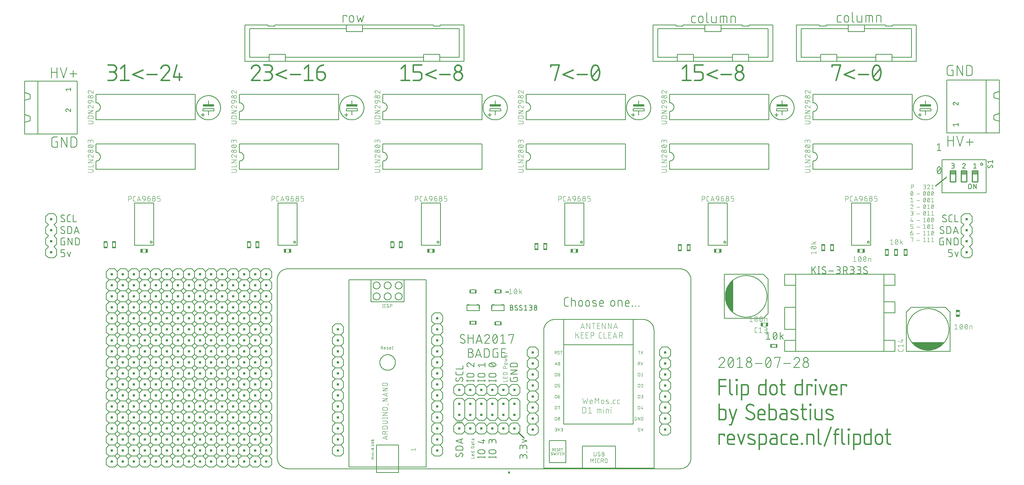
<source format=gbr>
G04 EAGLE Gerber RS-274X export*
G75*
%MOMM*%
%FSLAX34Y34*%
%LPD*%
%AMOC8*
5,1,8,0,0,1.08239X$1,22.5*%
G01*
%ADD10C,0.101600*%
%ADD11C,0.152400*%
%ADD12C,0.304800*%
%ADD13C,0.203200*%
%ADD14C,0.406400*%
%ADD15C,0.254000*%
%ADD16C,0.076200*%
%ADD17C,0.050800*%
%ADD18C,0.177800*%
%ADD19C,0.127000*%
%ADD20R,0.863600X0.406400*%
%ADD21R,0.500100X0.950000*%
%ADD22R,2.540000X0.508000*%
%ADD23R,0.508000X0.508000*%
%ADD24R,0.406400X0.863600*%
%ADD25R,0.950000X0.500100*%

G36*
X1633268Y368893D02*
X1633268Y368893D01*
X1633316Y368891D01*
X1633408Y368915D01*
X1633502Y368931D01*
X1633545Y368951D01*
X1633591Y368963D01*
X1633673Y369012D01*
X1633759Y369052D01*
X1633795Y369084D01*
X1633836Y369109D01*
X1633901Y369178D01*
X1633972Y369240D01*
X1633998Y369281D01*
X1634030Y369316D01*
X1634074Y369400D01*
X1634124Y369480D01*
X1634138Y369526D01*
X1634160Y369569D01*
X1634172Y369642D01*
X1634205Y369753D01*
X1634205Y369839D01*
X1634215Y369900D01*
X1634215Y442900D01*
X1634208Y442954D01*
X1634210Y443007D01*
X1634188Y443094D01*
X1634175Y443182D01*
X1634153Y443231D01*
X1634140Y443283D01*
X1634095Y443360D01*
X1634059Y443441D01*
X1634024Y443482D01*
X1633997Y443529D01*
X1633933Y443590D01*
X1633876Y443658D01*
X1633831Y443688D01*
X1633792Y443725D01*
X1633713Y443766D01*
X1633639Y443816D01*
X1633587Y443832D01*
X1633540Y443857D01*
X1633453Y443874D01*
X1633368Y443901D01*
X1633314Y443903D01*
X1633261Y443913D01*
X1633172Y443906D01*
X1633084Y443909D01*
X1633031Y443895D01*
X1632978Y443891D01*
X1632894Y443859D01*
X1632809Y443837D01*
X1632762Y443809D01*
X1632712Y443790D01*
X1632655Y443746D01*
X1632564Y443692D01*
X1632500Y443623D01*
X1632448Y443582D01*
X1627842Y438505D01*
X1627803Y438448D01*
X1627766Y438410D01*
X1623803Y432817D01*
X1623771Y432755D01*
X1623739Y432713D01*
X1620476Y426685D01*
X1620452Y426619D01*
X1620424Y426574D01*
X1617909Y420197D01*
X1617893Y420130D01*
X1617871Y420081D01*
X1616140Y413449D01*
X1616132Y413379D01*
X1616116Y413329D01*
X1615194Y406537D01*
X1615195Y406337D01*
X1615192Y406275D01*
X1616036Y399461D01*
X1616055Y399391D01*
X1616059Y399336D01*
X1617746Y392680D01*
X1617773Y392613D01*
X1617785Y392559D01*
X1620289Y386166D01*
X1620325Y386102D01*
X1620343Y386050D01*
X1623625Y380019D01*
X1623668Y379961D01*
X1623693Y379912D01*
X1627702Y374338D01*
X1627752Y374285D01*
X1627783Y374239D01*
X1632456Y369209D01*
X1632494Y369179D01*
X1632525Y369142D01*
X1632603Y369090D01*
X1632677Y369030D01*
X1632721Y369011D01*
X1632761Y368985D01*
X1632852Y368956D01*
X1632939Y368919D01*
X1632986Y368913D01*
X1633032Y368899D01*
X1633127Y368896D01*
X1633221Y368885D01*
X1633268Y368893D01*
G37*
G36*
X2089739Y282536D02*
X2089739Y282536D01*
X2089809Y282555D01*
X2089864Y282559D01*
X2096520Y284246D01*
X2096587Y284273D01*
X2096641Y284285D01*
X2103034Y286789D01*
X2103098Y286825D01*
X2103150Y286843D01*
X2109181Y290125D01*
X2109239Y290168D01*
X2109288Y290193D01*
X2114862Y294202D01*
X2114915Y294252D01*
X2114961Y294283D01*
X2119991Y298956D01*
X2120021Y298994D01*
X2120058Y299025D01*
X2120110Y299103D01*
X2120170Y299177D01*
X2120189Y299221D01*
X2120216Y299261D01*
X2120244Y299352D01*
X2120281Y299439D01*
X2120287Y299486D01*
X2120301Y299532D01*
X2120304Y299627D01*
X2120315Y299721D01*
X2120307Y299768D01*
X2120309Y299816D01*
X2120285Y299908D01*
X2120269Y300002D01*
X2120249Y300045D01*
X2120237Y300091D01*
X2120188Y300173D01*
X2120148Y300259D01*
X2120116Y300295D01*
X2120092Y300336D01*
X2120022Y300401D01*
X2119960Y300472D01*
X2119919Y300498D01*
X2119884Y300530D01*
X2119800Y300574D01*
X2119720Y300624D01*
X2119674Y300638D01*
X2119631Y300660D01*
X2119558Y300672D01*
X2119447Y300705D01*
X2119361Y300705D01*
X2119300Y300715D01*
X2046300Y300715D01*
X2046246Y300708D01*
X2046193Y300710D01*
X2046106Y300688D01*
X2046019Y300675D01*
X2045969Y300653D01*
X2045917Y300640D01*
X2045840Y300595D01*
X2045759Y300559D01*
X2045718Y300524D01*
X2045671Y300497D01*
X2045610Y300433D01*
X2045542Y300376D01*
X2045512Y300331D01*
X2045475Y300292D01*
X2045434Y300213D01*
X2045385Y300139D01*
X2045368Y300087D01*
X2045343Y300040D01*
X2045326Y299953D01*
X2045299Y299868D01*
X2045297Y299814D01*
X2045287Y299761D01*
X2045294Y299672D01*
X2045291Y299584D01*
X2045305Y299531D01*
X2045309Y299478D01*
X2045341Y299394D01*
X2045363Y299309D01*
X2045391Y299262D01*
X2045410Y299212D01*
X2045454Y299155D01*
X2045509Y299064D01*
X2045577Y299000D01*
X2045618Y298948D01*
X2050695Y294342D01*
X2050752Y294303D01*
X2050790Y294266D01*
X2056383Y290303D01*
X2056445Y290271D01*
X2056487Y290239D01*
X2062515Y286976D01*
X2062581Y286952D01*
X2062626Y286924D01*
X2069003Y284409D01*
X2069070Y284393D01*
X2069119Y284371D01*
X2075751Y282640D01*
X2075821Y282632D01*
X2075871Y282616D01*
X2082663Y281694D01*
X2082863Y281695D01*
X2082925Y281692D01*
X2089739Y282536D01*
G37*
D10*
X1138746Y692905D02*
X1147184Y692905D01*
X1147297Y692907D01*
X1147410Y692913D01*
X1147523Y692923D01*
X1147636Y692937D01*
X1147748Y692954D01*
X1147859Y692976D01*
X1147969Y693001D01*
X1148079Y693031D01*
X1148187Y693064D01*
X1148294Y693101D01*
X1148400Y693141D01*
X1148504Y693186D01*
X1148607Y693234D01*
X1148708Y693285D01*
X1148807Y693340D01*
X1148904Y693398D01*
X1148999Y693460D01*
X1149092Y693525D01*
X1149182Y693593D01*
X1149270Y693664D01*
X1149356Y693739D01*
X1149439Y693816D01*
X1149519Y693896D01*
X1149596Y693979D01*
X1149671Y694065D01*
X1149742Y694153D01*
X1149810Y694243D01*
X1149875Y694336D01*
X1149937Y694431D01*
X1149995Y694528D01*
X1150050Y694627D01*
X1150101Y694728D01*
X1150149Y694831D01*
X1150194Y694935D01*
X1150234Y695041D01*
X1150271Y695148D01*
X1150304Y695256D01*
X1150334Y695366D01*
X1150359Y695476D01*
X1150381Y695587D01*
X1150398Y695699D01*
X1150412Y695812D01*
X1150422Y695925D01*
X1150428Y696038D01*
X1150430Y696151D01*
X1150428Y696264D01*
X1150422Y696377D01*
X1150412Y696490D01*
X1150398Y696603D01*
X1150381Y696715D01*
X1150359Y696826D01*
X1150334Y696936D01*
X1150304Y697046D01*
X1150271Y697154D01*
X1150234Y697261D01*
X1150194Y697367D01*
X1150149Y697471D01*
X1150101Y697574D01*
X1150050Y697675D01*
X1149995Y697774D01*
X1149937Y697871D01*
X1149875Y697966D01*
X1149810Y698059D01*
X1149742Y698149D01*
X1149671Y698237D01*
X1149596Y698323D01*
X1149519Y698406D01*
X1149439Y698486D01*
X1149356Y698563D01*
X1149270Y698638D01*
X1149182Y698709D01*
X1149092Y698777D01*
X1148999Y698842D01*
X1148904Y698904D01*
X1148807Y698962D01*
X1148708Y699017D01*
X1148607Y699068D01*
X1148504Y699116D01*
X1148400Y699161D01*
X1148294Y699201D01*
X1148187Y699238D01*
X1148079Y699271D01*
X1147969Y699301D01*
X1147859Y699326D01*
X1147748Y699348D01*
X1147636Y699365D01*
X1147523Y699379D01*
X1147410Y699389D01*
X1147297Y699395D01*
X1147184Y699397D01*
X1147184Y699396D02*
X1138746Y699396D01*
X1138746Y705120D02*
X1150430Y705120D01*
X1150430Y710312D01*
X1150430Y715003D02*
X1138746Y715003D01*
X1150430Y721494D01*
X1138746Y721494D01*
X1138746Y730384D02*
X1138748Y730491D01*
X1138754Y730597D01*
X1138764Y730703D01*
X1138777Y730809D01*
X1138795Y730915D01*
X1138816Y731019D01*
X1138841Y731123D01*
X1138870Y731226D01*
X1138902Y731327D01*
X1138939Y731427D01*
X1138979Y731526D01*
X1139022Y731624D01*
X1139069Y731720D01*
X1139120Y731814D01*
X1139174Y731906D01*
X1139231Y731996D01*
X1139291Y732084D01*
X1139355Y732169D01*
X1139422Y732252D01*
X1139492Y732333D01*
X1139564Y732411D01*
X1139640Y732487D01*
X1139718Y732559D01*
X1139799Y732629D01*
X1139882Y732696D01*
X1139967Y732760D01*
X1140055Y732820D01*
X1140145Y732877D01*
X1140237Y732931D01*
X1140331Y732982D01*
X1140427Y733029D01*
X1140525Y733072D01*
X1140624Y733112D01*
X1140724Y733149D01*
X1140825Y733181D01*
X1140928Y733210D01*
X1141032Y733235D01*
X1141136Y733256D01*
X1141242Y733274D01*
X1141348Y733287D01*
X1141454Y733297D01*
X1141560Y733303D01*
X1141667Y733305D01*
X1138745Y730384D02*
X1138747Y730263D01*
X1138753Y730142D01*
X1138763Y730022D01*
X1138776Y729901D01*
X1138794Y729782D01*
X1138815Y729662D01*
X1138840Y729544D01*
X1138869Y729427D01*
X1138902Y729310D01*
X1138938Y729195D01*
X1138979Y729081D01*
X1139022Y728968D01*
X1139070Y728856D01*
X1139121Y728747D01*
X1139176Y728639D01*
X1139234Y728532D01*
X1139295Y728428D01*
X1139360Y728326D01*
X1139428Y728226D01*
X1139499Y728128D01*
X1139573Y728032D01*
X1139650Y727939D01*
X1139731Y727849D01*
X1139814Y727761D01*
X1139900Y727676D01*
X1139989Y727593D01*
X1140080Y727514D01*
X1140174Y727437D01*
X1140270Y727364D01*
X1140368Y727294D01*
X1140469Y727227D01*
X1140572Y727163D01*
X1140677Y727103D01*
X1140784Y727045D01*
X1140892Y726992D01*
X1141002Y726942D01*
X1141114Y726896D01*
X1141227Y726853D01*
X1141342Y726814D01*
X1143939Y732331D02*
X1143861Y732410D01*
X1143781Y732486D01*
X1143698Y732559D01*
X1143612Y732629D01*
X1143525Y732696D01*
X1143434Y732760D01*
X1143342Y732820D01*
X1143248Y732878D01*
X1143151Y732932D01*
X1143053Y732982D01*
X1142953Y733029D01*
X1142852Y733073D01*
X1142749Y733113D01*
X1142644Y733149D01*
X1142539Y733181D01*
X1142432Y733210D01*
X1142325Y733235D01*
X1142216Y733257D01*
X1142107Y733274D01*
X1141998Y733288D01*
X1141888Y733297D01*
X1141777Y733303D01*
X1141667Y733305D01*
X1143938Y732331D02*
X1150430Y726814D01*
X1150430Y733305D01*
X1147184Y738243D02*
X1147071Y738245D01*
X1146958Y738251D01*
X1146845Y738261D01*
X1146732Y738275D01*
X1146620Y738292D01*
X1146509Y738314D01*
X1146399Y738339D01*
X1146289Y738369D01*
X1146181Y738402D01*
X1146074Y738439D01*
X1145968Y738479D01*
X1145864Y738524D01*
X1145761Y738572D01*
X1145660Y738623D01*
X1145561Y738678D01*
X1145464Y738736D01*
X1145369Y738798D01*
X1145276Y738863D01*
X1145186Y738931D01*
X1145098Y739002D01*
X1145012Y739077D01*
X1144929Y739154D01*
X1144849Y739234D01*
X1144772Y739317D01*
X1144697Y739403D01*
X1144626Y739491D01*
X1144558Y739581D01*
X1144493Y739674D01*
X1144431Y739769D01*
X1144373Y739866D01*
X1144318Y739965D01*
X1144267Y740066D01*
X1144219Y740169D01*
X1144174Y740273D01*
X1144134Y740379D01*
X1144097Y740486D01*
X1144064Y740594D01*
X1144034Y740704D01*
X1144009Y740814D01*
X1143987Y740925D01*
X1143970Y741037D01*
X1143956Y741150D01*
X1143946Y741263D01*
X1143940Y741376D01*
X1143938Y741489D01*
X1143940Y741602D01*
X1143946Y741715D01*
X1143956Y741828D01*
X1143970Y741941D01*
X1143987Y742053D01*
X1144009Y742164D01*
X1144034Y742274D01*
X1144064Y742384D01*
X1144097Y742492D01*
X1144134Y742599D01*
X1144174Y742705D01*
X1144219Y742809D01*
X1144267Y742912D01*
X1144318Y743013D01*
X1144373Y743112D01*
X1144431Y743209D01*
X1144493Y743304D01*
X1144558Y743397D01*
X1144626Y743487D01*
X1144697Y743575D01*
X1144772Y743661D01*
X1144849Y743744D01*
X1144929Y743824D01*
X1145012Y743901D01*
X1145098Y743976D01*
X1145186Y744047D01*
X1145276Y744115D01*
X1145369Y744180D01*
X1145464Y744242D01*
X1145561Y744300D01*
X1145660Y744355D01*
X1145761Y744406D01*
X1145864Y744454D01*
X1145968Y744499D01*
X1146074Y744539D01*
X1146181Y744576D01*
X1146289Y744609D01*
X1146399Y744639D01*
X1146509Y744664D01*
X1146620Y744686D01*
X1146732Y744703D01*
X1146845Y744717D01*
X1146958Y744727D01*
X1147071Y744733D01*
X1147184Y744735D01*
X1147297Y744733D01*
X1147410Y744727D01*
X1147523Y744717D01*
X1147636Y744703D01*
X1147748Y744686D01*
X1147859Y744664D01*
X1147969Y744639D01*
X1148079Y744609D01*
X1148187Y744576D01*
X1148294Y744539D01*
X1148400Y744499D01*
X1148504Y744454D01*
X1148607Y744406D01*
X1148708Y744355D01*
X1148807Y744300D01*
X1148904Y744242D01*
X1148999Y744180D01*
X1149092Y744115D01*
X1149182Y744047D01*
X1149270Y743976D01*
X1149356Y743901D01*
X1149439Y743824D01*
X1149519Y743744D01*
X1149596Y743661D01*
X1149671Y743575D01*
X1149742Y743487D01*
X1149810Y743397D01*
X1149875Y743304D01*
X1149937Y743209D01*
X1149995Y743112D01*
X1150050Y743013D01*
X1150101Y742912D01*
X1150149Y742809D01*
X1150194Y742705D01*
X1150234Y742599D01*
X1150271Y742492D01*
X1150304Y742384D01*
X1150334Y742274D01*
X1150359Y742164D01*
X1150381Y742053D01*
X1150398Y741941D01*
X1150412Y741828D01*
X1150422Y741715D01*
X1150428Y741602D01*
X1150430Y741489D01*
X1150428Y741376D01*
X1150422Y741263D01*
X1150412Y741150D01*
X1150398Y741037D01*
X1150381Y740925D01*
X1150359Y740814D01*
X1150334Y740704D01*
X1150304Y740594D01*
X1150271Y740486D01*
X1150234Y740379D01*
X1150194Y740273D01*
X1150149Y740169D01*
X1150101Y740066D01*
X1150050Y739965D01*
X1149995Y739866D01*
X1149937Y739769D01*
X1149875Y739674D01*
X1149810Y739581D01*
X1149742Y739491D01*
X1149671Y739403D01*
X1149596Y739317D01*
X1149519Y739234D01*
X1149439Y739154D01*
X1149356Y739077D01*
X1149270Y739002D01*
X1149182Y738931D01*
X1149092Y738863D01*
X1148999Y738798D01*
X1148904Y738736D01*
X1148807Y738678D01*
X1148708Y738623D01*
X1148607Y738572D01*
X1148504Y738524D01*
X1148400Y738479D01*
X1148294Y738439D01*
X1148187Y738402D01*
X1148079Y738369D01*
X1147969Y738339D01*
X1147859Y738314D01*
X1147748Y738292D01*
X1147636Y738275D01*
X1147523Y738261D01*
X1147410Y738251D01*
X1147297Y738245D01*
X1147184Y738243D01*
X1141342Y738893D02*
X1141241Y738895D01*
X1141141Y738901D01*
X1141041Y738911D01*
X1140941Y738924D01*
X1140842Y738942D01*
X1140743Y738963D01*
X1140646Y738988D01*
X1140549Y739017D01*
X1140454Y739050D01*
X1140360Y739086D01*
X1140268Y739126D01*
X1140177Y739169D01*
X1140088Y739216D01*
X1140001Y739266D01*
X1139915Y739320D01*
X1139832Y739377D01*
X1139752Y739437D01*
X1139673Y739500D01*
X1139597Y739567D01*
X1139524Y739636D01*
X1139454Y739708D01*
X1139386Y739782D01*
X1139321Y739859D01*
X1139260Y739939D01*
X1139201Y740021D01*
X1139146Y740105D01*
X1139094Y740191D01*
X1139045Y740279D01*
X1139000Y740369D01*
X1138958Y740461D01*
X1138920Y740554D01*
X1138886Y740649D01*
X1138855Y740744D01*
X1138828Y740841D01*
X1138805Y740939D01*
X1138785Y741038D01*
X1138770Y741138D01*
X1138758Y741238D01*
X1138750Y741338D01*
X1138746Y741439D01*
X1138746Y741539D01*
X1138750Y741640D01*
X1138758Y741740D01*
X1138770Y741840D01*
X1138785Y741940D01*
X1138805Y742039D01*
X1138828Y742137D01*
X1138855Y742234D01*
X1138886Y742329D01*
X1138920Y742424D01*
X1138958Y742517D01*
X1139000Y742609D01*
X1139045Y742699D01*
X1139094Y742787D01*
X1139146Y742873D01*
X1139201Y742957D01*
X1139260Y743039D01*
X1139321Y743119D01*
X1139386Y743196D01*
X1139454Y743270D01*
X1139524Y743342D01*
X1139597Y743411D01*
X1139673Y743478D01*
X1139752Y743541D01*
X1139832Y743601D01*
X1139915Y743658D01*
X1140001Y743712D01*
X1140088Y743762D01*
X1140177Y743809D01*
X1140268Y743852D01*
X1140360Y743892D01*
X1140454Y743928D01*
X1140549Y743961D01*
X1140646Y743990D01*
X1140743Y744015D01*
X1140842Y744036D01*
X1140941Y744054D01*
X1141041Y744067D01*
X1141141Y744077D01*
X1141241Y744083D01*
X1141342Y744085D01*
X1141443Y744083D01*
X1141543Y744077D01*
X1141643Y744067D01*
X1141743Y744054D01*
X1141842Y744036D01*
X1141941Y744015D01*
X1142038Y743990D01*
X1142135Y743961D01*
X1142230Y743928D01*
X1142324Y743892D01*
X1142416Y743852D01*
X1142507Y743809D01*
X1142596Y743762D01*
X1142683Y743712D01*
X1142769Y743658D01*
X1142852Y743601D01*
X1142932Y743541D01*
X1143011Y743478D01*
X1143087Y743411D01*
X1143160Y743342D01*
X1143230Y743270D01*
X1143298Y743196D01*
X1143363Y743119D01*
X1143424Y743039D01*
X1143483Y742957D01*
X1143538Y742873D01*
X1143590Y742787D01*
X1143639Y742699D01*
X1143684Y742609D01*
X1143726Y742517D01*
X1143764Y742424D01*
X1143798Y742329D01*
X1143829Y742234D01*
X1143856Y742137D01*
X1143879Y742039D01*
X1143899Y741940D01*
X1143914Y741840D01*
X1143926Y741740D01*
X1143934Y741640D01*
X1143938Y741539D01*
X1143938Y741439D01*
X1143934Y741338D01*
X1143926Y741238D01*
X1143914Y741138D01*
X1143899Y741038D01*
X1143879Y740939D01*
X1143856Y740841D01*
X1143829Y740744D01*
X1143798Y740649D01*
X1143764Y740554D01*
X1143726Y740461D01*
X1143684Y740369D01*
X1143639Y740279D01*
X1143590Y740191D01*
X1143538Y740105D01*
X1143483Y740021D01*
X1143424Y739939D01*
X1143363Y739859D01*
X1143298Y739782D01*
X1143230Y739708D01*
X1143160Y739636D01*
X1143087Y739567D01*
X1143011Y739500D01*
X1142932Y739437D01*
X1142852Y739377D01*
X1142769Y739320D01*
X1142683Y739266D01*
X1142596Y739216D01*
X1142507Y739169D01*
X1142416Y739126D01*
X1142324Y739086D01*
X1142230Y739050D01*
X1142135Y739017D01*
X1142038Y738988D01*
X1141941Y738963D01*
X1141842Y738942D01*
X1141743Y738924D01*
X1141643Y738911D01*
X1141543Y738901D01*
X1141443Y738895D01*
X1141342Y738893D01*
X1144588Y749674D02*
X1144358Y749677D01*
X1144128Y749685D01*
X1143899Y749699D01*
X1143670Y749718D01*
X1143441Y749743D01*
X1143213Y749773D01*
X1142986Y749808D01*
X1142760Y749849D01*
X1142535Y749895D01*
X1142311Y749947D01*
X1142088Y750004D01*
X1141867Y750066D01*
X1141647Y750134D01*
X1141429Y750207D01*
X1141213Y750285D01*
X1140999Y750368D01*
X1140787Y750456D01*
X1140576Y750549D01*
X1140369Y750648D01*
X1140368Y750647D02*
X1140278Y750680D01*
X1140189Y750716D01*
X1140101Y750756D01*
X1140016Y750800D01*
X1139932Y750847D01*
X1139850Y750897D01*
X1139770Y750951D01*
X1139693Y751007D01*
X1139617Y751067D01*
X1139544Y751130D01*
X1139474Y751195D01*
X1139406Y751264D01*
X1139342Y751335D01*
X1139280Y751408D01*
X1139221Y751484D01*
X1139165Y751562D01*
X1139112Y751643D01*
X1139063Y751725D01*
X1139017Y751809D01*
X1138974Y751896D01*
X1138935Y751983D01*
X1138899Y752073D01*
X1138867Y752163D01*
X1138839Y752255D01*
X1138814Y752348D01*
X1138793Y752442D01*
X1138776Y752536D01*
X1138762Y752631D01*
X1138753Y752727D01*
X1138747Y752823D01*
X1138745Y752919D01*
X1138747Y753015D01*
X1138753Y753111D01*
X1138762Y753207D01*
X1138776Y753302D01*
X1138793Y753396D01*
X1138814Y753490D01*
X1138839Y753583D01*
X1138867Y753675D01*
X1138899Y753765D01*
X1138935Y753855D01*
X1138974Y753943D01*
X1139017Y754029D01*
X1139063Y754113D01*
X1139112Y754195D01*
X1139165Y754276D01*
X1139221Y754354D01*
X1139280Y754430D01*
X1139342Y754503D01*
X1139406Y754574D01*
X1139474Y754643D01*
X1139544Y754708D01*
X1139617Y754771D01*
X1139693Y754831D01*
X1139770Y754887D01*
X1139850Y754941D01*
X1139932Y754991D01*
X1140016Y755038D01*
X1140101Y755082D01*
X1140189Y755122D01*
X1140278Y755158D01*
X1140368Y755191D01*
X1140369Y755191D02*
X1140576Y755290D01*
X1140787Y755383D01*
X1140999Y755471D01*
X1141213Y755554D01*
X1141429Y755632D01*
X1141647Y755705D01*
X1141867Y755773D01*
X1142088Y755835D01*
X1142311Y755892D01*
X1142535Y755944D01*
X1142760Y755990D01*
X1142986Y756031D01*
X1143213Y756066D01*
X1143441Y756096D01*
X1143670Y756121D01*
X1143899Y756140D01*
X1144128Y756154D01*
X1144358Y756162D01*
X1144588Y756165D01*
X1144588Y749674D02*
X1144818Y749677D01*
X1145048Y749685D01*
X1145277Y749699D01*
X1145506Y749718D01*
X1145735Y749743D01*
X1145963Y749773D01*
X1146190Y749808D01*
X1146416Y749849D01*
X1146641Y749895D01*
X1146865Y749947D01*
X1147088Y750004D01*
X1147309Y750066D01*
X1147529Y750134D01*
X1147747Y750207D01*
X1147963Y750285D01*
X1148177Y750368D01*
X1148389Y750456D01*
X1148600Y750549D01*
X1148807Y750648D01*
X1148807Y750647D02*
X1148897Y750680D01*
X1148986Y750716D01*
X1149074Y750757D01*
X1149159Y750800D01*
X1149243Y750847D01*
X1149325Y750897D01*
X1149405Y750951D01*
X1149482Y751007D01*
X1149558Y751067D01*
X1149631Y751130D01*
X1149701Y751195D01*
X1149769Y751264D01*
X1149833Y751335D01*
X1149895Y751408D01*
X1149954Y751484D01*
X1150010Y751562D01*
X1150063Y751643D01*
X1150112Y751725D01*
X1150158Y751809D01*
X1150201Y751896D01*
X1150240Y751983D01*
X1150276Y752073D01*
X1150308Y752163D01*
X1150336Y752255D01*
X1150361Y752348D01*
X1150382Y752442D01*
X1150399Y752536D01*
X1150413Y752631D01*
X1150422Y752727D01*
X1150428Y752823D01*
X1150430Y752919D01*
X1148807Y755191D02*
X1148600Y755290D01*
X1148389Y755383D01*
X1148177Y755471D01*
X1147963Y755554D01*
X1147747Y755632D01*
X1147529Y755705D01*
X1147309Y755773D01*
X1147088Y755835D01*
X1146865Y755892D01*
X1146641Y755944D01*
X1146416Y755990D01*
X1146190Y756031D01*
X1145963Y756066D01*
X1145735Y756096D01*
X1145506Y756121D01*
X1145277Y756140D01*
X1145048Y756154D01*
X1144818Y756162D01*
X1144588Y756165D01*
X1148807Y755191D02*
X1148897Y755158D01*
X1148986Y755122D01*
X1149074Y755082D01*
X1149159Y755038D01*
X1149243Y754991D01*
X1149325Y754941D01*
X1149405Y754887D01*
X1149482Y754831D01*
X1149558Y754771D01*
X1149631Y754708D01*
X1149701Y754643D01*
X1149769Y754574D01*
X1149833Y754503D01*
X1149895Y754430D01*
X1149954Y754354D01*
X1150010Y754276D01*
X1150063Y754195D01*
X1150112Y754113D01*
X1150158Y754029D01*
X1150201Y753942D01*
X1150240Y753855D01*
X1150276Y753765D01*
X1150308Y753675D01*
X1150336Y753583D01*
X1150361Y753490D01*
X1150382Y753396D01*
X1150399Y753302D01*
X1150413Y753207D01*
X1150422Y753111D01*
X1150428Y753015D01*
X1150430Y752919D01*
X1147833Y750323D02*
X1141342Y755516D01*
X1150430Y761104D02*
X1150430Y764349D01*
X1150428Y764462D01*
X1150422Y764575D01*
X1150412Y764688D01*
X1150398Y764801D01*
X1150381Y764913D01*
X1150359Y765024D01*
X1150334Y765134D01*
X1150304Y765244D01*
X1150271Y765352D01*
X1150234Y765459D01*
X1150194Y765565D01*
X1150149Y765669D01*
X1150101Y765772D01*
X1150050Y765873D01*
X1149995Y765972D01*
X1149937Y766069D01*
X1149875Y766164D01*
X1149810Y766257D01*
X1149742Y766347D01*
X1149671Y766435D01*
X1149596Y766521D01*
X1149519Y766604D01*
X1149439Y766684D01*
X1149356Y766761D01*
X1149270Y766836D01*
X1149182Y766907D01*
X1149092Y766975D01*
X1148999Y767040D01*
X1148904Y767102D01*
X1148807Y767160D01*
X1148708Y767215D01*
X1148607Y767266D01*
X1148504Y767314D01*
X1148400Y767359D01*
X1148294Y767399D01*
X1148187Y767436D01*
X1148079Y767469D01*
X1147969Y767499D01*
X1147859Y767524D01*
X1147748Y767546D01*
X1147636Y767563D01*
X1147523Y767577D01*
X1147410Y767587D01*
X1147297Y767593D01*
X1147184Y767595D01*
X1147071Y767593D01*
X1146958Y767587D01*
X1146845Y767577D01*
X1146732Y767563D01*
X1146620Y767546D01*
X1146509Y767524D01*
X1146399Y767499D01*
X1146289Y767469D01*
X1146181Y767436D01*
X1146074Y767399D01*
X1145968Y767359D01*
X1145864Y767314D01*
X1145761Y767266D01*
X1145660Y767215D01*
X1145561Y767160D01*
X1145464Y767102D01*
X1145369Y767040D01*
X1145276Y766975D01*
X1145186Y766907D01*
X1145098Y766836D01*
X1145012Y766761D01*
X1144929Y766684D01*
X1144849Y766604D01*
X1144772Y766521D01*
X1144697Y766435D01*
X1144626Y766347D01*
X1144558Y766257D01*
X1144493Y766164D01*
X1144431Y766069D01*
X1144373Y765972D01*
X1144318Y765873D01*
X1144267Y765772D01*
X1144219Y765669D01*
X1144174Y765565D01*
X1144134Y765459D01*
X1144097Y765352D01*
X1144064Y765244D01*
X1144034Y765134D01*
X1144009Y765024D01*
X1143987Y764913D01*
X1143970Y764801D01*
X1143956Y764688D01*
X1143946Y764575D01*
X1143940Y764462D01*
X1143938Y764349D01*
X1138746Y764999D02*
X1138746Y761104D01*
X1138746Y764999D02*
X1138748Y765100D01*
X1138754Y765200D01*
X1138764Y765300D01*
X1138777Y765400D01*
X1138795Y765499D01*
X1138816Y765598D01*
X1138841Y765695D01*
X1138870Y765792D01*
X1138903Y765887D01*
X1138939Y765981D01*
X1138979Y766073D01*
X1139022Y766164D01*
X1139069Y766253D01*
X1139119Y766340D01*
X1139173Y766426D01*
X1139230Y766509D01*
X1139290Y766589D01*
X1139353Y766668D01*
X1139420Y766744D01*
X1139489Y766817D01*
X1139561Y766887D01*
X1139635Y766955D01*
X1139712Y767020D01*
X1139792Y767081D01*
X1139874Y767140D01*
X1139958Y767195D01*
X1140044Y767247D01*
X1140132Y767296D01*
X1140222Y767341D01*
X1140314Y767383D01*
X1140407Y767421D01*
X1140502Y767455D01*
X1140597Y767486D01*
X1140694Y767513D01*
X1140792Y767536D01*
X1140891Y767556D01*
X1140991Y767571D01*
X1141091Y767583D01*
X1141191Y767591D01*
X1141292Y767595D01*
X1141392Y767595D01*
X1141493Y767591D01*
X1141593Y767583D01*
X1141693Y767571D01*
X1141793Y767556D01*
X1141892Y767536D01*
X1141990Y767513D01*
X1142087Y767486D01*
X1142182Y767455D01*
X1142277Y767421D01*
X1142370Y767383D01*
X1142462Y767341D01*
X1142552Y767296D01*
X1142640Y767247D01*
X1142726Y767195D01*
X1142810Y767140D01*
X1142892Y767081D01*
X1142972Y767020D01*
X1143049Y766955D01*
X1143123Y766887D01*
X1143195Y766817D01*
X1143264Y766744D01*
X1143331Y766668D01*
X1143394Y766589D01*
X1143454Y766509D01*
X1143511Y766426D01*
X1143565Y766340D01*
X1143615Y766253D01*
X1143662Y766164D01*
X1143705Y766073D01*
X1143745Y765981D01*
X1143781Y765887D01*
X1143814Y765792D01*
X1143843Y765695D01*
X1143868Y765598D01*
X1143889Y765499D01*
X1143907Y765400D01*
X1143920Y765300D01*
X1143930Y765200D01*
X1143936Y765100D01*
X1143938Y764999D01*
X1143938Y762402D01*
X816984Y692905D02*
X808546Y692905D01*
X816984Y692905D02*
X817097Y692907D01*
X817210Y692913D01*
X817323Y692923D01*
X817436Y692937D01*
X817548Y692954D01*
X817659Y692976D01*
X817769Y693001D01*
X817879Y693031D01*
X817987Y693064D01*
X818094Y693101D01*
X818200Y693141D01*
X818304Y693186D01*
X818407Y693234D01*
X818508Y693285D01*
X818607Y693340D01*
X818704Y693398D01*
X818799Y693460D01*
X818892Y693525D01*
X818982Y693593D01*
X819070Y693664D01*
X819156Y693739D01*
X819239Y693816D01*
X819319Y693896D01*
X819396Y693979D01*
X819471Y694065D01*
X819542Y694153D01*
X819610Y694243D01*
X819675Y694336D01*
X819737Y694431D01*
X819795Y694528D01*
X819850Y694627D01*
X819901Y694728D01*
X819949Y694831D01*
X819994Y694935D01*
X820034Y695041D01*
X820071Y695148D01*
X820104Y695256D01*
X820134Y695366D01*
X820159Y695476D01*
X820181Y695587D01*
X820198Y695699D01*
X820212Y695812D01*
X820222Y695925D01*
X820228Y696038D01*
X820230Y696151D01*
X820228Y696264D01*
X820222Y696377D01*
X820212Y696490D01*
X820198Y696603D01*
X820181Y696715D01*
X820159Y696826D01*
X820134Y696936D01*
X820104Y697046D01*
X820071Y697154D01*
X820034Y697261D01*
X819994Y697367D01*
X819949Y697471D01*
X819901Y697574D01*
X819850Y697675D01*
X819795Y697774D01*
X819737Y697871D01*
X819675Y697966D01*
X819610Y698059D01*
X819542Y698149D01*
X819471Y698237D01*
X819396Y698323D01*
X819319Y698406D01*
X819239Y698486D01*
X819156Y698563D01*
X819070Y698638D01*
X818982Y698709D01*
X818892Y698777D01*
X818799Y698842D01*
X818704Y698904D01*
X818607Y698962D01*
X818508Y699017D01*
X818407Y699068D01*
X818304Y699116D01*
X818200Y699161D01*
X818094Y699201D01*
X817987Y699238D01*
X817879Y699271D01*
X817769Y699301D01*
X817659Y699326D01*
X817548Y699348D01*
X817436Y699365D01*
X817323Y699379D01*
X817210Y699389D01*
X817097Y699395D01*
X816984Y699397D01*
X816984Y699396D02*
X808546Y699396D01*
X808546Y705120D02*
X820230Y705120D01*
X820230Y710312D01*
X820230Y715003D02*
X808546Y715003D01*
X820230Y721494D01*
X808546Y721494D01*
X808546Y730384D02*
X808548Y730491D01*
X808554Y730597D01*
X808564Y730703D01*
X808577Y730809D01*
X808595Y730915D01*
X808616Y731019D01*
X808641Y731123D01*
X808670Y731226D01*
X808702Y731327D01*
X808739Y731427D01*
X808779Y731526D01*
X808822Y731624D01*
X808869Y731720D01*
X808920Y731814D01*
X808974Y731906D01*
X809031Y731996D01*
X809091Y732084D01*
X809155Y732169D01*
X809222Y732252D01*
X809292Y732333D01*
X809364Y732411D01*
X809440Y732487D01*
X809518Y732559D01*
X809599Y732629D01*
X809682Y732696D01*
X809767Y732760D01*
X809855Y732820D01*
X809945Y732877D01*
X810037Y732931D01*
X810131Y732982D01*
X810227Y733029D01*
X810325Y733072D01*
X810424Y733112D01*
X810524Y733149D01*
X810625Y733181D01*
X810728Y733210D01*
X810832Y733235D01*
X810936Y733256D01*
X811042Y733274D01*
X811148Y733287D01*
X811254Y733297D01*
X811360Y733303D01*
X811467Y733305D01*
X808545Y730384D02*
X808547Y730263D01*
X808553Y730142D01*
X808563Y730022D01*
X808576Y729901D01*
X808594Y729782D01*
X808615Y729662D01*
X808640Y729544D01*
X808669Y729427D01*
X808702Y729310D01*
X808738Y729195D01*
X808779Y729081D01*
X808822Y728968D01*
X808870Y728856D01*
X808921Y728747D01*
X808976Y728639D01*
X809034Y728532D01*
X809095Y728428D01*
X809160Y728326D01*
X809228Y728226D01*
X809299Y728128D01*
X809373Y728032D01*
X809450Y727939D01*
X809531Y727849D01*
X809614Y727761D01*
X809700Y727676D01*
X809789Y727593D01*
X809880Y727514D01*
X809974Y727437D01*
X810070Y727364D01*
X810168Y727294D01*
X810269Y727227D01*
X810372Y727163D01*
X810477Y727103D01*
X810584Y727045D01*
X810692Y726992D01*
X810802Y726942D01*
X810914Y726896D01*
X811027Y726853D01*
X811142Y726814D01*
X813739Y732331D02*
X813661Y732410D01*
X813581Y732486D01*
X813498Y732559D01*
X813412Y732629D01*
X813325Y732696D01*
X813234Y732760D01*
X813142Y732820D01*
X813048Y732878D01*
X812951Y732932D01*
X812853Y732982D01*
X812753Y733029D01*
X812652Y733073D01*
X812549Y733113D01*
X812444Y733149D01*
X812339Y733181D01*
X812232Y733210D01*
X812125Y733235D01*
X812016Y733257D01*
X811907Y733274D01*
X811798Y733288D01*
X811688Y733297D01*
X811577Y733303D01*
X811467Y733305D01*
X813738Y732331D02*
X820230Y726814D01*
X820230Y733305D01*
X816984Y738243D02*
X816871Y738245D01*
X816758Y738251D01*
X816645Y738261D01*
X816532Y738275D01*
X816420Y738292D01*
X816309Y738314D01*
X816199Y738339D01*
X816089Y738369D01*
X815981Y738402D01*
X815874Y738439D01*
X815768Y738479D01*
X815664Y738524D01*
X815561Y738572D01*
X815460Y738623D01*
X815361Y738678D01*
X815264Y738736D01*
X815169Y738798D01*
X815076Y738863D01*
X814986Y738931D01*
X814898Y739002D01*
X814812Y739077D01*
X814729Y739154D01*
X814649Y739234D01*
X814572Y739317D01*
X814497Y739403D01*
X814426Y739491D01*
X814358Y739581D01*
X814293Y739674D01*
X814231Y739769D01*
X814173Y739866D01*
X814118Y739965D01*
X814067Y740066D01*
X814019Y740169D01*
X813974Y740273D01*
X813934Y740379D01*
X813897Y740486D01*
X813864Y740594D01*
X813834Y740704D01*
X813809Y740814D01*
X813787Y740925D01*
X813770Y741037D01*
X813756Y741150D01*
X813746Y741263D01*
X813740Y741376D01*
X813738Y741489D01*
X813740Y741602D01*
X813746Y741715D01*
X813756Y741828D01*
X813770Y741941D01*
X813787Y742053D01*
X813809Y742164D01*
X813834Y742274D01*
X813864Y742384D01*
X813897Y742492D01*
X813934Y742599D01*
X813974Y742705D01*
X814019Y742809D01*
X814067Y742912D01*
X814118Y743013D01*
X814173Y743112D01*
X814231Y743209D01*
X814293Y743304D01*
X814358Y743397D01*
X814426Y743487D01*
X814497Y743575D01*
X814572Y743661D01*
X814649Y743744D01*
X814729Y743824D01*
X814812Y743901D01*
X814898Y743976D01*
X814986Y744047D01*
X815076Y744115D01*
X815169Y744180D01*
X815264Y744242D01*
X815361Y744300D01*
X815460Y744355D01*
X815561Y744406D01*
X815664Y744454D01*
X815768Y744499D01*
X815874Y744539D01*
X815981Y744576D01*
X816089Y744609D01*
X816199Y744639D01*
X816309Y744664D01*
X816420Y744686D01*
X816532Y744703D01*
X816645Y744717D01*
X816758Y744727D01*
X816871Y744733D01*
X816984Y744735D01*
X817097Y744733D01*
X817210Y744727D01*
X817323Y744717D01*
X817436Y744703D01*
X817548Y744686D01*
X817659Y744664D01*
X817769Y744639D01*
X817879Y744609D01*
X817987Y744576D01*
X818094Y744539D01*
X818200Y744499D01*
X818304Y744454D01*
X818407Y744406D01*
X818508Y744355D01*
X818607Y744300D01*
X818704Y744242D01*
X818799Y744180D01*
X818892Y744115D01*
X818982Y744047D01*
X819070Y743976D01*
X819156Y743901D01*
X819239Y743824D01*
X819319Y743744D01*
X819396Y743661D01*
X819471Y743575D01*
X819542Y743487D01*
X819610Y743397D01*
X819675Y743304D01*
X819737Y743209D01*
X819795Y743112D01*
X819850Y743013D01*
X819901Y742912D01*
X819949Y742809D01*
X819994Y742705D01*
X820034Y742599D01*
X820071Y742492D01*
X820104Y742384D01*
X820134Y742274D01*
X820159Y742164D01*
X820181Y742053D01*
X820198Y741941D01*
X820212Y741828D01*
X820222Y741715D01*
X820228Y741602D01*
X820230Y741489D01*
X820228Y741376D01*
X820222Y741263D01*
X820212Y741150D01*
X820198Y741037D01*
X820181Y740925D01*
X820159Y740814D01*
X820134Y740704D01*
X820104Y740594D01*
X820071Y740486D01*
X820034Y740379D01*
X819994Y740273D01*
X819949Y740169D01*
X819901Y740066D01*
X819850Y739965D01*
X819795Y739866D01*
X819737Y739769D01*
X819675Y739674D01*
X819610Y739581D01*
X819542Y739491D01*
X819471Y739403D01*
X819396Y739317D01*
X819319Y739234D01*
X819239Y739154D01*
X819156Y739077D01*
X819070Y739002D01*
X818982Y738931D01*
X818892Y738863D01*
X818799Y738798D01*
X818704Y738736D01*
X818607Y738678D01*
X818508Y738623D01*
X818407Y738572D01*
X818304Y738524D01*
X818200Y738479D01*
X818094Y738439D01*
X817987Y738402D01*
X817879Y738369D01*
X817769Y738339D01*
X817659Y738314D01*
X817548Y738292D01*
X817436Y738275D01*
X817323Y738261D01*
X817210Y738251D01*
X817097Y738245D01*
X816984Y738243D01*
X811142Y738893D02*
X811041Y738895D01*
X810941Y738901D01*
X810841Y738911D01*
X810741Y738924D01*
X810642Y738942D01*
X810543Y738963D01*
X810446Y738988D01*
X810349Y739017D01*
X810254Y739050D01*
X810160Y739086D01*
X810068Y739126D01*
X809977Y739169D01*
X809888Y739216D01*
X809801Y739266D01*
X809715Y739320D01*
X809632Y739377D01*
X809552Y739437D01*
X809473Y739500D01*
X809397Y739567D01*
X809324Y739636D01*
X809254Y739708D01*
X809186Y739782D01*
X809121Y739859D01*
X809060Y739939D01*
X809001Y740021D01*
X808946Y740105D01*
X808894Y740191D01*
X808845Y740279D01*
X808800Y740369D01*
X808758Y740461D01*
X808720Y740554D01*
X808686Y740649D01*
X808655Y740744D01*
X808628Y740841D01*
X808605Y740939D01*
X808585Y741038D01*
X808570Y741138D01*
X808558Y741238D01*
X808550Y741338D01*
X808546Y741439D01*
X808546Y741539D01*
X808550Y741640D01*
X808558Y741740D01*
X808570Y741840D01*
X808585Y741940D01*
X808605Y742039D01*
X808628Y742137D01*
X808655Y742234D01*
X808686Y742329D01*
X808720Y742424D01*
X808758Y742517D01*
X808800Y742609D01*
X808845Y742699D01*
X808894Y742787D01*
X808946Y742873D01*
X809001Y742957D01*
X809060Y743039D01*
X809121Y743119D01*
X809186Y743196D01*
X809254Y743270D01*
X809324Y743342D01*
X809397Y743411D01*
X809473Y743478D01*
X809552Y743541D01*
X809632Y743601D01*
X809715Y743658D01*
X809801Y743712D01*
X809888Y743762D01*
X809977Y743809D01*
X810068Y743852D01*
X810160Y743892D01*
X810254Y743928D01*
X810349Y743961D01*
X810446Y743990D01*
X810543Y744015D01*
X810642Y744036D01*
X810741Y744054D01*
X810841Y744067D01*
X810941Y744077D01*
X811041Y744083D01*
X811142Y744085D01*
X811243Y744083D01*
X811343Y744077D01*
X811443Y744067D01*
X811543Y744054D01*
X811642Y744036D01*
X811741Y744015D01*
X811838Y743990D01*
X811935Y743961D01*
X812030Y743928D01*
X812124Y743892D01*
X812216Y743852D01*
X812307Y743809D01*
X812396Y743762D01*
X812483Y743712D01*
X812569Y743658D01*
X812652Y743601D01*
X812732Y743541D01*
X812811Y743478D01*
X812887Y743411D01*
X812960Y743342D01*
X813030Y743270D01*
X813098Y743196D01*
X813163Y743119D01*
X813224Y743039D01*
X813283Y742957D01*
X813338Y742873D01*
X813390Y742787D01*
X813439Y742699D01*
X813484Y742609D01*
X813526Y742517D01*
X813564Y742424D01*
X813598Y742329D01*
X813629Y742234D01*
X813656Y742137D01*
X813679Y742039D01*
X813699Y741940D01*
X813714Y741840D01*
X813726Y741740D01*
X813734Y741640D01*
X813738Y741539D01*
X813738Y741439D01*
X813734Y741338D01*
X813726Y741238D01*
X813714Y741138D01*
X813699Y741038D01*
X813679Y740939D01*
X813656Y740841D01*
X813629Y740744D01*
X813598Y740649D01*
X813564Y740554D01*
X813526Y740461D01*
X813484Y740369D01*
X813439Y740279D01*
X813390Y740191D01*
X813338Y740105D01*
X813283Y740021D01*
X813224Y739939D01*
X813163Y739859D01*
X813098Y739782D01*
X813030Y739708D01*
X812960Y739636D01*
X812887Y739567D01*
X812811Y739500D01*
X812732Y739437D01*
X812652Y739377D01*
X812569Y739320D01*
X812483Y739266D01*
X812396Y739216D01*
X812307Y739169D01*
X812216Y739126D01*
X812124Y739086D01*
X812030Y739050D01*
X811935Y739017D01*
X811838Y738988D01*
X811741Y738963D01*
X811642Y738942D01*
X811543Y738924D01*
X811443Y738911D01*
X811343Y738901D01*
X811243Y738895D01*
X811142Y738893D01*
X814388Y749674D02*
X814158Y749677D01*
X813928Y749685D01*
X813699Y749699D01*
X813470Y749718D01*
X813241Y749743D01*
X813013Y749773D01*
X812786Y749808D01*
X812560Y749849D01*
X812335Y749895D01*
X812111Y749947D01*
X811888Y750004D01*
X811667Y750066D01*
X811447Y750134D01*
X811229Y750207D01*
X811013Y750285D01*
X810799Y750368D01*
X810587Y750456D01*
X810376Y750549D01*
X810169Y750648D01*
X810168Y750647D02*
X810078Y750680D01*
X809989Y750716D01*
X809901Y750756D01*
X809816Y750800D01*
X809732Y750847D01*
X809650Y750897D01*
X809570Y750951D01*
X809493Y751007D01*
X809417Y751067D01*
X809344Y751130D01*
X809274Y751195D01*
X809206Y751264D01*
X809142Y751335D01*
X809080Y751408D01*
X809021Y751484D01*
X808965Y751562D01*
X808912Y751643D01*
X808863Y751725D01*
X808817Y751809D01*
X808774Y751896D01*
X808735Y751983D01*
X808699Y752073D01*
X808667Y752163D01*
X808639Y752255D01*
X808614Y752348D01*
X808593Y752442D01*
X808576Y752536D01*
X808562Y752631D01*
X808553Y752727D01*
X808547Y752823D01*
X808545Y752919D01*
X808547Y753015D01*
X808553Y753111D01*
X808562Y753207D01*
X808576Y753302D01*
X808593Y753396D01*
X808614Y753490D01*
X808639Y753583D01*
X808667Y753675D01*
X808699Y753765D01*
X808735Y753855D01*
X808774Y753943D01*
X808817Y754029D01*
X808863Y754113D01*
X808912Y754195D01*
X808965Y754276D01*
X809021Y754354D01*
X809080Y754430D01*
X809142Y754503D01*
X809206Y754574D01*
X809274Y754643D01*
X809344Y754708D01*
X809417Y754771D01*
X809493Y754831D01*
X809570Y754887D01*
X809650Y754941D01*
X809732Y754991D01*
X809816Y755038D01*
X809901Y755082D01*
X809989Y755122D01*
X810078Y755158D01*
X810168Y755191D01*
X810169Y755191D02*
X810376Y755290D01*
X810587Y755383D01*
X810799Y755471D01*
X811013Y755554D01*
X811229Y755632D01*
X811447Y755705D01*
X811667Y755773D01*
X811888Y755835D01*
X812111Y755892D01*
X812335Y755944D01*
X812560Y755990D01*
X812786Y756031D01*
X813013Y756066D01*
X813241Y756096D01*
X813470Y756121D01*
X813699Y756140D01*
X813928Y756154D01*
X814158Y756162D01*
X814388Y756165D01*
X814388Y749674D02*
X814618Y749677D01*
X814848Y749685D01*
X815077Y749699D01*
X815306Y749718D01*
X815535Y749743D01*
X815763Y749773D01*
X815990Y749808D01*
X816216Y749849D01*
X816441Y749895D01*
X816665Y749947D01*
X816888Y750004D01*
X817109Y750066D01*
X817329Y750134D01*
X817547Y750207D01*
X817763Y750285D01*
X817977Y750368D01*
X818189Y750456D01*
X818400Y750549D01*
X818607Y750648D01*
X818607Y750647D02*
X818697Y750680D01*
X818786Y750716D01*
X818874Y750757D01*
X818959Y750800D01*
X819043Y750847D01*
X819125Y750897D01*
X819205Y750951D01*
X819282Y751007D01*
X819358Y751067D01*
X819431Y751130D01*
X819501Y751195D01*
X819569Y751264D01*
X819633Y751335D01*
X819695Y751408D01*
X819754Y751484D01*
X819810Y751562D01*
X819863Y751643D01*
X819912Y751725D01*
X819958Y751809D01*
X820001Y751896D01*
X820040Y751983D01*
X820076Y752073D01*
X820108Y752163D01*
X820136Y752255D01*
X820161Y752348D01*
X820182Y752442D01*
X820199Y752536D01*
X820213Y752631D01*
X820222Y752727D01*
X820228Y752823D01*
X820230Y752919D01*
X818607Y755191D02*
X818400Y755290D01*
X818189Y755383D01*
X817977Y755471D01*
X817763Y755554D01*
X817547Y755632D01*
X817329Y755705D01*
X817109Y755773D01*
X816888Y755835D01*
X816665Y755892D01*
X816441Y755944D01*
X816216Y755990D01*
X815990Y756031D01*
X815763Y756066D01*
X815535Y756096D01*
X815306Y756121D01*
X815077Y756140D01*
X814848Y756154D01*
X814618Y756162D01*
X814388Y756165D01*
X818607Y755191D02*
X818697Y755158D01*
X818786Y755122D01*
X818874Y755082D01*
X818959Y755038D01*
X819043Y754991D01*
X819125Y754941D01*
X819205Y754887D01*
X819282Y754831D01*
X819358Y754771D01*
X819431Y754708D01*
X819501Y754643D01*
X819569Y754574D01*
X819633Y754503D01*
X819695Y754430D01*
X819754Y754354D01*
X819810Y754276D01*
X819863Y754195D01*
X819912Y754113D01*
X819958Y754029D01*
X820001Y753942D01*
X820040Y753855D01*
X820076Y753765D01*
X820108Y753675D01*
X820136Y753583D01*
X820161Y753490D01*
X820182Y753396D01*
X820199Y753302D01*
X820213Y753207D01*
X820222Y753111D01*
X820228Y753015D01*
X820230Y752919D01*
X817633Y750323D02*
X811142Y755516D01*
X820230Y761104D02*
X820230Y764349D01*
X820228Y764462D01*
X820222Y764575D01*
X820212Y764688D01*
X820198Y764801D01*
X820181Y764913D01*
X820159Y765024D01*
X820134Y765134D01*
X820104Y765244D01*
X820071Y765352D01*
X820034Y765459D01*
X819994Y765565D01*
X819949Y765669D01*
X819901Y765772D01*
X819850Y765873D01*
X819795Y765972D01*
X819737Y766069D01*
X819675Y766164D01*
X819610Y766257D01*
X819542Y766347D01*
X819471Y766435D01*
X819396Y766521D01*
X819319Y766604D01*
X819239Y766684D01*
X819156Y766761D01*
X819070Y766836D01*
X818982Y766907D01*
X818892Y766975D01*
X818799Y767040D01*
X818704Y767102D01*
X818607Y767160D01*
X818508Y767215D01*
X818407Y767266D01*
X818304Y767314D01*
X818200Y767359D01*
X818094Y767399D01*
X817987Y767436D01*
X817879Y767469D01*
X817769Y767499D01*
X817659Y767524D01*
X817548Y767546D01*
X817436Y767563D01*
X817323Y767577D01*
X817210Y767587D01*
X817097Y767593D01*
X816984Y767595D01*
X816871Y767593D01*
X816758Y767587D01*
X816645Y767577D01*
X816532Y767563D01*
X816420Y767546D01*
X816309Y767524D01*
X816199Y767499D01*
X816089Y767469D01*
X815981Y767436D01*
X815874Y767399D01*
X815768Y767359D01*
X815664Y767314D01*
X815561Y767266D01*
X815460Y767215D01*
X815361Y767160D01*
X815264Y767102D01*
X815169Y767040D01*
X815076Y766975D01*
X814986Y766907D01*
X814898Y766836D01*
X814812Y766761D01*
X814729Y766684D01*
X814649Y766604D01*
X814572Y766521D01*
X814497Y766435D01*
X814426Y766347D01*
X814358Y766257D01*
X814293Y766164D01*
X814231Y766069D01*
X814173Y765972D01*
X814118Y765873D01*
X814067Y765772D01*
X814019Y765669D01*
X813974Y765565D01*
X813934Y765459D01*
X813897Y765352D01*
X813864Y765244D01*
X813834Y765134D01*
X813809Y765024D01*
X813787Y764913D01*
X813770Y764801D01*
X813756Y764688D01*
X813746Y764575D01*
X813740Y764462D01*
X813738Y764349D01*
X808546Y764999D02*
X808546Y761104D01*
X808546Y764999D02*
X808548Y765100D01*
X808554Y765200D01*
X808564Y765300D01*
X808577Y765400D01*
X808595Y765499D01*
X808616Y765598D01*
X808641Y765695D01*
X808670Y765792D01*
X808703Y765887D01*
X808739Y765981D01*
X808779Y766073D01*
X808822Y766164D01*
X808869Y766253D01*
X808919Y766340D01*
X808973Y766426D01*
X809030Y766509D01*
X809090Y766589D01*
X809153Y766668D01*
X809220Y766744D01*
X809289Y766817D01*
X809361Y766887D01*
X809435Y766955D01*
X809512Y767020D01*
X809592Y767081D01*
X809674Y767140D01*
X809758Y767195D01*
X809844Y767247D01*
X809932Y767296D01*
X810022Y767341D01*
X810114Y767383D01*
X810207Y767421D01*
X810302Y767455D01*
X810397Y767486D01*
X810494Y767513D01*
X810592Y767536D01*
X810691Y767556D01*
X810791Y767571D01*
X810891Y767583D01*
X810991Y767591D01*
X811092Y767595D01*
X811192Y767595D01*
X811293Y767591D01*
X811393Y767583D01*
X811493Y767571D01*
X811593Y767556D01*
X811692Y767536D01*
X811790Y767513D01*
X811887Y767486D01*
X811982Y767455D01*
X812077Y767421D01*
X812170Y767383D01*
X812262Y767341D01*
X812352Y767296D01*
X812440Y767247D01*
X812526Y767195D01*
X812610Y767140D01*
X812692Y767081D01*
X812772Y767020D01*
X812849Y766955D01*
X812923Y766887D01*
X812995Y766817D01*
X813064Y766744D01*
X813131Y766668D01*
X813194Y766589D01*
X813254Y766509D01*
X813311Y766426D01*
X813365Y766340D01*
X813415Y766253D01*
X813462Y766164D01*
X813505Y766073D01*
X813545Y765981D01*
X813581Y765887D01*
X813614Y765792D01*
X813643Y765695D01*
X813668Y765598D01*
X813689Y765499D01*
X813707Y765400D01*
X813720Y765300D01*
X813730Y765200D01*
X813736Y765100D01*
X813738Y764999D01*
X813738Y762402D01*
X486784Y692905D02*
X478346Y692905D01*
X486784Y692905D02*
X486897Y692907D01*
X487010Y692913D01*
X487123Y692923D01*
X487236Y692937D01*
X487348Y692954D01*
X487459Y692976D01*
X487569Y693001D01*
X487679Y693031D01*
X487787Y693064D01*
X487894Y693101D01*
X488000Y693141D01*
X488104Y693186D01*
X488207Y693234D01*
X488308Y693285D01*
X488407Y693340D01*
X488504Y693398D01*
X488599Y693460D01*
X488692Y693525D01*
X488782Y693593D01*
X488870Y693664D01*
X488956Y693739D01*
X489039Y693816D01*
X489119Y693896D01*
X489196Y693979D01*
X489271Y694065D01*
X489342Y694153D01*
X489410Y694243D01*
X489475Y694336D01*
X489537Y694431D01*
X489595Y694528D01*
X489650Y694627D01*
X489701Y694728D01*
X489749Y694831D01*
X489794Y694935D01*
X489834Y695041D01*
X489871Y695148D01*
X489904Y695256D01*
X489934Y695366D01*
X489959Y695476D01*
X489981Y695587D01*
X489998Y695699D01*
X490012Y695812D01*
X490022Y695925D01*
X490028Y696038D01*
X490030Y696151D01*
X490028Y696264D01*
X490022Y696377D01*
X490012Y696490D01*
X489998Y696603D01*
X489981Y696715D01*
X489959Y696826D01*
X489934Y696936D01*
X489904Y697046D01*
X489871Y697154D01*
X489834Y697261D01*
X489794Y697367D01*
X489749Y697471D01*
X489701Y697574D01*
X489650Y697675D01*
X489595Y697774D01*
X489537Y697871D01*
X489475Y697966D01*
X489410Y698059D01*
X489342Y698149D01*
X489271Y698237D01*
X489196Y698323D01*
X489119Y698406D01*
X489039Y698486D01*
X488956Y698563D01*
X488870Y698638D01*
X488782Y698709D01*
X488692Y698777D01*
X488599Y698842D01*
X488504Y698904D01*
X488407Y698962D01*
X488308Y699017D01*
X488207Y699068D01*
X488104Y699116D01*
X488000Y699161D01*
X487894Y699201D01*
X487787Y699238D01*
X487679Y699271D01*
X487569Y699301D01*
X487459Y699326D01*
X487348Y699348D01*
X487236Y699365D01*
X487123Y699379D01*
X487010Y699389D01*
X486897Y699395D01*
X486784Y699397D01*
X486784Y699396D02*
X478346Y699396D01*
X478346Y705120D02*
X490030Y705120D01*
X490030Y710312D01*
X490030Y715003D02*
X478346Y715003D01*
X490030Y721494D01*
X478346Y721494D01*
X478346Y730384D02*
X478348Y730491D01*
X478354Y730597D01*
X478364Y730703D01*
X478377Y730809D01*
X478395Y730915D01*
X478416Y731019D01*
X478441Y731123D01*
X478470Y731226D01*
X478502Y731327D01*
X478539Y731427D01*
X478579Y731526D01*
X478622Y731624D01*
X478669Y731720D01*
X478720Y731814D01*
X478774Y731906D01*
X478831Y731996D01*
X478891Y732084D01*
X478955Y732169D01*
X479022Y732252D01*
X479092Y732333D01*
X479164Y732411D01*
X479240Y732487D01*
X479318Y732559D01*
X479399Y732629D01*
X479482Y732696D01*
X479567Y732760D01*
X479655Y732820D01*
X479745Y732877D01*
X479837Y732931D01*
X479931Y732982D01*
X480027Y733029D01*
X480125Y733072D01*
X480224Y733112D01*
X480324Y733149D01*
X480425Y733181D01*
X480528Y733210D01*
X480632Y733235D01*
X480736Y733256D01*
X480842Y733274D01*
X480948Y733287D01*
X481054Y733297D01*
X481160Y733303D01*
X481267Y733305D01*
X478345Y730384D02*
X478347Y730263D01*
X478353Y730142D01*
X478363Y730022D01*
X478376Y729901D01*
X478394Y729782D01*
X478415Y729662D01*
X478440Y729544D01*
X478469Y729427D01*
X478502Y729310D01*
X478538Y729195D01*
X478579Y729081D01*
X478622Y728968D01*
X478670Y728856D01*
X478721Y728747D01*
X478776Y728639D01*
X478834Y728532D01*
X478895Y728428D01*
X478960Y728326D01*
X479028Y728226D01*
X479099Y728128D01*
X479173Y728032D01*
X479250Y727939D01*
X479331Y727849D01*
X479414Y727761D01*
X479500Y727676D01*
X479589Y727593D01*
X479680Y727514D01*
X479774Y727437D01*
X479870Y727364D01*
X479968Y727294D01*
X480069Y727227D01*
X480172Y727163D01*
X480277Y727103D01*
X480384Y727045D01*
X480492Y726992D01*
X480602Y726942D01*
X480714Y726896D01*
X480827Y726853D01*
X480942Y726814D01*
X483539Y732331D02*
X483461Y732410D01*
X483381Y732486D01*
X483298Y732559D01*
X483212Y732629D01*
X483125Y732696D01*
X483034Y732760D01*
X482942Y732820D01*
X482848Y732878D01*
X482751Y732932D01*
X482653Y732982D01*
X482553Y733029D01*
X482452Y733073D01*
X482349Y733113D01*
X482244Y733149D01*
X482139Y733181D01*
X482032Y733210D01*
X481925Y733235D01*
X481816Y733257D01*
X481707Y733274D01*
X481598Y733288D01*
X481488Y733297D01*
X481377Y733303D01*
X481267Y733305D01*
X483538Y732331D02*
X490030Y726814D01*
X490030Y733305D01*
X486784Y738243D02*
X486671Y738245D01*
X486558Y738251D01*
X486445Y738261D01*
X486332Y738275D01*
X486220Y738292D01*
X486109Y738314D01*
X485999Y738339D01*
X485889Y738369D01*
X485781Y738402D01*
X485674Y738439D01*
X485568Y738479D01*
X485464Y738524D01*
X485361Y738572D01*
X485260Y738623D01*
X485161Y738678D01*
X485064Y738736D01*
X484969Y738798D01*
X484876Y738863D01*
X484786Y738931D01*
X484698Y739002D01*
X484612Y739077D01*
X484529Y739154D01*
X484449Y739234D01*
X484372Y739317D01*
X484297Y739403D01*
X484226Y739491D01*
X484158Y739581D01*
X484093Y739674D01*
X484031Y739769D01*
X483973Y739866D01*
X483918Y739965D01*
X483867Y740066D01*
X483819Y740169D01*
X483774Y740273D01*
X483734Y740379D01*
X483697Y740486D01*
X483664Y740594D01*
X483634Y740704D01*
X483609Y740814D01*
X483587Y740925D01*
X483570Y741037D01*
X483556Y741150D01*
X483546Y741263D01*
X483540Y741376D01*
X483538Y741489D01*
X483540Y741602D01*
X483546Y741715D01*
X483556Y741828D01*
X483570Y741941D01*
X483587Y742053D01*
X483609Y742164D01*
X483634Y742274D01*
X483664Y742384D01*
X483697Y742492D01*
X483734Y742599D01*
X483774Y742705D01*
X483819Y742809D01*
X483867Y742912D01*
X483918Y743013D01*
X483973Y743112D01*
X484031Y743209D01*
X484093Y743304D01*
X484158Y743397D01*
X484226Y743487D01*
X484297Y743575D01*
X484372Y743661D01*
X484449Y743744D01*
X484529Y743824D01*
X484612Y743901D01*
X484698Y743976D01*
X484786Y744047D01*
X484876Y744115D01*
X484969Y744180D01*
X485064Y744242D01*
X485161Y744300D01*
X485260Y744355D01*
X485361Y744406D01*
X485464Y744454D01*
X485568Y744499D01*
X485674Y744539D01*
X485781Y744576D01*
X485889Y744609D01*
X485999Y744639D01*
X486109Y744664D01*
X486220Y744686D01*
X486332Y744703D01*
X486445Y744717D01*
X486558Y744727D01*
X486671Y744733D01*
X486784Y744735D01*
X486897Y744733D01*
X487010Y744727D01*
X487123Y744717D01*
X487236Y744703D01*
X487348Y744686D01*
X487459Y744664D01*
X487569Y744639D01*
X487679Y744609D01*
X487787Y744576D01*
X487894Y744539D01*
X488000Y744499D01*
X488104Y744454D01*
X488207Y744406D01*
X488308Y744355D01*
X488407Y744300D01*
X488504Y744242D01*
X488599Y744180D01*
X488692Y744115D01*
X488782Y744047D01*
X488870Y743976D01*
X488956Y743901D01*
X489039Y743824D01*
X489119Y743744D01*
X489196Y743661D01*
X489271Y743575D01*
X489342Y743487D01*
X489410Y743397D01*
X489475Y743304D01*
X489537Y743209D01*
X489595Y743112D01*
X489650Y743013D01*
X489701Y742912D01*
X489749Y742809D01*
X489794Y742705D01*
X489834Y742599D01*
X489871Y742492D01*
X489904Y742384D01*
X489934Y742274D01*
X489959Y742164D01*
X489981Y742053D01*
X489998Y741941D01*
X490012Y741828D01*
X490022Y741715D01*
X490028Y741602D01*
X490030Y741489D01*
X490028Y741376D01*
X490022Y741263D01*
X490012Y741150D01*
X489998Y741037D01*
X489981Y740925D01*
X489959Y740814D01*
X489934Y740704D01*
X489904Y740594D01*
X489871Y740486D01*
X489834Y740379D01*
X489794Y740273D01*
X489749Y740169D01*
X489701Y740066D01*
X489650Y739965D01*
X489595Y739866D01*
X489537Y739769D01*
X489475Y739674D01*
X489410Y739581D01*
X489342Y739491D01*
X489271Y739403D01*
X489196Y739317D01*
X489119Y739234D01*
X489039Y739154D01*
X488956Y739077D01*
X488870Y739002D01*
X488782Y738931D01*
X488692Y738863D01*
X488599Y738798D01*
X488504Y738736D01*
X488407Y738678D01*
X488308Y738623D01*
X488207Y738572D01*
X488104Y738524D01*
X488000Y738479D01*
X487894Y738439D01*
X487787Y738402D01*
X487679Y738369D01*
X487569Y738339D01*
X487459Y738314D01*
X487348Y738292D01*
X487236Y738275D01*
X487123Y738261D01*
X487010Y738251D01*
X486897Y738245D01*
X486784Y738243D01*
X480942Y738893D02*
X480841Y738895D01*
X480741Y738901D01*
X480641Y738911D01*
X480541Y738924D01*
X480442Y738942D01*
X480343Y738963D01*
X480246Y738988D01*
X480149Y739017D01*
X480054Y739050D01*
X479960Y739086D01*
X479868Y739126D01*
X479777Y739169D01*
X479688Y739216D01*
X479601Y739266D01*
X479515Y739320D01*
X479432Y739377D01*
X479352Y739437D01*
X479273Y739500D01*
X479197Y739567D01*
X479124Y739636D01*
X479054Y739708D01*
X478986Y739782D01*
X478921Y739859D01*
X478860Y739939D01*
X478801Y740021D01*
X478746Y740105D01*
X478694Y740191D01*
X478645Y740279D01*
X478600Y740369D01*
X478558Y740461D01*
X478520Y740554D01*
X478486Y740649D01*
X478455Y740744D01*
X478428Y740841D01*
X478405Y740939D01*
X478385Y741038D01*
X478370Y741138D01*
X478358Y741238D01*
X478350Y741338D01*
X478346Y741439D01*
X478346Y741539D01*
X478350Y741640D01*
X478358Y741740D01*
X478370Y741840D01*
X478385Y741940D01*
X478405Y742039D01*
X478428Y742137D01*
X478455Y742234D01*
X478486Y742329D01*
X478520Y742424D01*
X478558Y742517D01*
X478600Y742609D01*
X478645Y742699D01*
X478694Y742787D01*
X478746Y742873D01*
X478801Y742957D01*
X478860Y743039D01*
X478921Y743119D01*
X478986Y743196D01*
X479054Y743270D01*
X479124Y743342D01*
X479197Y743411D01*
X479273Y743478D01*
X479352Y743541D01*
X479432Y743601D01*
X479515Y743658D01*
X479601Y743712D01*
X479688Y743762D01*
X479777Y743809D01*
X479868Y743852D01*
X479960Y743892D01*
X480054Y743928D01*
X480149Y743961D01*
X480246Y743990D01*
X480343Y744015D01*
X480442Y744036D01*
X480541Y744054D01*
X480641Y744067D01*
X480741Y744077D01*
X480841Y744083D01*
X480942Y744085D01*
X481043Y744083D01*
X481143Y744077D01*
X481243Y744067D01*
X481343Y744054D01*
X481442Y744036D01*
X481541Y744015D01*
X481638Y743990D01*
X481735Y743961D01*
X481830Y743928D01*
X481924Y743892D01*
X482016Y743852D01*
X482107Y743809D01*
X482196Y743762D01*
X482283Y743712D01*
X482369Y743658D01*
X482452Y743601D01*
X482532Y743541D01*
X482611Y743478D01*
X482687Y743411D01*
X482760Y743342D01*
X482830Y743270D01*
X482898Y743196D01*
X482963Y743119D01*
X483024Y743039D01*
X483083Y742957D01*
X483138Y742873D01*
X483190Y742787D01*
X483239Y742699D01*
X483284Y742609D01*
X483326Y742517D01*
X483364Y742424D01*
X483398Y742329D01*
X483429Y742234D01*
X483456Y742137D01*
X483479Y742039D01*
X483499Y741940D01*
X483514Y741840D01*
X483526Y741740D01*
X483534Y741640D01*
X483538Y741539D01*
X483538Y741439D01*
X483534Y741338D01*
X483526Y741238D01*
X483514Y741138D01*
X483499Y741038D01*
X483479Y740939D01*
X483456Y740841D01*
X483429Y740744D01*
X483398Y740649D01*
X483364Y740554D01*
X483326Y740461D01*
X483284Y740369D01*
X483239Y740279D01*
X483190Y740191D01*
X483138Y740105D01*
X483083Y740021D01*
X483024Y739939D01*
X482963Y739859D01*
X482898Y739782D01*
X482830Y739708D01*
X482760Y739636D01*
X482687Y739567D01*
X482611Y739500D01*
X482532Y739437D01*
X482452Y739377D01*
X482369Y739320D01*
X482283Y739266D01*
X482196Y739216D01*
X482107Y739169D01*
X482016Y739126D01*
X481924Y739086D01*
X481830Y739050D01*
X481735Y739017D01*
X481638Y738988D01*
X481541Y738963D01*
X481442Y738942D01*
X481343Y738924D01*
X481243Y738911D01*
X481143Y738901D01*
X481043Y738895D01*
X480942Y738893D01*
X484188Y749674D02*
X483958Y749677D01*
X483728Y749685D01*
X483499Y749699D01*
X483270Y749718D01*
X483041Y749743D01*
X482813Y749773D01*
X482586Y749808D01*
X482360Y749849D01*
X482135Y749895D01*
X481911Y749947D01*
X481688Y750004D01*
X481467Y750066D01*
X481247Y750134D01*
X481029Y750207D01*
X480813Y750285D01*
X480599Y750368D01*
X480387Y750456D01*
X480176Y750549D01*
X479969Y750648D01*
X479968Y750647D02*
X479878Y750680D01*
X479789Y750716D01*
X479701Y750756D01*
X479616Y750800D01*
X479532Y750847D01*
X479450Y750897D01*
X479370Y750951D01*
X479293Y751007D01*
X479217Y751067D01*
X479144Y751130D01*
X479074Y751195D01*
X479006Y751264D01*
X478942Y751335D01*
X478880Y751408D01*
X478821Y751484D01*
X478765Y751562D01*
X478712Y751643D01*
X478663Y751725D01*
X478617Y751809D01*
X478574Y751896D01*
X478535Y751983D01*
X478499Y752073D01*
X478467Y752163D01*
X478439Y752255D01*
X478414Y752348D01*
X478393Y752442D01*
X478376Y752536D01*
X478362Y752631D01*
X478353Y752727D01*
X478347Y752823D01*
X478345Y752919D01*
X478347Y753015D01*
X478353Y753111D01*
X478362Y753207D01*
X478376Y753302D01*
X478393Y753396D01*
X478414Y753490D01*
X478439Y753583D01*
X478467Y753675D01*
X478499Y753765D01*
X478535Y753855D01*
X478574Y753943D01*
X478617Y754029D01*
X478663Y754113D01*
X478712Y754195D01*
X478765Y754276D01*
X478821Y754354D01*
X478880Y754430D01*
X478942Y754503D01*
X479006Y754574D01*
X479074Y754643D01*
X479144Y754708D01*
X479217Y754771D01*
X479293Y754831D01*
X479370Y754887D01*
X479450Y754941D01*
X479532Y754991D01*
X479616Y755038D01*
X479701Y755082D01*
X479789Y755122D01*
X479878Y755158D01*
X479968Y755191D01*
X479969Y755191D02*
X480176Y755290D01*
X480387Y755383D01*
X480599Y755471D01*
X480813Y755554D01*
X481029Y755632D01*
X481247Y755705D01*
X481467Y755773D01*
X481688Y755835D01*
X481911Y755892D01*
X482135Y755944D01*
X482360Y755990D01*
X482586Y756031D01*
X482813Y756066D01*
X483041Y756096D01*
X483270Y756121D01*
X483499Y756140D01*
X483728Y756154D01*
X483958Y756162D01*
X484188Y756165D01*
X484188Y749674D02*
X484418Y749677D01*
X484648Y749685D01*
X484877Y749699D01*
X485106Y749718D01*
X485335Y749743D01*
X485563Y749773D01*
X485790Y749808D01*
X486016Y749849D01*
X486241Y749895D01*
X486465Y749947D01*
X486688Y750004D01*
X486909Y750066D01*
X487129Y750134D01*
X487347Y750207D01*
X487563Y750285D01*
X487777Y750368D01*
X487989Y750456D01*
X488200Y750549D01*
X488407Y750648D01*
X488407Y750647D02*
X488497Y750680D01*
X488586Y750716D01*
X488674Y750757D01*
X488759Y750800D01*
X488843Y750847D01*
X488925Y750897D01*
X489005Y750951D01*
X489082Y751007D01*
X489158Y751067D01*
X489231Y751130D01*
X489301Y751195D01*
X489369Y751264D01*
X489433Y751335D01*
X489495Y751408D01*
X489554Y751484D01*
X489610Y751562D01*
X489663Y751643D01*
X489712Y751725D01*
X489758Y751809D01*
X489801Y751896D01*
X489840Y751983D01*
X489876Y752073D01*
X489908Y752163D01*
X489936Y752255D01*
X489961Y752348D01*
X489982Y752442D01*
X489999Y752536D01*
X490013Y752631D01*
X490022Y752727D01*
X490028Y752823D01*
X490030Y752919D01*
X488407Y755191D02*
X488200Y755290D01*
X487989Y755383D01*
X487777Y755471D01*
X487563Y755554D01*
X487347Y755632D01*
X487129Y755705D01*
X486909Y755773D01*
X486688Y755835D01*
X486465Y755892D01*
X486241Y755944D01*
X486016Y755990D01*
X485790Y756031D01*
X485563Y756066D01*
X485335Y756096D01*
X485106Y756121D01*
X484877Y756140D01*
X484648Y756154D01*
X484418Y756162D01*
X484188Y756165D01*
X488407Y755191D02*
X488497Y755158D01*
X488586Y755122D01*
X488674Y755082D01*
X488759Y755038D01*
X488843Y754991D01*
X488925Y754941D01*
X489005Y754887D01*
X489082Y754831D01*
X489158Y754771D01*
X489231Y754708D01*
X489301Y754643D01*
X489369Y754574D01*
X489433Y754503D01*
X489495Y754430D01*
X489554Y754354D01*
X489610Y754276D01*
X489663Y754195D01*
X489712Y754113D01*
X489758Y754029D01*
X489801Y753942D01*
X489840Y753855D01*
X489876Y753765D01*
X489908Y753675D01*
X489936Y753583D01*
X489961Y753490D01*
X489982Y753396D01*
X489999Y753302D01*
X490013Y753207D01*
X490022Y753111D01*
X490028Y753015D01*
X490030Y752919D01*
X487433Y750323D02*
X480942Y755516D01*
X490030Y761104D02*
X490030Y764349D01*
X490028Y764462D01*
X490022Y764575D01*
X490012Y764688D01*
X489998Y764801D01*
X489981Y764913D01*
X489959Y765024D01*
X489934Y765134D01*
X489904Y765244D01*
X489871Y765352D01*
X489834Y765459D01*
X489794Y765565D01*
X489749Y765669D01*
X489701Y765772D01*
X489650Y765873D01*
X489595Y765972D01*
X489537Y766069D01*
X489475Y766164D01*
X489410Y766257D01*
X489342Y766347D01*
X489271Y766435D01*
X489196Y766521D01*
X489119Y766604D01*
X489039Y766684D01*
X488956Y766761D01*
X488870Y766836D01*
X488782Y766907D01*
X488692Y766975D01*
X488599Y767040D01*
X488504Y767102D01*
X488407Y767160D01*
X488308Y767215D01*
X488207Y767266D01*
X488104Y767314D01*
X488000Y767359D01*
X487894Y767399D01*
X487787Y767436D01*
X487679Y767469D01*
X487569Y767499D01*
X487459Y767524D01*
X487348Y767546D01*
X487236Y767563D01*
X487123Y767577D01*
X487010Y767587D01*
X486897Y767593D01*
X486784Y767595D01*
X486671Y767593D01*
X486558Y767587D01*
X486445Y767577D01*
X486332Y767563D01*
X486220Y767546D01*
X486109Y767524D01*
X485999Y767499D01*
X485889Y767469D01*
X485781Y767436D01*
X485674Y767399D01*
X485568Y767359D01*
X485464Y767314D01*
X485361Y767266D01*
X485260Y767215D01*
X485161Y767160D01*
X485064Y767102D01*
X484969Y767040D01*
X484876Y766975D01*
X484786Y766907D01*
X484698Y766836D01*
X484612Y766761D01*
X484529Y766684D01*
X484449Y766604D01*
X484372Y766521D01*
X484297Y766435D01*
X484226Y766347D01*
X484158Y766257D01*
X484093Y766164D01*
X484031Y766069D01*
X483973Y765972D01*
X483918Y765873D01*
X483867Y765772D01*
X483819Y765669D01*
X483774Y765565D01*
X483734Y765459D01*
X483697Y765352D01*
X483664Y765244D01*
X483634Y765134D01*
X483609Y765024D01*
X483587Y764913D01*
X483570Y764801D01*
X483556Y764688D01*
X483546Y764575D01*
X483540Y764462D01*
X483538Y764349D01*
X478346Y764999D02*
X478346Y761104D01*
X478346Y764999D02*
X478348Y765100D01*
X478354Y765200D01*
X478364Y765300D01*
X478377Y765400D01*
X478395Y765499D01*
X478416Y765598D01*
X478441Y765695D01*
X478470Y765792D01*
X478503Y765887D01*
X478539Y765981D01*
X478579Y766073D01*
X478622Y766164D01*
X478669Y766253D01*
X478719Y766340D01*
X478773Y766426D01*
X478830Y766509D01*
X478890Y766589D01*
X478953Y766668D01*
X479020Y766744D01*
X479089Y766817D01*
X479161Y766887D01*
X479235Y766955D01*
X479312Y767020D01*
X479392Y767081D01*
X479474Y767140D01*
X479558Y767195D01*
X479644Y767247D01*
X479732Y767296D01*
X479822Y767341D01*
X479914Y767383D01*
X480007Y767421D01*
X480102Y767455D01*
X480197Y767486D01*
X480294Y767513D01*
X480392Y767536D01*
X480491Y767556D01*
X480591Y767571D01*
X480691Y767583D01*
X480791Y767591D01*
X480892Y767595D01*
X480992Y767595D01*
X481093Y767591D01*
X481193Y767583D01*
X481293Y767571D01*
X481393Y767556D01*
X481492Y767536D01*
X481590Y767513D01*
X481687Y767486D01*
X481782Y767455D01*
X481877Y767421D01*
X481970Y767383D01*
X482062Y767341D01*
X482152Y767296D01*
X482240Y767247D01*
X482326Y767195D01*
X482410Y767140D01*
X482492Y767081D01*
X482572Y767020D01*
X482649Y766955D01*
X482723Y766887D01*
X482795Y766817D01*
X482864Y766744D01*
X482931Y766668D01*
X482994Y766589D01*
X483054Y766509D01*
X483111Y766426D01*
X483165Y766340D01*
X483215Y766253D01*
X483262Y766164D01*
X483305Y766073D01*
X483345Y765981D01*
X483381Y765887D01*
X483414Y765792D01*
X483443Y765695D01*
X483468Y765598D01*
X483489Y765499D01*
X483507Y765400D01*
X483520Y765300D01*
X483530Y765200D01*
X483536Y765100D01*
X483538Y764999D01*
X483538Y762402D01*
X156584Y692905D02*
X148146Y692905D01*
X156584Y692905D02*
X156697Y692907D01*
X156810Y692913D01*
X156923Y692923D01*
X157036Y692937D01*
X157148Y692954D01*
X157259Y692976D01*
X157369Y693001D01*
X157479Y693031D01*
X157587Y693064D01*
X157694Y693101D01*
X157800Y693141D01*
X157904Y693186D01*
X158007Y693234D01*
X158108Y693285D01*
X158207Y693340D01*
X158304Y693398D01*
X158399Y693460D01*
X158492Y693525D01*
X158582Y693593D01*
X158670Y693664D01*
X158756Y693739D01*
X158839Y693816D01*
X158919Y693896D01*
X158996Y693979D01*
X159071Y694065D01*
X159142Y694153D01*
X159210Y694243D01*
X159275Y694336D01*
X159337Y694431D01*
X159395Y694528D01*
X159450Y694627D01*
X159501Y694728D01*
X159549Y694831D01*
X159594Y694935D01*
X159634Y695041D01*
X159671Y695148D01*
X159704Y695256D01*
X159734Y695366D01*
X159759Y695476D01*
X159781Y695587D01*
X159798Y695699D01*
X159812Y695812D01*
X159822Y695925D01*
X159828Y696038D01*
X159830Y696151D01*
X159828Y696264D01*
X159822Y696377D01*
X159812Y696490D01*
X159798Y696603D01*
X159781Y696715D01*
X159759Y696826D01*
X159734Y696936D01*
X159704Y697046D01*
X159671Y697154D01*
X159634Y697261D01*
X159594Y697367D01*
X159549Y697471D01*
X159501Y697574D01*
X159450Y697675D01*
X159395Y697774D01*
X159337Y697871D01*
X159275Y697966D01*
X159210Y698059D01*
X159142Y698149D01*
X159071Y698237D01*
X158996Y698323D01*
X158919Y698406D01*
X158839Y698486D01*
X158756Y698563D01*
X158670Y698638D01*
X158582Y698709D01*
X158492Y698777D01*
X158399Y698842D01*
X158304Y698904D01*
X158207Y698962D01*
X158108Y699017D01*
X158007Y699068D01*
X157904Y699116D01*
X157800Y699161D01*
X157694Y699201D01*
X157587Y699238D01*
X157479Y699271D01*
X157369Y699301D01*
X157259Y699326D01*
X157148Y699348D01*
X157036Y699365D01*
X156923Y699379D01*
X156810Y699389D01*
X156697Y699395D01*
X156584Y699397D01*
X156584Y699396D02*
X148146Y699396D01*
X148146Y705120D02*
X159830Y705120D01*
X159830Y710312D01*
X159830Y715003D02*
X148146Y715003D01*
X159830Y721494D01*
X148146Y721494D01*
X148146Y730384D02*
X148148Y730491D01*
X148154Y730597D01*
X148164Y730703D01*
X148177Y730809D01*
X148195Y730915D01*
X148216Y731019D01*
X148241Y731123D01*
X148270Y731226D01*
X148302Y731327D01*
X148339Y731427D01*
X148379Y731526D01*
X148422Y731624D01*
X148469Y731720D01*
X148520Y731814D01*
X148574Y731906D01*
X148631Y731996D01*
X148691Y732084D01*
X148755Y732169D01*
X148822Y732252D01*
X148892Y732333D01*
X148964Y732411D01*
X149040Y732487D01*
X149118Y732559D01*
X149199Y732629D01*
X149282Y732696D01*
X149367Y732760D01*
X149455Y732820D01*
X149545Y732877D01*
X149637Y732931D01*
X149731Y732982D01*
X149827Y733029D01*
X149925Y733072D01*
X150024Y733112D01*
X150124Y733149D01*
X150225Y733181D01*
X150328Y733210D01*
X150432Y733235D01*
X150536Y733256D01*
X150642Y733274D01*
X150748Y733287D01*
X150854Y733297D01*
X150960Y733303D01*
X151067Y733305D01*
X148145Y730384D02*
X148147Y730263D01*
X148153Y730142D01*
X148163Y730022D01*
X148176Y729901D01*
X148194Y729782D01*
X148215Y729662D01*
X148240Y729544D01*
X148269Y729427D01*
X148302Y729310D01*
X148338Y729195D01*
X148379Y729081D01*
X148422Y728968D01*
X148470Y728856D01*
X148521Y728747D01*
X148576Y728639D01*
X148634Y728532D01*
X148695Y728428D01*
X148760Y728326D01*
X148828Y728226D01*
X148899Y728128D01*
X148973Y728032D01*
X149050Y727939D01*
X149131Y727849D01*
X149214Y727761D01*
X149300Y727676D01*
X149389Y727593D01*
X149480Y727514D01*
X149574Y727437D01*
X149670Y727364D01*
X149768Y727294D01*
X149869Y727227D01*
X149972Y727163D01*
X150077Y727103D01*
X150184Y727045D01*
X150292Y726992D01*
X150402Y726942D01*
X150514Y726896D01*
X150627Y726853D01*
X150742Y726814D01*
X153339Y732331D02*
X153261Y732410D01*
X153181Y732486D01*
X153098Y732559D01*
X153012Y732629D01*
X152925Y732696D01*
X152834Y732760D01*
X152742Y732820D01*
X152648Y732878D01*
X152551Y732932D01*
X152453Y732982D01*
X152353Y733029D01*
X152252Y733073D01*
X152149Y733113D01*
X152044Y733149D01*
X151939Y733181D01*
X151832Y733210D01*
X151725Y733235D01*
X151616Y733257D01*
X151507Y733274D01*
X151398Y733288D01*
X151288Y733297D01*
X151177Y733303D01*
X151067Y733305D01*
X153338Y732331D02*
X159830Y726814D01*
X159830Y733305D01*
X156584Y738243D02*
X156471Y738245D01*
X156358Y738251D01*
X156245Y738261D01*
X156132Y738275D01*
X156020Y738292D01*
X155909Y738314D01*
X155799Y738339D01*
X155689Y738369D01*
X155581Y738402D01*
X155474Y738439D01*
X155368Y738479D01*
X155264Y738524D01*
X155161Y738572D01*
X155060Y738623D01*
X154961Y738678D01*
X154864Y738736D01*
X154769Y738798D01*
X154676Y738863D01*
X154586Y738931D01*
X154498Y739002D01*
X154412Y739077D01*
X154329Y739154D01*
X154249Y739234D01*
X154172Y739317D01*
X154097Y739403D01*
X154026Y739491D01*
X153958Y739581D01*
X153893Y739674D01*
X153831Y739769D01*
X153773Y739866D01*
X153718Y739965D01*
X153667Y740066D01*
X153619Y740169D01*
X153574Y740273D01*
X153534Y740379D01*
X153497Y740486D01*
X153464Y740594D01*
X153434Y740704D01*
X153409Y740814D01*
X153387Y740925D01*
X153370Y741037D01*
X153356Y741150D01*
X153346Y741263D01*
X153340Y741376D01*
X153338Y741489D01*
X153340Y741602D01*
X153346Y741715D01*
X153356Y741828D01*
X153370Y741941D01*
X153387Y742053D01*
X153409Y742164D01*
X153434Y742274D01*
X153464Y742384D01*
X153497Y742492D01*
X153534Y742599D01*
X153574Y742705D01*
X153619Y742809D01*
X153667Y742912D01*
X153718Y743013D01*
X153773Y743112D01*
X153831Y743209D01*
X153893Y743304D01*
X153958Y743397D01*
X154026Y743487D01*
X154097Y743575D01*
X154172Y743661D01*
X154249Y743744D01*
X154329Y743824D01*
X154412Y743901D01*
X154498Y743976D01*
X154586Y744047D01*
X154676Y744115D01*
X154769Y744180D01*
X154864Y744242D01*
X154961Y744300D01*
X155060Y744355D01*
X155161Y744406D01*
X155264Y744454D01*
X155368Y744499D01*
X155474Y744539D01*
X155581Y744576D01*
X155689Y744609D01*
X155799Y744639D01*
X155909Y744664D01*
X156020Y744686D01*
X156132Y744703D01*
X156245Y744717D01*
X156358Y744727D01*
X156471Y744733D01*
X156584Y744735D01*
X156697Y744733D01*
X156810Y744727D01*
X156923Y744717D01*
X157036Y744703D01*
X157148Y744686D01*
X157259Y744664D01*
X157369Y744639D01*
X157479Y744609D01*
X157587Y744576D01*
X157694Y744539D01*
X157800Y744499D01*
X157904Y744454D01*
X158007Y744406D01*
X158108Y744355D01*
X158207Y744300D01*
X158304Y744242D01*
X158399Y744180D01*
X158492Y744115D01*
X158582Y744047D01*
X158670Y743976D01*
X158756Y743901D01*
X158839Y743824D01*
X158919Y743744D01*
X158996Y743661D01*
X159071Y743575D01*
X159142Y743487D01*
X159210Y743397D01*
X159275Y743304D01*
X159337Y743209D01*
X159395Y743112D01*
X159450Y743013D01*
X159501Y742912D01*
X159549Y742809D01*
X159594Y742705D01*
X159634Y742599D01*
X159671Y742492D01*
X159704Y742384D01*
X159734Y742274D01*
X159759Y742164D01*
X159781Y742053D01*
X159798Y741941D01*
X159812Y741828D01*
X159822Y741715D01*
X159828Y741602D01*
X159830Y741489D01*
X159828Y741376D01*
X159822Y741263D01*
X159812Y741150D01*
X159798Y741037D01*
X159781Y740925D01*
X159759Y740814D01*
X159734Y740704D01*
X159704Y740594D01*
X159671Y740486D01*
X159634Y740379D01*
X159594Y740273D01*
X159549Y740169D01*
X159501Y740066D01*
X159450Y739965D01*
X159395Y739866D01*
X159337Y739769D01*
X159275Y739674D01*
X159210Y739581D01*
X159142Y739491D01*
X159071Y739403D01*
X158996Y739317D01*
X158919Y739234D01*
X158839Y739154D01*
X158756Y739077D01*
X158670Y739002D01*
X158582Y738931D01*
X158492Y738863D01*
X158399Y738798D01*
X158304Y738736D01*
X158207Y738678D01*
X158108Y738623D01*
X158007Y738572D01*
X157904Y738524D01*
X157800Y738479D01*
X157694Y738439D01*
X157587Y738402D01*
X157479Y738369D01*
X157369Y738339D01*
X157259Y738314D01*
X157148Y738292D01*
X157036Y738275D01*
X156923Y738261D01*
X156810Y738251D01*
X156697Y738245D01*
X156584Y738243D01*
X150742Y738893D02*
X150641Y738895D01*
X150541Y738901D01*
X150441Y738911D01*
X150341Y738924D01*
X150242Y738942D01*
X150143Y738963D01*
X150046Y738988D01*
X149949Y739017D01*
X149854Y739050D01*
X149760Y739086D01*
X149668Y739126D01*
X149577Y739169D01*
X149488Y739216D01*
X149401Y739266D01*
X149315Y739320D01*
X149232Y739377D01*
X149152Y739437D01*
X149073Y739500D01*
X148997Y739567D01*
X148924Y739636D01*
X148854Y739708D01*
X148786Y739782D01*
X148721Y739859D01*
X148660Y739939D01*
X148601Y740021D01*
X148546Y740105D01*
X148494Y740191D01*
X148445Y740279D01*
X148400Y740369D01*
X148358Y740461D01*
X148320Y740554D01*
X148286Y740649D01*
X148255Y740744D01*
X148228Y740841D01*
X148205Y740939D01*
X148185Y741038D01*
X148170Y741138D01*
X148158Y741238D01*
X148150Y741338D01*
X148146Y741439D01*
X148146Y741539D01*
X148150Y741640D01*
X148158Y741740D01*
X148170Y741840D01*
X148185Y741940D01*
X148205Y742039D01*
X148228Y742137D01*
X148255Y742234D01*
X148286Y742329D01*
X148320Y742424D01*
X148358Y742517D01*
X148400Y742609D01*
X148445Y742699D01*
X148494Y742787D01*
X148546Y742873D01*
X148601Y742957D01*
X148660Y743039D01*
X148721Y743119D01*
X148786Y743196D01*
X148854Y743270D01*
X148924Y743342D01*
X148997Y743411D01*
X149073Y743478D01*
X149152Y743541D01*
X149232Y743601D01*
X149315Y743658D01*
X149401Y743712D01*
X149488Y743762D01*
X149577Y743809D01*
X149668Y743852D01*
X149760Y743892D01*
X149854Y743928D01*
X149949Y743961D01*
X150046Y743990D01*
X150143Y744015D01*
X150242Y744036D01*
X150341Y744054D01*
X150441Y744067D01*
X150541Y744077D01*
X150641Y744083D01*
X150742Y744085D01*
X150843Y744083D01*
X150943Y744077D01*
X151043Y744067D01*
X151143Y744054D01*
X151242Y744036D01*
X151341Y744015D01*
X151438Y743990D01*
X151535Y743961D01*
X151630Y743928D01*
X151724Y743892D01*
X151816Y743852D01*
X151907Y743809D01*
X151996Y743762D01*
X152083Y743712D01*
X152169Y743658D01*
X152252Y743601D01*
X152332Y743541D01*
X152411Y743478D01*
X152487Y743411D01*
X152560Y743342D01*
X152630Y743270D01*
X152698Y743196D01*
X152763Y743119D01*
X152824Y743039D01*
X152883Y742957D01*
X152938Y742873D01*
X152990Y742787D01*
X153039Y742699D01*
X153084Y742609D01*
X153126Y742517D01*
X153164Y742424D01*
X153198Y742329D01*
X153229Y742234D01*
X153256Y742137D01*
X153279Y742039D01*
X153299Y741940D01*
X153314Y741840D01*
X153326Y741740D01*
X153334Y741640D01*
X153338Y741539D01*
X153338Y741439D01*
X153334Y741338D01*
X153326Y741238D01*
X153314Y741138D01*
X153299Y741038D01*
X153279Y740939D01*
X153256Y740841D01*
X153229Y740744D01*
X153198Y740649D01*
X153164Y740554D01*
X153126Y740461D01*
X153084Y740369D01*
X153039Y740279D01*
X152990Y740191D01*
X152938Y740105D01*
X152883Y740021D01*
X152824Y739939D01*
X152763Y739859D01*
X152698Y739782D01*
X152630Y739708D01*
X152560Y739636D01*
X152487Y739567D01*
X152411Y739500D01*
X152332Y739437D01*
X152252Y739377D01*
X152169Y739320D01*
X152083Y739266D01*
X151996Y739216D01*
X151907Y739169D01*
X151816Y739126D01*
X151724Y739086D01*
X151630Y739050D01*
X151535Y739017D01*
X151438Y738988D01*
X151341Y738963D01*
X151242Y738942D01*
X151143Y738924D01*
X151043Y738911D01*
X150943Y738901D01*
X150843Y738895D01*
X150742Y738893D01*
X153988Y749674D02*
X153758Y749677D01*
X153528Y749685D01*
X153299Y749699D01*
X153070Y749718D01*
X152841Y749743D01*
X152613Y749773D01*
X152386Y749808D01*
X152160Y749849D01*
X151935Y749895D01*
X151711Y749947D01*
X151488Y750004D01*
X151267Y750066D01*
X151047Y750134D01*
X150829Y750207D01*
X150613Y750285D01*
X150399Y750368D01*
X150187Y750456D01*
X149976Y750549D01*
X149769Y750648D01*
X149768Y750647D02*
X149678Y750680D01*
X149589Y750716D01*
X149501Y750756D01*
X149416Y750800D01*
X149332Y750847D01*
X149250Y750897D01*
X149170Y750951D01*
X149093Y751007D01*
X149017Y751067D01*
X148944Y751130D01*
X148874Y751195D01*
X148806Y751264D01*
X148742Y751335D01*
X148680Y751408D01*
X148621Y751484D01*
X148565Y751562D01*
X148512Y751643D01*
X148463Y751725D01*
X148417Y751809D01*
X148374Y751896D01*
X148335Y751983D01*
X148299Y752073D01*
X148267Y752163D01*
X148239Y752255D01*
X148214Y752348D01*
X148193Y752442D01*
X148176Y752536D01*
X148162Y752631D01*
X148153Y752727D01*
X148147Y752823D01*
X148145Y752919D01*
X148147Y753015D01*
X148153Y753111D01*
X148162Y753207D01*
X148176Y753302D01*
X148193Y753396D01*
X148214Y753490D01*
X148239Y753583D01*
X148267Y753675D01*
X148299Y753765D01*
X148335Y753855D01*
X148374Y753943D01*
X148417Y754029D01*
X148463Y754113D01*
X148512Y754195D01*
X148565Y754276D01*
X148621Y754354D01*
X148680Y754430D01*
X148742Y754503D01*
X148806Y754574D01*
X148874Y754643D01*
X148944Y754708D01*
X149017Y754771D01*
X149093Y754831D01*
X149170Y754887D01*
X149250Y754941D01*
X149332Y754991D01*
X149416Y755038D01*
X149501Y755082D01*
X149589Y755122D01*
X149678Y755158D01*
X149768Y755191D01*
X149769Y755191D02*
X149976Y755290D01*
X150187Y755383D01*
X150399Y755471D01*
X150613Y755554D01*
X150829Y755632D01*
X151047Y755705D01*
X151267Y755773D01*
X151488Y755835D01*
X151711Y755892D01*
X151935Y755944D01*
X152160Y755990D01*
X152386Y756031D01*
X152613Y756066D01*
X152841Y756096D01*
X153070Y756121D01*
X153299Y756140D01*
X153528Y756154D01*
X153758Y756162D01*
X153988Y756165D01*
X153988Y749674D02*
X154218Y749677D01*
X154448Y749685D01*
X154677Y749699D01*
X154906Y749718D01*
X155135Y749743D01*
X155363Y749773D01*
X155590Y749808D01*
X155816Y749849D01*
X156041Y749895D01*
X156265Y749947D01*
X156488Y750004D01*
X156709Y750066D01*
X156929Y750134D01*
X157147Y750207D01*
X157363Y750285D01*
X157577Y750368D01*
X157789Y750456D01*
X158000Y750549D01*
X158207Y750648D01*
X158207Y750647D02*
X158297Y750680D01*
X158386Y750716D01*
X158474Y750757D01*
X158559Y750800D01*
X158643Y750847D01*
X158725Y750897D01*
X158805Y750951D01*
X158882Y751007D01*
X158958Y751067D01*
X159031Y751130D01*
X159101Y751195D01*
X159169Y751264D01*
X159233Y751335D01*
X159295Y751408D01*
X159354Y751484D01*
X159410Y751562D01*
X159463Y751643D01*
X159512Y751725D01*
X159558Y751809D01*
X159601Y751896D01*
X159640Y751983D01*
X159676Y752073D01*
X159708Y752163D01*
X159736Y752255D01*
X159761Y752348D01*
X159782Y752442D01*
X159799Y752536D01*
X159813Y752631D01*
X159822Y752727D01*
X159828Y752823D01*
X159830Y752919D01*
X158207Y755191D02*
X158000Y755290D01*
X157789Y755383D01*
X157577Y755471D01*
X157363Y755554D01*
X157147Y755632D01*
X156929Y755705D01*
X156709Y755773D01*
X156488Y755835D01*
X156265Y755892D01*
X156041Y755944D01*
X155816Y755990D01*
X155590Y756031D01*
X155363Y756066D01*
X155135Y756096D01*
X154906Y756121D01*
X154677Y756140D01*
X154448Y756154D01*
X154218Y756162D01*
X153988Y756165D01*
X158207Y755191D02*
X158297Y755158D01*
X158386Y755122D01*
X158474Y755082D01*
X158559Y755038D01*
X158643Y754991D01*
X158725Y754941D01*
X158805Y754887D01*
X158882Y754831D01*
X158958Y754771D01*
X159031Y754708D01*
X159101Y754643D01*
X159169Y754574D01*
X159233Y754503D01*
X159295Y754430D01*
X159354Y754354D01*
X159410Y754276D01*
X159463Y754195D01*
X159512Y754113D01*
X159558Y754029D01*
X159601Y753942D01*
X159640Y753855D01*
X159676Y753765D01*
X159708Y753675D01*
X159736Y753583D01*
X159761Y753490D01*
X159782Y753396D01*
X159799Y753302D01*
X159813Y753207D01*
X159822Y753111D01*
X159828Y753015D01*
X159830Y752919D01*
X157233Y750323D02*
X150742Y755516D01*
X159830Y761104D02*
X159830Y764349D01*
X159828Y764462D01*
X159822Y764575D01*
X159812Y764688D01*
X159798Y764801D01*
X159781Y764913D01*
X159759Y765024D01*
X159734Y765134D01*
X159704Y765244D01*
X159671Y765352D01*
X159634Y765459D01*
X159594Y765565D01*
X159549Y765669D01*
X159501Y765772D01*
X159450Y765873D01*
X159395Y765972D01*
X159337Y766069D01*
X159275Y766164D01*
X159210Y766257D01*
X159142Y766347D01*
X159071Y766435D01*
X158996Y766521D01*
X158919Y766604D01*
X158839Y766684D01*
X158756Y766761D01*
X158670Y766836D01*
X158582Y766907D01*
X158492Y766975D01*
X158399Y767040D01*
X158304Y767102D01*
X158207Y767160D01*
X158108Y767215D01*
X158007Y767266D01*
X157904Y767314D01*
X157800Y767359D01*
X157694Y767399D01*
X157587Y767436D01*
X157479Y767469D01*
X157369Y767499D01*
X157259Y767524D01*
X157148Y767546D01*
X157036Y767563D01*
X156923Y767577D01*
X156810Y767587D01*
X156697Y767593D01*
X156584Y767595D01*
X156471Y767593D01*
X156358Y767587D01*
X156245Y767577D01*
X156132Y767563D01*
X156020Y767546D01*
X155909Y767524D01*
X155799Y767499D01*
X155689Y767469D01*
X155581Y767436D01*
X155474Y767399D01*
X155368Y767359D01*
X155264Y767314D01*
X155161Y767266D01*
X155060Y767215D01*
X154961Y767160D01*
X154864Y767102D01*
X154769Y767040D01*
X154676Y766975D01*
X154586Y766907D01*
X154498Y766836D01*
X154412Y766761D01*
X154329Y766684D01*
X154249Y766604D01*
X154172Y766521D01*
X154097Y766435D01*
X154026Y766347D01*
X153958Y766257D01*
X153893Y766164D01*
X153831Y766069D01*
X153773Y765972D01*
X153718Y765873D01*
X153667Y765772D01*
X153619Y765669D01*
X153574Y765565D01*
X153534Y765459D01*
X153497Y765352D01*
X153464Y765244D01*
X153434Y765134D01*
X153409Y765024D01*
X153387Y764913D01*
X153370Y764801D01*
X153356Y764688D01*
X153346Y764575D01*
X153340Y764462D01*
X153338Y764349D01*
X148146Y764999D02*
X148146Y761104D01*
X148146Y764999D02*
X148148Y765100D01*
X148154Y765200D01*
X148164Y765300D01*
X148177Y765400D01*
X148195Y765499D01*
X148216Y765598D01*
X148241Y765695D01*
X148270Y765792D01*
X148303Y765887D01*
X148339Y765981D01*
X148379Y766073D01*
X148422Y766164D01*
X148469Y766253D01*
X148519Y766340D01*
X148573Y766426D01*
X148630Y766509D01*
X148690Y766589D01*
X148753Y766668D01*
X148820Y766744D01*
X148889Y766817D01*
X148961Y766887D01*
X149035Y766955D01*
X149112Y767020D01*
X149192Y767081D01*
X149274Y767140D01*
X149358Y767195D01*
X149444Y767247D01*
X149532Y767296D01*
X149622Y767341D01*
X149714Y767383D01*
X149807Y767421D01*
X149902Y767455D01*
X149997Y767486D01*
X150094Y767513D01*
X150192Y767536D01*
X150291Y767556D01*
X150391Y767571D01*
X150491Y767583D01*
X150591Y767591D01*
X150692Y767595D01*
X150792Y767595D01*
X150893Y767591D01*
X150993Y767583D01*
X151093Y767571D01*
X151193Y767556D01*
X151292Y767536D01*
X151390Y767513D01*
X151487Y767486D01*
X151582Y767455D01*
X151677Y767421D01*
X151770Y767383D01*
X151862Y767341D01*
X151952Y767296D01*
X152040Y767247D01*
X152126Y767195D01*
X152210Y767140D01*
X152292Y767081D01*
X152372Y767020D01*
X152449Y766955D01*
X152523Y766887D01*
X152595Y766817D01*
X152664Y766744D01*
X152731Y766668D01*
X152794Y766589D01*
X152854Y766509D01*
X152911Y766426D01*
X152965Y766340D01*
X153015Y766253D01*
X153062Y766164D01*
X153105Y766073D01*
X153145Y765981D01*
X153181Y765887D01*
X153214Y765792D01*
X153243Y765695D01*
X153268Y765598D01*
X153289Y765499D01*
X153307Y765400D01*
X153320Y765300D01*
X153330Y765200D01*
X153336Y765100D01*
X153338Y764999D01*
X153338Y762402D01*
X1468946Y692905D02*
X1477384Y692905D01*
X1477497Y692907D01*
X1477610Y692913D01*
X1477723Y692923D01*
X1477836Y692937D01*
X1477948Y692954D01*
X1478059Y692976D01*
X1478169Y693001D01*
X1478279Y693031D01*
X1478387Y693064D01*
X1478494Y693101D01*
X1478600Y693141D01*
X1478704Y693186D01*
X1478807Y693234D01*
X1478908Y693285D01*
X1479007Y693340D01*
X1479104Y693398D01*
X1479199Y693460D01*
X1479292Y693525D01*
X1479382Y693593D01*
X1479470Y693664D01*
X1479556Y693739D01*
X1479639Y693816D01*
X1479719Y693896D01*
X1479796Y693979D01*
X1479871Y694065D01*
X1479942Y694153D01*
X1480010Y694243D01*
X1480075Y694336D01*
X1480137Y694431D01*
X1480195Y694528D01*
X1480250Y694627D01*
X1480301Y694728D01*
X1480349Y694831D01*
X1480394Y694935D01*
X1480434Y695041D01*
X1480471Y695148D01*
X1480504Y695256D01*
X1480534Y695366D01*
X1480559Y695476D01*
X1480581Y695587D01*
X1480598Y695699D01*
X1480612Y695812D01*
X1480622Y695925D01*
X1480628Y696038D01*
X1480630Y696151D01*
X1480628Y696264D01*
X1480622Y696377D01*
X1480612Y696490D01*
X1480598Y696603D01*
X1480581Y696715D01*
X1480559Y696826D01*
X1480534Y696936D01*
X1480504Y697046D01*
X1480471Y697154D01*
X1480434Y697261D01*
X1480394Y697367D01*
X1480349Y697471D01*
X1480301Y697574D01*
X1480250Y697675D01*
X1480195Y697774D01*
X1480137Y697871D01*
X1480075Y697966D01*
X1480010Y698059D01*
X1479942Y698149D01*
X1479871Y698237D01*
X1479796Y698323D01*
X1479719Y698406D01*
X1479639Y698486D01*
X1479556Y698563D01*
X1479470Y698638D01*
X1479382Y698709D01*
X1479292Y698777D01*
X1479199Y698842D01*
X1479104Y698904D01*
X1479007Y698962D01*
X1478908Y699017D01*
X1478807Y699068D01*
X1478704Y699116D01*
X1478600Y699161D01*
X1478494Y699201D01*
X1478387Y699238D01*
X1478279Y699271D01*
X1478169Y699301D01*
X1478059Y699326D01*
X1477948Y699348D01*
X1477836Y699365D01*
X1477723Y699379D01*
X1477610Y699389D01*
X1477497Y699395D01*
X1477384Y699397D01*
X1477384Y699396D02*
X1468946Y699396D01*
X1468946Y705120D02*
X1480630Y705120D01*
X1480630Y710312D01*
X1480630Y715003D02*
X1468946Y715003D01*
X1480630Y721494D01*
X1468946Y721494D01*
X1468946Y730384D02*
X1468948Y730491D01*
X1468954Y730597D01*
X1468964Y730703D01*
X1468977Y730809D01*
X1468995Y730915D01*
X1469016Y731019D01*
X1469041Y731123D01*
X1469070Y731226D01*
X1469102Y731327D01*
X1469139Y731427D01*
X1469179Y731526D01*
X1469222Y731624D01*
X1469269Y731720D01*
X1469320Y731814D01*
X1469374Y731906D01*
X1469431Y731996D01*
X1469491Y732084D01*
X1469555Y732169D01*
X1469622Y732252D01*
X1469692Y732333D01*
X1469764Y732411D01*
X1469840Y732487D01*
X1469918Y732559D01*
X1469999Y732629D01*
X1470082Y732696D01*
X1470167Y732760D01*
X1470255Y732820D01*
X1470345Y732877D01*
X1470437Y732931D01*
X1470531Y732982D01*
X1470627Y733029D01*
X1470725Y733072D01*
X1470824Y733112D01*
X1470924Y733149D01*
X1471025Y733181D01*
X1471128Y733210D01*
X1471232Y733235D01*
X1471336Y733256D01*
X1471442Y733274D01*
X1471548Y733287D01*
X1471654Y733297D01*
X1471760Y733303D01*
X1471867Y733305D01*
X1468945Y730384D02*
X1468947Y730263D01*
X1468953Y730142D01*
X1468963Y730022D01*
X1468976Y729901D01*
X1468994Y729782D01*
X1469015Y729662D01*
X1469040Y729544D01*
X1469069Y729427D01*
X1469102Y729310D01*
X1469138Y729195D01*
X1469179Y729081D01*
X1469222Y728968D01*
X1469270Y728856D01*
X1469321Y728747D01*
X1469376Y728639D01*
X1469434Y728532D01*
X1469495Y728428D01*
X1469560Y728326D01*
X1469628Y728226D01*
X1469699Y728128D01*
X1469773Y728032D01*
X1469850Y727939D01*
X1469931Y727849D01*
X1470014Y727761D01*
X1470100Y727676D01*
X1470189Y727593D01*
X1470280Y727514D01*
X1470374Y727437D01*
X1470470Y727364D01*
X1470568Y727294D01*
X1470669Y727227D01*
X1470772Y727163D01*
X1470877Y727103D01*
X1470984Y727045D01*
X1471092Y726992D01*
X1471202Y726942D01*
X1471314Y726896D01*
X1471427Y726853D01*
X1471542Y726814D01*
X1474139Y732331D02*
X1474061Y732410D01*
X1473981Y732486D01*
X1473898Y732559D01*
X1473812Y732629D01*
X1473725Y732696D01*
X1473634Y732760D01*
X1473542Y732820D01*
X1473448Y732878D01*
X1473351Y732932D01*
X1473253Y732982D01*
X1473153Y733029D01*
X1473052Y733073D01*
X1472949Y733113D01*
X1472844Y733149D01*
X1472739Y733181D01*
X1472632Y733210D01*
X1472525Y733235D01*
X1472416Y733257D01*
X1472307Y733274D01*
X1472198Y733288D01*
X1472088Y733297D01*
X1471977Y733303D01*
X1471867Y733305D01*
X1474138Y732331D02*
X1480630Y726814D01*
X1480630Y733305D01*
X1477384Y738243D02*
X1477271Y738245D01*
X1477158Y738251D01*
X1477045Y738261D01*
X1476932Y738275D01*
X1476820Y738292D01*
X1476709Y738314D01*
X1476599Y738339D01*
X1476489Y738369D01*
X1476381Y738402D01*
X1476274Y738439D01*
X1476168Y738479D01*
X1476064Y738524D01*
X1475961Y738572D01*
X1475860Y738623D01*
X1475761Y738678D01*
X1475664Y738736D01*
X1475569Y738798D01*
X1475476Y738863D01*
X1475386Y738931D01*
X1475298Y739002D01*
X1475212Y739077D01*
X1475129Y739154D01*
X1475049Y739234D01*
X1474972Y739317D01*
X1474897Y739403D01*
X1474826Y739491D01*
X1474758Y739581D01*
X1474693Y739674D01*
X1474631Y739769D01*
X1474573Y739866D01*
X1474518Y739965D01*
X1474467Y740066D01*
X1474419Y740169D01*
X1474374Y740273D01*
X1474334Y740379D01*
X1474297Y740486D01*
X1474264Y740594D01*
X1474234Y740704D01*
X1474209Y740814D01*
X1474187Y740925D01*
X1474170Y741037D01*
X1474156Y741150D01*
X1474146Y741263D01*
X1474140Y741376D01*
X1474138Y741489D01*
X1474140Y741602D01*
X1474146Y741715D01*
X1474156Y741828D01*
X1474170Y741941D01*
X1474187Y742053D01*
X1474209Y742164D01*
X1474234Y742274D01*
X1474264Y742384D01*
X1474297Y742492D01*
X1474334Y742599D01*
X1474374Y742705D01*
X1474419Y742809D01*
X1474467Y742912D01*
X1474518Y743013D01*
X1474573Y743112D01*
X1474631Y743209D01*
X1474693Y743304D01*
X1474758Y743397D01*
X1474826Y743487D01*
X1474897Y743575D01*
X1474972Y743661D01*
X1475049Y743744D01*
X1475129Y743824D01*
X1475212Y743901D01*
X1475298Y743976D01*
X1475386Y744047D01*
X1475476Y744115D01*
X1475569Y744180D01*
X1475664Y744242D01*
X1475761Y744300D01*
X1475860Y744355D01*
X1475961Y744406D01*
X1476064Y744454D01*
X1476168Y744499D01*
X1476274Y744539D01*
X1476381Y744576D01*
X1476489Y744609D01*
X1476599Y744639D01*
X1476709Y744664D01*
X1476820Y744686D01*
X1476932Y744703D01*
X1477045Y744717D01*
X1477158Y744727D01*
X1477271Y744733D01*
X1477384Y744735D01*
X1477497Y744733D01*
X1477610Y744727D01*
X1477723Y744717D01*
X1477836Y744703D01*
X1477948Y744686D01*
X1478059Y744664D01*
X1478169Y744639D01*
X1478279Y744609D01*
X1478387Y744576D01*
X1478494Y744539D01*
X1478600Y744499D01*
X1478704Y744454D01*
X1478807Y744406D01*
X1478908Y744355D01*
X1479007Y744300D01*
X1479104Y744242D01*
X1479199Y744180D01*
X1479292Y744115D01*
X1479382Y744047D01*
X1479470Y743976D01*
X1479556Y743901D01*
X1479639Y743824D01*
X1479719Y743744D01*
X1479796Y743661D01*
X1479871Y743575D01*
X1479942Y743487D01*
X1480010Y743397D01*
X1480075Y743304D01*
X1480137Y743209D01*
X1480195Y743112D01*
X1480250Y743013D01*
X1480301Y742912D01*
X1480349Y742809D01*
X1480394Y742705D01*
X1480434Y742599D01*
X1480471Y742492D01*
X1480504Y742384D01*
X1480534Y742274D01*
X1480559Y742164D01*
X1480581Y742053D01*
X1480598Y741941D01*
X1480612Y741828D01*
X1480622Y741715D01*
X1480628Y741602D01*
X1480630Y741489D01*
X1480628Y741376D01*
X1480622Y741263D01*
X1480612Y741150D01*
X1480598Y741037D01*
X1480581Y740925D01*
X1480559Y740814D01*
X1480534Y740704D01*
X1480504Y740594D01*
X1480471Y740486D01*
X1480434Y740379D01*
X1480394Y740273D01*
X1480349Y740169D01*
X1480301Y740066D01*
X1480250Y739965D01*
X1480195Y739866D01*
X1480137Y739769D01*
X1480075Y739674D01*
X1480010Y739581D01*
X1479942Y739491D01*
X1479871Y739403D01*
X1479796Y739317D01*
X1479719Y739234D01*
X1479639Y739154D01*
X1479556Y739077D01*
X1479470Y739002D01*
X1479382Y738931D01*
X1479292Y738863D01*
X1479199Y738798D01*
X1479104Y738736D01*
X1479007Y738678D01*
X1478908Y738623D01*
X1478807Y738572D01*
X1478704Y738524D01*
X1478600Y738479D01*
X1478494Y738439D01*
X1478387Y738402D01*
X1478279Y738369D01*
X1478169Y738339D01*
X1478059Y738314D01*
X1477948Y738292D01*
X1477836Y738275D01*
X1477723Y738261D01*
X1477610Y738251D01*
X1477497Y738245D01*
X1477384Y738243D01*
X1471542Y738893D02*
X1471441Y738895D01*
X1471341Y738901D01*
X1471241Y738911D01*
X1471141Y738924D01*
X1471042Y738942D01*
X1470943Y738963D01*
X1470846Y738988D01*
X1470749Y739017D01*
X1470654Y739050D01*
X1470560Y739086D01*
X1470468Y739126D01*
X1470377Y739169D01*
X1470288Y739216D01*
X1470201Y739266D01*
X1470115Y739320D01*
X1470032Y739377D01*
X1469952Y739437D01*
X1469873Y739500D01*
X1469797Y739567D01*
X1469724Y739636D01*
X1469654Y739708D01*
X1469586Y739782D01*
X1469521Y739859D01*
X1469460Y739939D01*
X1469401Y740021D01*
X1469346Y740105D01*
X1469294Y740191D01*
X1469245Y740279D01*
X1469200Y740369D01*
X1469158Y740461D01*
X1469120Y740554D01*
X1469086Y740649D01*
X1469055Y740744D01*
X1469028Y740841D01*
X1469005Y740939D01*
X1468985Y741038D01*
X1468970Y741138D01*
X1468958Y741238D01*
X1468950Y741338D01*
X1468946Y741439D01*
X1468946Y741539D01*
X1468950Y741640D01*
X1468958Y741740D01*
X1468970Y741840D01*
X1468985Y741940D01*
X1469005Y742039D01*
X1469028Y742137D01*
X1469055Y742234D01*
X1469086Y742329D01*
X1469120Y742424D01*
X1469158Y742517D01*
X1469200Y742609D01*
X1469245Y742699D01*
X1469294Y742787D01*
X1469346Y742873D01*
X1469401Y742957D01*
X1469460Y743039D01*
X1469521Y743119D01*
X1469586Y743196D01*
X1469654Y743270D01*
X1469724Y743342D01*
X1469797Y743411D01*
X1469873Y743478D01*
X1469952Y743541D01*
X1470032Y743601D01*
X1470115Y743658D01*
X1470201Y743712D01*
X1470288Y743762D01*
X1470377Y743809D01*
X1470468Y743852D01*
X1470560Y743892D01*
X1470654Y743928D01*
X1470749Y743961D01*
X1470846Y743990D01*
X1470943Y744015D01*
X1471042Y744036D01*
X1471141Y744054D01*
X1471241Y744067D01*
X1471341Y744077D01*
X1471441Y744083D01*
X1471542Y744085D01*
X1471643Y744083D01*
X1471743Y744077D01*
X1471843Y744067D01*
X1471943Y744054D01*
X1472042Y744036D01*
X1472141Y744015D01*
X1472238Y743990D01*
X1472335Y743961D01*
X1472430Y743928D01*
X1472524Y743892D01*
X1472616Y743852D01*
X1472707Y743809D01*
X1472796Y743762D01*
X1472883Y743712D01*
X1472969Y743658D01*
X1473052Y743601D01*
X1473132Y743541D01*
X1473211Y743478D01*
X1473287Y743411D01*
X1473360Y743342D01*
X1473430Y743270D01*
X1473498Y743196D01*
X1473563Y743119D01*
X1473624Y743039D01*
X1473683Y742957D01*
X1473738Y742873D01*
X1473790Y742787D01*
X1473839Y742699D01*
X1473884Y742609D01*
X1473926Y742517D01*
X1473964Y742424D01*
X1473998Y742329D01*
X1474029Y742234D01*
X1474056Y742137D01*
X1474079Y742039D01*
X1474099Y741940D01*
X1474114Y741840D01*
X1474126Y741740D01*
X1474134Y741640D01*
X1474138Y741539D01*
X1474138Y741439D01*
X1474134Y741338D01*
X1474126Y741238D01*
X1474114Y741138D01*
X1474099Y741038D01*
X1474079Y740939D01*
X1474056Y740841D01*
X1474029Y740744D01*
X1473998Y740649D01*
X1473964Y740554D01*
X1473926Y740461D01*
X1473884Y740369D01*
X1473839Y740279D01*
X1473790Y740191D01*
X1473738Y740105D01*
X1473683Y740021D01*
X1473624Y739939D01*
X1473563Y739859D01*
X1473498Y739782D01*
X1473430Y739708D01*
X1473360Y739636D01*
X1473287Y739567D01*
X1473211Y739500D01*
X1473132Y739437D01*
X1473052Y739377D01*
X1472969Y739320D01*
X1472883Y739266D01*
X1472796Y739216D01*
X1472707Y739169D01*
X1472616Y739126D01*
X1472524Y739086D01*
X1472430Y739050D01*
X1472335Y739017D01*
X1472238Y738988D01*
X1472141Y738963D01*
X1472042Y738942D01*
X1471943Y738924D01*
X1471843Y738911D01*
X1471743Y738901D01*
X1471643Y738895D01*
X1471542Y738893D01*
X1474788Y749674D02*
X1474558Y749677D01*
X1474328Y749685D01*
X1474099Y749699D01*
X1473870Y749718D01*
X1473641Y749743D01*
X1473413Y749773D01*
X1473186Y749808D01*
X1472960Y749849D01*
X1472735Y749895D01*
X1472511Y749947D01*
X1472288Y750004D01*
X1472067Y750066D01*
X1471847Y750134D01*
X1471629Y750207D01*
X1471413Y750285D01*
X1471199Y750368D01*
X1470987Y750456D01*
X1470776Y750549D01*
X1470569Y750648D01*
X1470568Y750647D02*
X1470478Y750680D01*
X1470389Y750716D01*
X1470301Y750756D01*
X1470216Y750800D01*
X1470132Y750847D01*
X1470050Y750897D01*
X1469970Y750951D01*
X1469893Y751007D01*
X1469817Y751067D01*
X1469744Y751130D01*
X1469674Y751195D01*
X1469606Y751264D01*
X1469542Y751335D01*
X1469480Y751408D01*
X1469421Y751484D01*
X1469365Y751562D01*
X1469312Y751643D01*
X1469263Y751725D01*
X1469217Y751809D01*
X1469174Y751896D01*
X1469135Y751983D01*
X1469099Y752073D01*
X1469067Y752163D01*
X1469039Y752255D01*
X1469014Y752348D01*
X1468993Y752442D01*
X1468976Y752536D01*
X1468962Y752631D01*
X1468953Y752727D01*
X1468947Y752823D01*
X1468945Y752919D01*
X1468947Y753015D01*
X1468953Y753111D01*
X1468962Y753207D01*
X1468976Y753302D01*
X1468993Y753396D01*
X1469014Y753490D01*
X1469039Y753583D01*
X1469067Y753675D01*
X1469099Y753765D01*
X1469135Y753855D01*
X1469174Y753943D01*
X1469217Y754029D01*
X1469263Y754113D01*
X1469312Y754195D01*
X1469365Y754276D01*
X1469421Y754354D01*
X1469480Y754430D01*
X1469542Y754503D01*
X1469606Y754574D01*
X1469674Y754643D01*
X1469744Y754708D01*
X1469817Y754771D01*
X1469893Y754831D01*
X1469970Y754887D01*
X1470050Y754941D01*
X1470132Y754991D01*
X1470216Y755038D01*
X1470301Y755082D01*
X1470389Y755122D01*
X1470478Y755158D01*
X1470568Y755191D01*
X1470569Y755191D02*
X1470776Y755290D01*
X1470987Y755383D01*
X1471199Y755471D01*
X1471413Y755554D01*
X1471629Y755632D01*
X1471847Y755705D01*
X1472067Y755773D01*
X1472288Y755835D01*
X1472511Y755892D01*
X1472735Y755944D01*
X1472960Y755990D01*
X1473186Y756031D01*
X1473413Y756066D01*
X1473641Y756096D01*
X1473870Y756121D01*
X1474099Y756140D01*
X1474328Y756154D01*
X1474558Y756162D01*
X1474788Y756165D01*
X1474788Y749674D02*
X1475018Y749677D01*
X1475248Y749685D01*
X1475477Y749699D01*
X1475706Y749718D01*
X1475935Y749743D01*
X1476163Y749773D01*
X1476390Y749808D01*
X1476616Y749849D01*
X1476841Y749895D01*
X1477065Y749947D01*
X1477288Y750004D01*
X1477509Y750066D01*
X1477729Y750134D01*
X1477947Y750207D01*
X1478163Y750285D01*
X1478377Y750368D01*
X1478589Y750456D01*
X1478800Y750549D01*
X1479007Y750648D01*
X1479007Y750647D02*
X1479097Y750680D01*
X1479186Y750716D01*
X1479274Y750757D01*
X1479359Y750800D01*
X1479443Y750847D01*
X1479525Y750897D01*
X1479605Y750951D01*
X1479682Y751007D01*
X1479758Y751067D01*
X1479831Y751130D01*
X1479901Y751195D01*
X1479969Y751264D01*
X1480033Y751335D01*
X1480095Y751408D01*
X1480154Y751484D01*
X1480210Y751562D01*
X1480263Y751643D01*
X1480312Y751725D01*
X1480358Y751809D01*
X1480401Y751896D01*
X1480440Y751983D01*
X1480476Y752073D01*
X1480508Y752163D01*
X1480536Y752255D01*
X1480561Y752348D01*
X1480582Y752442D01*
X1480599Y752536D01*
X1480613Y752631D01*
X1480622Y752727D01*
X1480628Y752823D01*
X1480630Y752919D01*
X1479007Y755191D02*
X1478800Y755290D01*
X1478589Y755383D01*
X1478377Y755471D01*
X1478163Y755554D01*
X1477947Y755632D01*
X1477729Y755705D01*
X1477509Y755773D01*
X1477288Y755835D01*
X1477065Y755892D01*
X1476841Y755944D01*
X1476616Y755990D01*
X1476390Y756031D01*
X1476163Y756066D01*
X1475935Y756096D01*
X1475706Y756121D01*
X1475477Y756140D01*
X1475248Y756154D01*
X1475018Y756162D01*
X1474788Y756165D01*
X1479007Y755191D02*
X1479097Y755158D01*
X1479186Y755122D01*
X1479274Y755082D01*
X1479359Y755038D01*
X1479443Y754991D01*
X1479525Y754941D01*
X1479605Y754887D01*
X1479682Y754831D01*
X1479758Y754771D01*
X1479831Y754708D01*
X1479901Y754643D01*
X1479969Y754574D01*
X1480033Y754503D01*
X1480095Y754430D01*
X1480154Y754354D01*
X1480210Y754276D01*
X1480263Y754195D01*
X1480312Y754113D01*
X1480358Y754029D01*
X1480401Y753942D01*
X1480440Y753855D01*
X1480476Y753765D01*
X1480508Y753675D01*
X1480536Y753583D01*
X1480561Y753490D01*
X1480582Y753396D01*
X1480599Y753302D01*
X1480613Y753207D01*
X1480622Y753111D01*
X1480628Y753015D01*
X1480630Y752919D01*
X1478033Y750323D02*
X1471542Y755516D01*
X1480630Y761104D02*
X1480630Y764349D01*
X1480628Y764462D01*
X1480622Y764575D01*
X1480612Y764688D01*
X1480598Y764801D01*
X1480581Y764913D01*
X1480559Y765024D01*
X1480534Y765134D01*
X1480504Y765244D01*
X1480471Y765352D01*
X1480434Y765459D01*
X1480394Y765565D01*
X1480349Y765669D01*
X1480301Y765772D01*
X1480250Y765873D01*
X1480195Y765972D01*
X1480137Y766069D01*
X1480075Y766164D01*
X1480010Y766257D01*
X1479942Y766347D01*
X1479871Y766435D01*
X1479796Y766521D01*
X1479719Y766604D01*
X1479639Y766684D01*
X1479556Y766761D01*
X1479470Y766836D01*
X1479382Y766907D01*
X1479292Y766975D01*
X1479199Y767040D01*
X1479104Y767102D01*
X1479007Y767160D01*
X1478908Y767215D01*
X1478807Y767266D01*
X1478704Y767314D01*
X1478600Y767359D01*
X1478494Y767399D01*
X1478387Y767436D01*
X1478279Y767469D01*
X1478169Y767499D01*
X1478059Y767524D01*
X1477948Y767546D01*
X1477836Y767563D01*
X1477723Y767577D01*
X1477610Y767587D01*
X1477497Y767593D01*
X1477384Y767595D01*
X1477271Y767593D01*
X1477158Y767587D01*
X1477045Y767577D01*
X1476932Y767563D01*
X1476820Y767546D01*
X1476709Y767524D01*
X1476599Y767499D01*
X1476489Y767469D01*
X1476381Y767436D01*
X1476274Y767399D01*
X1476168Y767359D01*
X1476064Y767314D01*
X1475961Y767266D01*
X1475860Y767215D01*
X1475761Y767160D01*
X1475664Y767102D01*
X1475569Y767040D01*
X1475476Y766975D01*
X1475386Y766907D01*
X1475298Y766836D01*
X1475212Y766761D01*
X1475129Y766684D01*
X1475049Y766604D01*
X1474972Y766521D01*
X1474897Y766435D01*
X1474826Y766347D01*
X1474758Y766257D01*
X1474693Y766164D01*
X1474631Y766069D01*
X1474573Y765972D01*
X1474518Y765873D01*
X1474467Y765772D01*
X1474419Y765669D01*
X1474374Y765565D01*
X1474334Y765459D01*
X1474297Y765352D01*
X1474264Y765244D01*
X1474234Y765134D01*
X1474209Y765024D01*
X1474187Y764913D01*
X1474170Y764801D01*
X1474156Y764688D01*
X1474146Y764575D01*
X1474140Y764462D01*
X1474138Y764349D01*
X1468946Y764999D02*
X1468946Y761104D01*
X1468946Y764999D02*
X1468948Y765100D01*
X1468954Y765200D01*
X1468964Y765300D01*
X1468977Y765400D01*
X1468995Y765499D01*
X1469016Y765598D01*
X1469041Y765695D01*
X1469070Y765792D01*
X1469103Y765887D01*
X1469139Y765981D01*
X1469179Y766073D01*
X1469222Y766164D01*
X1469269Y766253D01*
X1469319Y766340D01*
X1469373Y766426D01*
X1469430Y766509D01*
X1469490Y766589D01*
X1469553Y766668D01*
X1469620Y766744D01*
X1469689Y766817D01*
X1469761Y766887D01*
X1469835Y766955D01*
X1469912Y767020D01*
X1469992Y767081D01*
X1470074Y767140D01*
X1470158Y767195D01*
X1470244Y767247D01*
X1470332Y767296D01*
X1470422Y767341D01*
X1470514Y767383D01*
X1470607Y767421D01*
X1470702Y767455D01*
X1470797Y767486D01*
X1470894Y767513D01*
X1470992Y767536D01*
X1471091Y767556D01*
X1471191Y767571D01*
X1471291Y767583D01*
X1471391Y767591D01*
X1471492Y767595D01*
X1471592Y767595D01*
X1471693Y767591D01*
X1471793Y767583D01*
X1471893Y767571D01*
X1471993Y767556D01*
X1472092Y767536D01*
X1472190Y767513D01*
X1472287Y767486D01*
X1472382Y767455D01*
X1472477Y767421D01*
X1472570Y767383D01*
X1472662Y767341D01*
X1472752Y767296D01*
X1472840Y767247D01*
X1472926Y767195D01*
X1473010Y767140D01*
X1473092Y767081D01*
X1473172Y767020D01*
X1473249Y766955D01*
X1473323Y766887D01*
X1473395Y766817D01*
X1473464Y766744D01*
X1473531Y766668D01*
X1473594Y766589D01*
X1473654Y766509D01*
X1473711Y766426D01*
X1473765Y766340D01*
X1473815Y766253D01*
X1473862Y766164D01*
X1473905Y766073D01*
X1473945Y765981D01*
X1473981Y765887D01*
X1474014Y765792D01*
X1474043Y765695D01*
X1474068Y765598D01*
X1474089Y765499D01*
X1474107Y765400D01*
X1474120Y765300D01*
X1474130Y765200D01*
X1474136Y765100D01*
X1474138Y764999D01*
X1474138Y762402D01*
X1799146Y692905D02*
X1807584Y692905D01*
X1807697Y692907D01*
X1807810Y692913D01*
X1807923Y692923D01*
X1808036Y692937D01*
X1808148Y692954D01*
X1808259Y692976D01*
X1808369Y693001D01*
X1808479Y693031D01*
X1808587Y693064D01*
X1808694Y693101D01*
X1808800Y693141D01*
X1808904Y693186D01*
X1809007Y693234D01*
X1809108Y693285D01*
X1809207Y693340D01*
X1809304Y693398D01*
X1809399Y693460D01*
X1809492Y693525D01*
X1809582Y693593D01*
X1809670Y693664D01*
X1809756Y693739D01*
X1809839Y693816D01*
X1809919Y693896D01*
X1809996Y693979D01*
X1810071Y694065D01*
X1810142Y694153D01*
X1810210Y694243D01*
X1810275Y694336D01*
X1810337Y694431D01*
X1810395Y694528D01*
X1810450Y694627D01*
X1810501Y694728D01*
X1810549Y694831D01*
X1810594Y694935D01*
X1810634Y695041D01*
X1810671Y695148D01*
X1810704Y695256D01*
X1810734Y695366D01*
X1810759Y695476D01*
X1810781Y695587D01*
X1810798Y695699D01*
X1810812Y695812D01*
X1810822Y695925D01*
X1810828Y696038D01*
X1810830Y696151D01*
X1810828Y696264D01*
X1810822Y696377D01*
X1810812Y696490D01*
X1810798Y696603D01*
X1810781Y696715D01*
X1810759Y696826D01*
X1810734Y696936D01*
X1810704Y697046D01*
X1810671Y697154D01*
X1810634Y697261D01*
X1810594Y697367D01*
X1810549Y697471D01*
X1810501Y697574D01*
X1810450Y697675D01*
X1810395Y697774D01*
X1810337Y697871D01*
X1810275Y697966D01*
X1810210Y698059D01*
X1810142Y698149D01*
X1810071Y698237D01*
X1809996Y698323D01*
X1809919Y698406D01*
X1809839Y698486D01*
X1809756Y698563D01*
X1809670Y698638D01*
X1809582Y698709D01*
X1809492Y698777D01*
X1809399Y698842D01*
X1809304Y698904D01*
X1809207Y698962D01*
X1809108Y699017D01*
X1809007Y699068D01*
X1808904Y699116D01*
X1808800Y699161D01*
X1808694Y699201D01*
X1808587Y699238D01*
X1808479Y699271D01*
X1808369Y699301D01*
X1808259Y699326D01*
X1808148Y699348D01*
X1808036Y699365D01*
X1807923Y699379D01*
X1807810Y699389D01*
X1807697Y699395D01*
X1807584Y699397D01*
X1807584Y699396D02*
X1799146Y699396D01*
X1799146Y705120D02*
X1810830Y705120D01*
X1810830Y710312D01*
X1810830Y715003D02*
X1799146Y715003D01*
X1810830Y721494D01*
X1799146Y721494D01*
X1799146Y730384D02*
X1799148Y730491D01*
X1799154Y730597D01*
X1799164Y730703D01*
X1799177Y730809D01*
X1799195Y730915D01*
X1799216Y731019D01*
X1799241Y731123D01*
X1799270Y731226D01*
X1799302Y731327D01*
X1799339Y731427D01*
X1799379Y731526D01*
X1799422Y731624D01*
X1799469Y731720D01*
X1799520Y731814D01*
X1799574Y731906D01*
X1799631Y731996D01*
X1799691Y732084D01*
X1799755Y732169D01*
X1799822Y732252D01*
X1799892Y732333D01*
X1799964Y732411D01*
X1800040Y732487D01*
X1800118Y732559D01*
X1800199Y732629D01*
X1800282Y732696D01*
X1800367Y732760D01*
X1800455Y732820D01*
X1800545Y732877D01*
X1800637Y732931D01*
X1800731Y732982D01*
X1800827Y733029D01*
X1800925Y733072D01*
X1801024Y733112D01*
X1801124Y733149D01*
X1801225Y733181D01*
X1801328Y733210D01*
X1801432Y733235D01*
X1801536Y733256D01*
X1801642Y733274D01*
X1801748Y733287D01*
X1801854Y733297D01*
X1801960Y733303D01*
X1802067Y733305D01*
X1799145Y730384D02*
X1799147Y730263D01*
X1799153Y730142D01*
X1799163Y730022D01*
X1799176Y729901D01*
X1799194Y729782D01*
X1799215Y729662D01*
X1799240Y729544D01*
X1799269Y729427D01*
X1799302Y729310D01*
X1799338Y729195D01*
X1799379Y729081D01*
X1799422Y728968D01*
X1799470Y728856D01*
X1799521Y728747D01*
X1799576Y728639D01*
X1799634Y728532D01*
X1799695Y728428D01*
X1799760Y728326D01*
X1799828Y728226D01*
X1799899Y728128D01*
X1799973Y728032D01*
X1800050Y727939D01*
X1800131Y727849D01*
X1800214Y727761D01*
X1800300Y727676D01*
X1800389Y727593D01*
X1800480Y727514D01*
X1800574Y727437D01*
X1800670Y727364D01*
X1800768Y727294D01*
X1800869Y727227D01*
X1800972Y727163D01*
X1801077Y727103D01*
X1801184Y727045D01*
X1801292Y726992D01*
X1801402Y726942D01*
X1801514Y726896D01*
X1801627Y726853D01*
X1801742Y726814D01*
X1804339Y732331D02*
X1804261Y732410D01*
X1804181Y732486D01*
X1804098Y732559D01*
X1804012Y732629D01*
X1803925Y732696D01*
X1803834Y732760D01*
X1803742Y732820D01*
X1803648Y732878D01*
X1803551Y732932D01*
X1803453Y732982D01*
X1803353Y733029D01*
X1803252Y733073D01*
X1803149Y733113D01*
X1803044Y733149D01*
X1802939Y733181D01*
X1802832Y733210D01*
X1802725Y733235D01*
X1802616Y733257D01*
X1802507Y733274D01*
X1802398Y733288D01*
X1802288Y733297D01*
X1802177Y733303D01*
X1802067Y733305D01*
X1804338Y732331D02*
X1810830Y726814D01*
X1810830Y733305D01*
X1807584Y738243D02*
X1807471Y738245D01*
X1807358Y738251D01*
X1807245Y738261D01*
X1807132Y738275D01*
X1807020Y738292D01*
X1806909Y738314D01*
X1806799Y738339D01*
X1806689Y738369D01*
X1806581Y738402D01*
X1806474Y738439D01*
X1806368Y738479D01*
X1806264Y738524D01*
X1806161Y738572D01*
X1806060Y738623D01*
X1805961Y738678D01*
X1805864Y738736D01*
X1805769Y738798D01*
X1805676Y738863D01*
X1805586Y738931D01*
X1805498Y739002D01*
X1805412Y739077D01*
X1805329Y739154D01*
X1805249Y739234D01*
X1805172Y739317D01*
X1805097Y739403D01*
X1805026Y739491D01*
X1804958Y739581D01*
X1804893Y739674D01*
X1804831Y739769D01*
X1804773Y739866D01*
X1804718Y739965D01*
X1804667Y740066D01*
X1804619Y740169D01*
X1804574Y740273D01*
X1804534Y740379D01*
X1804497Y740486D01*
X1804464Y740594D01*
X1804434Y740704D01*
X1804409Y740814D01*
X1804387Y740925D01*
X1804370Y741037D01*
X1804356Y741150D01*
X1804346Y741263D01*
X1804340Y741376D01*
X1804338Y741489D01*
X1804340Y741602D01*
X1804346Y741715D01*
X1804356Y741828D01*
X1804370Y741941D01*
X1804387Y742053D01*
X1804409Y742164D01*
X1804434Y742274D01*
X1804464Y742384D01*
X1804497Y742492D01*
X1804534Y742599D01*
X1804574Y742705D01*
X1804619Y742809D01*
X1804667Y742912D01*
X1804718Y743013D01*
X1804773Y743112D01*
X1804831Y743209D01*
X1804893Y743304D01*
X1804958Y743397D01*
X1805026Y743487D01*
X1805097Y743575D01*
X1805172Y743661D01*
X1805249Y743744D01*
X1805329Y743824D01*
X1805412Y743901D01*
X1805498Y743976D01*
X1805586Y744047D01*
X1805676Y744115D01*
X1805769Y744180D01*
X1805864Y744242D01*
X1805961Y744300D01*
X1806060Y744355D01*
X1806161Y744406D01*
X1806264Y744454D01*
X1806368Y744499D01*
X1806474Y744539D01*
X1806581Y744576D01*
X1806689Y744609D01*
X1806799Y744639D01*
X1806909Y744664D01*
X1807020Y744686D01*
X1807132Y744703D01*
X1807245Y744717D01*
X1807358Y744727D01*
X1807471Y744733D01*
X1807584Y744735D01*
X1807697Y744733D01*
X1807810Y744727D01*
X1807923Y744717D01*
X1808036Y744703D01*
X1808148Y744686D01*
X1808259Y744664D01*
X1808369Y744639D01*
X1808479Y744609D01*
X1808587Y744576D01*
X1808694Y744539D01*
X1808800Y744499D01*
X1808904Y744454D01*
X1809007Y744406D01*
X1809108Y744355D01*
X1809207Y744300D01*
X1809304Y744242D01*
X1809399Y744180D01*
X1809492Y744115D01*
X1809582Y744047D01*
X1809670Y743976D01*
X1809756Y743901D01*
X1809839Y743824D01*
X1809919Y743744D01*
X1809996Y743661D01*
X1810071Y743575D01*
X1810142Y743487D01*
X1810210Y743397D01*
X1810275Y743304D01*
X1810337Y743209D01*
X1810395Y743112D01*
X1810450Y743013D01*
X1810501Y742912D01*
X1810549Y742809D01*
X1810594Y742705D01*
X1810634Y742599D01*
X1810671Y742492D01*
X1810704Y742384D01*
X1810734Y742274D01*
X1810759Y742164D01*
X1810781Y742053D01*
X1810798Y741941D01*
X1810812Y741828D01*
X1810822Y741715D01*
X1810828Y741602D01*
X1810830Y741489D01*
X1810828Y741376D01*
X1810822Y741263D01*
X1810812Y741150D01*
X1810798Y741037D01*
X1810781Y740925D01*
X1810759Y740814D01*
X1810734Y740704D01*
X1810704Y740594D01*
X1810671Y740486D01*
X1810634Y740379D01*
X1810594Y740273D01*
X1810549Y740169D01*
X1810501Y740066D01*
X1810450Y739965D01*
X1810395Y739866D01*
X1810337Y739769D01*
X1810275Y739674D01*
X1810210Y739581D01*
X1810142Y739491D01*
X1810071Y739403D01*
X1809996Y739317D01*
X1809919Y739234D01*
X1809839Y739154D01*
X1809756Y739077D01*
X1809670Y739002D01*
X1809582Y738931D01*
X1809492Y738863D01*
X1809399Y738798D01*
X1809304Y738736D01*
X1809207Y738678D01*
X1809108Y738623D01*
X1809007Y738572D01*
X1808904Y738524D01*
X1808800Y738479D01*
X1808694Y738439D01*
X1808587Y738402D01*
X1808479Y738369D01*
X1808369Y738339D01*
X1808259Y738314D01*
X1808148Y738292D01*
X1808036Y738275D01*
X1807923Y738261D01*
X1807810Y738251D01*
X1807697Y738245D01*
X1807584Y738243D01*
X1801742Y738893D02*
X1801641Y738895D01*
X1801541Y738901D01*
X1801441Y738911D01*
X1801341Y738924D01*
X1801242Y738942D01*
X1801143Y738963D01*
X1801046Y738988D01*
X1800949Y739017D01*
X1800854Y739050D01*
X1800760Y739086D01*
X1800668Y739126D01*
X1800577Y739169D01*
X1800488Y739216D01*
X1800401Y739266D01*
X1800315Y739320D01*
X1800232Y739377D01*
X1800152Y739437D01*
X1800073Y739500D01*
X1799997Y739567D01*
X1799924Y739636D01*
X1799854Y739708D01*
X1799786Y739782D01*
X1799721Y739859D01*
X1799660Y739939D01*
X1799601Y740021D01*
X1799546Y740105D01*
X1799494Y740191D01*
X1799445Y740279D01*
X1799400Y740369D01*
X1799358Y740461D01*
X1799320Y740554D01*
X1799286Y740649D01*
X1799255Y740744D01*
X1799228Y740841D01*
X1799205Y740939D01*
X1799185Y741038D01*
X1799170Y741138D01*
X1799158Y741238D01*
X1799150Y741338D01*
X1799146Y741439D01*
X1799146Y741539D01*
X1799150Y741640D01*
X1799158Y741740D01*
X1799170Y741840D01*
X1799185Y741940D01*
X1799205Y742039D01*
X1799228Y742137D01*
X1799255Y742234D01*
X1799286Y742329D01*
X1799320Y742424D01*
X1799358Y742517D01*
X1799400Y742609D01*
X1799445Y742699D01*
X1799494Y742787D01*
X1799546Y742873D01*
X1799601Y742957D01*
X1799660Y743039D01*
X1799721Y743119D01*
X1799786Y743196D01*
X1799854Y743270D01*
X1799924Y743342D01*
X1799997Y743411D01*
X1800073Y743478D01*
X1800152Y743541D01*
X1800232Y743601D01*
X1800315Y743658D01*
X1800401Y743712D01*
X1800488Y743762D01*
X1800577Y743809D01*
X1800668Y743852D01*
X1800760Y743892D01*
X1800854Y743928D01*
X1800949Y743961D01*
X1801046Y743990D01*
X1801143Y744015D01*
X1801242Y744036D01*
X1801341Y744054D01*
X1801441Y744067D01*
X1801541Y744077D01*
X1801641Y744083D01*
X1801742Y744085D01*
X1801843Y744083D01*
X1801943Y744077D01*
X1802043Y744067D01*
X1802143Y744054D01*
X1802242Y744036D01*
X1802341Y744015D01*
X1802438Y743990D01*
X1802535Y743961D01*
X1802630Y743928D01*
X1802724Y743892D01*
X1802816Y743852D01*
X1802907Y743809D01*
X1802996Y743762D01*
X1803083Y743712D01*
X1803169Y743658D01*
X1803252Y743601D01*
X1803332Y743541D01*
X1803411Y743478D01*
X1803487Y743411D01*
X1803560Y743342D01*
X1803630Y743270D01*
X1803698Y743196D01*
X1803763Y743119D01*
X1803824Y743039D01*
X1803883Y742957D01*
X1803938Y742873D01*
X1803990Y742787D01*
X1804039Y742699D01*
X1804084Y742609D01*
X1804126Y742517D01*
X1804164Y742424D01*
X1804198Y742329D01*
X1804229Y742234D01*
X1804256Y742137D01*
X1804279Y742039D01*
X1804299Y741940D01*
X1804314Y741840D01*
X1804326Y741740D01*
X1804334Y741640D01*
X1804338Y741539D01*
X1804338Y741439D01*
X1804334Y741338D01*
X1804326Y741238D01*
X1804314Y741138D01*
X1804299Y741038D01*
X1804279Y740939D01*
X1804256Y740841D01*
X1804229Y740744D01*
X1804198Y740649D01*
X1804164Y740554D01*
X1804126Y740461D01*
X1804084Y740369D01*
X1804039Y740279D01*
X1803990Y740191D01*
X1803938Y740105D01*
X1803883Y740021D01*
X1803824Y739939D01*
X1803763Y739859D01*
X1803698Y739782D01*
X1803630Y739708D01*
X1803560Y739636D01*
X1803487Y739567D01*
X1803411Y739500D01*
X1803332Y739437D01*
X1803252Y739377D01*
X1803169Y739320D01*
X1803083Y739266D01*
X1802996Y739216D01*
X1802907Y739169D01*
X1802816Y739126D01*
X1802724Y739086D01*
X1802630Y739050D01*
X1802535Y739017D01*
X1802438Y738988D01*
X1802341Y738963D01*
X1802242Y738942D01*
X1802143Y738924D01*
X1802043Y738911D01*
X1801943Y738901D01*
X1801843Y738895D01*
X1801742Y738893D01*
X1804988Y749674D02*
X1804758Y749677D01*
X1804528Y749685D01*
X1804299Y749699D01*
X1804070Y749718D01*
X1803841Y749743D01*
X1803613Y749773D01*
X1803386Y749808D01*
X1803160Y749849D01*
X1802935Y749895D01*
X1802711Y749947D01*
X1802488Y750004D01*
X1802267Y750066D01*
X1802047Y750134D01*
X1801829Y750207D01*
X1801613Y750285D01*
X1801399Y750368D01*
X1801187Y750456D01*
X1800976Y750549D01*
X1800769Y750648D01*
X1800768Y750647D02*
X1800678Y750680D01*
X1800589Y750716D01*
X1800501Y750756D01*
X1800416Y750800D01*
X1800332Y750847D01*
X1800250Y750897D01*
X1800170Y750951D01*
X1800093Y751007D01*
X1800017Y751067D01*
X1799944Y751130D01*
X1799874Y751195D01*
X1799806Y751264D01*
X1799742Y751335D01*
X1799680Y751408D01*
X1799621Y751484D01*
X1799565Y751562D01*
X1799512Y751643D01*
X1799463Y751725D01*
X1799417Y751809D01*
X1799374Y751896D01*
X1799335Y751983D01*
X1799299Y752073D01*
X1799267Y752163D01*
X1799239Y752255D01*
X1799214Y752348D01*
X1799193Y752442D01*
X1799176Y752536D01*
X1799162Y752631D01*
X1799153Y752727D01*
X1799147Y752823D01*
X1799145Y752919D01*
X1799147Y753015D01*
X1799153Y753111D01*
X1799162Y753207D01*
X1799176Y753302D01*
X1799193Y753396D01*
X1799214Y753490D01*
X1799239Y753583D01*
X1799267Y753675D01*
X1799299Y753765D01*
X1799335Y753855D01*
X1799374Y753943D01*
X1799417Y754029D01*
X1799463Y754113D01*
X1799512Y754195D01*
X1799565Y754276D01*
X1799621Y754354D01*
X1799680Y754430D01*
X1799742Y754503D01*
X1799806Y754574D01*
X1799874Y754643D01*
X1799944Y754708D01*
X1800017Y754771D01*
X1800093Y754831D01*
X1800170Y754887D01*
X1800250Y754941D01*
X1800332Y754991D01*
X1800416Y755038D01*
X1800501Y755082D01*
X1800589Y755122D01*
X1800678Y755158D01*
X1800768Y755191D01*
X1800769Y755191D02*
X1800976Y755290D01*
X1801187Y755383D01*
X1801399Y755471D01*
X1801613Y755554D01*
X1801829Y755632D01*
X1802047Y755705D01*
X1802267Y755773D01*
X1802488Y755835D01*
X1802711Y755892D01*
X1802935Y755944D01*
X1803160Y755990D01*
X1803386Y756031D01*
X1803613Y756066D01*
X1803841Y756096D01*
X1804070Y756121D01*
X1804299Y756140D01*
X1804528Y756154D01*
X1804758Y756162D01*
X1804988Y756165D01*
X1804988Y749674D02*
X1805218Y749677D01*
X1805448Y749685D01*
X1805677Y749699D01*
X1805906Y749718D01*
X1806135Y749743D01*
X1806363Y749773D01*
X1806590Y749808D01*
X1806816Y749849D01*
X1807041Y749895D01*
X1807265Y749947D01*
X1807488Y750004D01*
X1807709Y750066D01*
X1807929Y750134D01*
X1808147Y750207D01*
X1808363Y750285D01*
X1808577Y750368D01*
X1808789Y750456D01*
X1809000Y750549D01*
X1809207Y750648D01*
X1809207Y750647D02*
X1809297Y750680D01*
X1809386Y750716D01*
X1809474Y750757D01*
X1809559Y750800D01*
X1809643Y750847D01*
X1809725Y750897D01*
X1809805Y750951D01*
X1809882Y751007D01*
X1809958Y751067D01*
X1810031Y751130D01*
X1810101Y751195D01*
X1810169Y751264D01*
X1810233Y751335D01*
X1810295Y751408D01*
X1810354Y751484D01*
X1810410Y751562D01*
X1810463Y751643D01*
X1810512Y751725D01*
X1810558Y751809D01*
X1810601Y751896D01*
X1810640Y751983D01*
X1810676Y752073D01*
X1810708Y752163D01*
X1810736Y752255D01*
X1810761Y752348D01*
X1810782Y752442D01*
X1810799Y752536D01*
X1810813Y752631D01*
X1810822Y752727D01*
X1810828Y752823D01*
X1810830Y752919D01*
X1809207Y755191D02*
X1809000Y755290D01*
X1808789Y755383D01*
X1808577Y755471D01*
X1808363Y755554D01*
X1808147Y755632D01*
X1807929Y755705D01*
X1807709Y755773D01*
X1807488Y755835D01*
X1807265Y755892D01*
X1807041Y755944D01*
X1806816Y755990D01*
X1806590Y756031D01*
X1806363Y756066D01*
X1806135Y756096D01*
X1805906Y756121D01*
X1805677Y756140D01*
X1805448Y756154D01*
X1805218Y756162D01*
X1804988Y756165D01*
X1809207Y755191D02*
X1809297Y755158D01*
X1809386Y755122D01*
X1809474Y755082D01*
X1809559Y755038D01*
X1809643Y754991D01*
X1809725Y754941D01*
X1809805Y754887D01*
X1809882Y754831D01*
X1809958Y754771D01*
X1810031Y754708D01*
X1810101Y754643D01*
X1810169Y754574D01*
X1810233Y754503D01*
X1810295Y754430D01*
X1810354Y754354D01*
X1810410Y754276D01*
X1810463Y754195D01*
X1810512Y754113D01*
X1810558Y754029D01*
X1810601Y753942D01*
X1810640Y753855D01*
X1810676Y753765D01*
X1810708Y753675D01*
X1810736Y753583D01*
X1810761Y753490D01*
X1810782Y753396D01*
X1810799Y753302D01*
X1810813Y753207D01*
X1810822Y753111D01*
X1810828Y753015D01*
X1810830Y752919D01*
X1808233Y750323D02*
X1801742Y755516D01*
X1810830Y761104D02*
X1810830Y764349D01*
X1810828Y764462D01*
X1810822Y764575D01*
X1810812Y764688D01*
X1810798Y764801D01*
X1810781Y764913D01*
X1810759Y765024D01*
X1810734Y765134D01*
X1810704Y765244D01*
X1810671Y765352D01*
X1810634Y765459D01*
X1810594Y765565D01*
X1810549Y765669D01*
X1810501Y765772D01*
X1810450Y765873D01*
X1810395Y765972D01*
X1810337Y766069D01*
X1810275Y766164D01*
X1810210Y766257D01*
X1810142Y766347D01*
X1810071Y766435D01*
X1809996Y766521D01*
X1809919Y766604D01*
X1809839Y766684D01*
X1809756Y766761D01*
X1809670Y766836D01*
X1809582Y766907D01*
X1809492Y766975D01*
X1809399Y767040D01*
X1809304Y767102D01*
X1809207Y767160D01*
X1809108Y767215D01*
X1809007Y767266D01*
X1808904Y767314D01*
X1808800Y767359D01*
X1808694Y767399D01*
X1808587Y767436D01*
X1808479Y767469D01*
X1808369Y767499D01*
X1808259Y767524D01*
X1808148Y767546D01*
X1808036Y767563D01*
X1807923Y767577D01*
X1807810Y767587D01*
X1807697Y767593D01*
X1807584Y767595D01*
X1807471Y767593D01*
X1807358Y767587D01*
X1807245Y767577D01*
X1807132Y767563D01*
X1807020Y767546D01*
X1806909Y767524D01*
X1806799Y767499D01*
X1806689Y767469D01*
X1806581Y767436D01*
X1806474Y767399D01*
X1806368Y767359D01*
X1806264Y767314D01*
X1806161Y767266D01*
X1806060Y767215D01*
X1805961Y767160D01*
X1805864Y767102D01*
X1805769Y767040D01*
X1805676Y766975D01*
X1805586Y766907D01*
X1805498Y766836D01*
X1805412Y766761D01*
X1805329Y766684D01*
X1805249Y766604D01*
X1805172Y766521D01*
X1805097Y766435D01*
X1805026Y766347D01*
X1804958Y766257D01*
X1804893Y766164D01*
X1804831Y766069D01*
X1804773Y765972D01*
X1804718Y765873D01*
X1804667Y765772D01*
X1804619Y765669D01*
X1804574Y765565D01*
X1804534Y765459D01*
X1804497Y765352D01*
X1804464Y765244D01*
X1804434Y765134D01*
X1804409Y765024D01*
X1804387Y764913D01*
X1804370Y764801D01*
X1804356Y764688D01*
X1804346Y764575D01*
X1804340Y764462D01*
X1804338Y764349D01*
X1799146Y764999D02*
X1799146Y761104D01*
X1799146Y764999D02*
X1799148Y765100D01*
X1799154Y765200D01*
X1799164Y765300D01*
X1799177Y765400D01*
X1799195Y765499D01*
X1799216Y765598D01*
X1799241Y765695D01*
X1799270Y765792D01*
X1799303Y765887D01*
X1799339Y765981D01*
X1799379Y766073D01*
X1799422Y766164D01*
X1799469Y766253D01*
X1799519Y766340D01*
X1799573Y766426D01*
X1799630Y766509D01*
X1799690Y766589D01*
X1799753Y766668D01*
X1799820Y766744D01*
X1799889Y766817D01*
X1799961Y766887D01*
X1800035Y766955D01*
X1800112Y767020D01*
X1800192Y767081D01*
X1800274Y767140D01*
X1800358Y767195D01*
X1800444Y767247D01*
X1800532Y767296D01*
X1800622Y767341D01*
X1800714Y767383D01*
X1800807Y767421D01*
X1800902Y767455D01*
X1800997Y767486D01*
X1801094Y767513D01*
X1801192Y767536D01*
X1801291Y767556D01*
X1801391Y767571D01*
X1801491Y767583D01*
X1801591Y767591D01*
X1801692Y767595D01*
X1801792Y767595D01*
X1801893Y767591D01*
X1801993Y767583D01*
X1802093Y767571D01*
X1802193Y767556D01*
X1802292Y767536D01*
X1802390Y767513D01*
X1802487Y767486D01*
X1802582Y767455D01*
X1802677Y767421D01*
X1802770Y767383D01*
X1802862Y767341D01*
X1802952Y767296D01*
X1803040Y767247D01*
X1803126Y767195D01*
X1803210Y767140D01*
X1803292Y767081D01*
X1803372Y767020D01*
X1803449Y766955D01*
X1803523Y766887D01*
X1803595Y766817D01*
X1803664Y766744D01*
X1803731Y766668D01*
X1803794Y766589D01*
X1803854Y766509D01*
X1803911Y766426D01*
X1803965Y766340D01*
X1804015Y766253D01*
X1804062Y766164D01*
X1804105Y766073D01*
X1804145Y765981D01*
X1804181Y765887D01*
X1804214Y765792D01*
X1804243Y765695D01*
X1804268Y765598D01*
X1804289Y765499D01*
X1804307Y765400D01*
X1804320Y765300D01*
X1804330Y765200D01*
X1804336Y765100D01*
X1804338Y764999D01*
X1804338Y762402D01*
D11*
X584200Y444500D02*
X584200Y34290D01*
X584207Y33676D01*
X584230Y33063D01*
X584267Y32450D01*
X584319Y31839D01*
X584385Y31228D01*
X584467Y30620D01*
X584563Y30014D01*
X584673Y29410D01*
X584798Y28809D01*
X584938Y28211D01*
X585092Y27617D01*
X585261Y27027D01*
X585443Y26441D01*
X585640Y25860D01*
X585851Y25283D01*
X586075Y24712D01*
X586313Y24146D01*
X586565Y23586D01*
X586831Y23033D01*
X587109Y22486D01*
X587401Y21946D01*
X587706Y21413D01*
X588024Y20888D01*
X588354Y20370D01*
X588696Y19861D01*
X589051Y19360D01*
X589418Y18868D01*
X589796Y18385D01*
X590186Y17911D01*
X590588Y17447D01*
X591000Y16992D01*
X591424Y16548D01*
X591858Y16114D01*
X592302Y15690D01*
X592757Y15278D01*
X593221Y14876D01*
X593695Y14486D01*
X594178Y14108D01*
X594670Y13741D01*
X595171Y13386D01*
X595680Y13044D01*
X596198Y12714D01*
X596723Y12396D01*
X597256Y12091D01*
X597796Y11799D01*
X598343Y11521D01*
X598896Y11255D01*
X599456Y11003D01*
X600022Y10765D01*
X600593Y10541D01*
X601170Y10330D01*
X601751Y10133D01*
X602337Y9951D01*
X602927Y9782D01*
X603521Y9628D01*
X604119Y9488D01*
X604720Y9363D01*
X605324Y9253D01*
X605930Y9157D01*
X606538Y9075D01*
X607149Y9009D01*
X607760Y8957D01*
X608373Y8920D01*
X608986Y8897D01*
X609600Y8890D01*
X638810Y8890D01*
X1511300Y8890D01*
X1511914Y8897D01*
X1512527Y8920D01*
X1513140Y8957D01*
X1513751Y9009D01*
X1514362Y9075D01*
X1514970Y9157D01*
X1515576Y9253D01*
X1516180Y9363D01*
X1516781Y9488D01*
X1517379Y9628D01*
X1517973Y9782D01*
X1518563Y9951D01*
X1519149Y10133D01*
X1519730Y10330D01*
X1520307Y10541D01*
X1520878Y10765D01*
X1521444Y11003D01*
X1522004Y11255D01*
X1522557Y11521D01*
X1523104Y11799D01*
X1523644Y12091D01*
X1524177Y12396D01*
X1524702Y12714D01*
X1525220Y13044D01*
X1525729Y13386D01*
X1526230Y13741D01*
X1526722Y14108D01*
X1527205Y14486D01*
X1527679Y14876D01*
X1528143Y15278D01*
X1528598Y15690D01*
X1529042Y16114D01*
X1529476Y16548D01*
X1529900Y16992D01*
X1530312Y17447D01*
X1530714Y17911D01*
X1531104Y18385D01*
X1531482Y18868D01*
X1531849Y19360D01*
X1532204Y19861D01*
X1532546Y20370D01*
X1532876Y20888D01*
X1533194Y21413D01*
X1533499Y21946D01*
X1533791Y22486D01*
X1534069Y23033D01*
X1534335Y23586D01*
X1534587Y24146D01*
X1534825Y24712D01*
X1535049Y25283D01*
X1535260Y25860D01*
X1535457Y26441D01*
X1535639Y27027D01*
X1535808Y27617D01*
X1535962Y28211D01*
X1536102Y28809D01*
X1536227Y29410D01*
X1536337Y30014D01*
X1536433Y30620D01*
X1536515Y31228D01*
X1536581Y31839D01*
X1536633Y32450D01*
X1536670Y33063D01*
X1536693Y33676D01*
X1536700Y34290D01*
X1536700Y41910D01*
X1536700Y444500D01*
X1536693Y445114D01*
X1536670Y445727D01*
X1536633Y446340D01*
X1536581Y446951D01*
X1536515Y447562D01*
X1536433Y448170D01*
X1536337Y448776D01*
X1536227Y449380D01*
X1536102Y449981D01*
X1535962Y450579D01*
X1535808Y451173D01*
X1535639Y451763D01*
X1535457Y452349D01*
X1535260Y452930D01*
X1535049Y453507D01*
X1534825Y454078D01*
X1534587Y454644D01*
X1534335Y455204D01*
X1534069Y455757D01*
X1533791Y456304D01*
X1533499Y456844D01*
X1533194Y457377D01*
X1532876Y457902D01*
X1532546Y458420D01*
X1532204Y458929D01*
X1531849Y459430D01*
X1531482Y459922D01*
X1531104Y460405D01*
X1530714Y460879D01*
X1530312Y461343D01*
X1529900Y461798D01*
X1529476Y462242D01*
X1529042Y462676D01*
X1528598Y463100D01*
X1528143Y463512D01*
X1527679Y463914D01*
X1527205Y464304D01*
X1526722Y464682D01*
X1526230Y465049D01*
X1525729Y465404D01*
X1525220Y465746D01*
X1524702Y466076D01*
X1524177Y466394D01*
X1523644Y466699D01*
X1523104Y466991D01*
X1522557Y467269D01*
X1522004Y467535D01*
X1521444Y467787D01*
X1520878Y468025D01*
X1520307Y468249D01*
X1519730Y468460D01*
X1519149Y468657D01*
X1518563Y468839D01*
X1517973Y469008D01*
X1517379Y469162D01*
X1516781Y469302D01*
X1516180Y469427D01*
X1515576Y469537D01*
X1514970Y469633D01*
X1514362Y469715D01*
X1513751Y469781D01*
X1513140Y469833D01*
X1512527Y469870D01*
X1511914Y469893D01*
X1511300Y469900D01*
X1502410Y469900D01*
X608330Y469900D01*
X607747Y469893D01*
X607164Y469872D01*
X606582Y469837D01*
X606001Y469787D01*
X605421Y469724D01*
X604843Y469647D01*
X604268Y469556D01*
X603694Y469450D01*
X603123Y469332D01*
X602555Y469199D01*
X601991Y469052D01*
X601430Y468892D01*
X600873Y468719D01*
X600321Y468532D01*
X599773Y468332D01*
X599231Y468119D01*
X598693Y467892D01*
X598162Y467653D01*
X597636Y467401D01*
X597116Y467136D01*
X596603Y466859D01*
X596097Y466569D01*
X595598Y466268D01*
X595106Y465954D01*
X594623Y465629D01*
X594147Y465292D01*
X593679Y464943D01*
X593220Y464584D01*
X592770Y464213D01*
X592329Y463832D01*
X591897Y463440D01*
X591475Y463037D01*
X591063Y462625D01*
X590660Y462203D01*
X590268Y461771D01*
X589887Y461330D01*
X589516Y460880D01*
X589157Y460421D01*
X588808Y459953D01*
X588471Y459477D01*
X588146Y458994D01*
X587832Y458502D01*
X587531Y458003D01*
X587241Y457497D01*
X586964Y456984D01*
X586699Y456464D01*
X586447Y455938D01*
X586208Y455407D01*
X585981Y454869D01*
X585768Y454327D01*
X585568Y453779D01*
X585381Y453227D01*
X585208Y452670D01*
X585048Y452109D01*
X584901Y451545D01*
X584768Y450977D01*
X584650Y450406D01*
X584544Y449832D01*
X584453Y449257D01*
X584376Y448679D01*
X584313Y448099D01*
X584263Y447518D01*
X584228Y446936D01*
X584207Y446353D01*
X584200Y445770D01*
D12*
X1213591Y935651D02*
X1213591Y939546D01*
X1233064Y939546D01*
X1223328Y904494D01*
X1242124Y918125D02*
X1265492Y927862D01*
X1265492Y908389D02*
X1242124Y918125D01*
X1274509Y918125D02*
X1297877Y918125D01*
X1306936Y922020D02*
X1306944Y922710D01*
X1306969Y923399D01*
X1307010Y924087D01*
X1307068Y924774D01*
X1307142Y925460D01*
X1307232Y926143D01*
X1307338Y926825D01*
X1307461Y927503D01*
X1307600Y928179D01*
X1307755Y928851D01*
X1307926Y929519D01*
X1308113Y930182D01*
X1308316Y930841D01*
X1308534Y931496D01*
X1308768Y932144D01*
X1309018Y932787D01*
X1309282Y933424D01*
X1309562Y934054D01*
X1309857Y934678D01*
X1309916Y934843D01*
X1309979Y935006D01*
X1310046Y935168D01*
X1310117Y935329D01*
X1310191Y935487D01*
X1310270Y935644D01*
X1310352Y935799D01*
X1310438Y935952D01*
X1310528Y936102D01*
X1310621Y936250D01*
X1310718Y936396D01*
X1310818Y936540D01*
X1310922Y936681D01*
X1311029Y936820D01*
X1311140Y936956D01*
X1311254Y937089D01*
X1311371Y937219D01*
X1311491Y937347D01*
X1311614Y937471D01*
X1311741Y937593D01*
X1311870Y937711D01*
X1312002Y937827D01*
X1312137Y937939D01*
X1312274Y938047D01*
X1312414Y938153D01*
X1312557Y938254D01*
X1312702Y938353D01*
X1312849Y938448D01*
X1312999Y938539D01*
X1313151Y938626D01*
X1313305Y938710D01*
X1313461Y938790D01*
X1313618Y938866D01*
X1313778Y938939D01*
X1313939Y939007D01*
X1314102Y939072D01*
X1314267Y939132D01*
X1314433Y939189D01*
X1314600Y939241D01*
X1314768Y939290D01*
X1314938Y939334D01*
X1315108Y939374D01*
X1315280Y939410D01*
X1315452Y939442D01*
X1315625Y939469D01*
X1315799Y939493D01*
X1315973Y939512D01*
X1316148Y939527D01*
X1316323Y939537D01*
X1316498Y939544D01*
X1316673Y939546D01*
X1316848Y939544D01*
X1317023Y939537D01*
X1317198Y939527D01*
X1317373Y939512D01*
X1317547Y939493D01*
X1317721Y939469D01*
X1317894Y939442D01*
X1318066Y939410D01*
X1318238Y939374D01*
X1318408Y939334D01*
X1318578Y939290D01*
X1318746Y939241D01*
X1318913Y939189D01*
X1319079Y939132D01*
X1319244Y939072D01*
X1319407Y939007D01*
X1319568Y938939D01*
X1319728Y938866D01*
X1319886Y938790D01*
X1320041Y938710D01*
X1320195Y938626D01*
X1320347Y938539D01*
X1320497Y938448D01*
X1320644Y938353D01*
X1320789Y938254D01*
X1320932Y938153D01*
X1321072Y938047D01*
X1321209Y937939D01*
X1321344Y937827D01*
X1321476Y937711D01*
X1321605Y937593D01*
X1321732Y937471D01*
X1321855Y937347D01*
X1321975Y937219D01*
X1322092Y937089D01*
X1322206Y936956D01*
X1322317Y936820D01*
X1322424Y936681D01*
X1322528Y936540D01*
X1322628Y936396D01*
X1322725Y936250D01*
X1322818Y936102D01*
X1322908Y935951D01*
X1322994Y935799D01*
X1323076Y935644D01*
X1323155Y935487D01*
X1323229Y935329D01*
X1323300Y935168D01*
X1323367Y935006D01*
X1323430Y934843D01*
X1323489Y934678D01*
X1323488Y934678D02*
X1323783Y934054D01*
X1324063Y933424D01*
X1324327Y932787D01*
X1324577Y932144D01*
X1324811Y931496D01*
X1325029Y930841D01*
X1325232Y930182D01*
X1325419Y929519D01*
X1325590Y928851D01*
X1325745Y928179D01*
X1325884Y927503D01*
X1326007Y926825D01*
X1326113Y926143D01*
X1326203Y925460D01*
X1326277Y924774D01*
X1326335Y924087D01*
X1326376Y923399D01*
X1326401Y922710D01*
X1326409Y922020D01*
X1306935Y922020D02*
X1306943Y921330D01*
X1306968Y920641D01*
X1307009Y919953D01*
X1307067Y919266D01*
X1307141Y918580D01*
X1307231Y917896D01*
X1307337Y917215D01*
X1307460Y916537D01*
X1307599Y915861D01*
X1307754Y915189D01*
X1307925Y914521D01*
X1308112Y913857D01*
X1308315Y913198D01*
X1308533Y912544D01*
X1308767Y911896D01*
X1309017Y911253D01*
X1309281Y910616D01*
X1309561Y909986D01*
X1309856Y909362D01*
X1309857Y909362D02*
X1309916Y909197D01*
X1309979Y909034D01*
X1310046Y908872D01*
X1310117Y908711D01*
X1310191Y908553D01*
X1310270Y908396D01*
X1310352Y908241D01*
X1310438Y908088D01*
X1310528Y907938D01*
X1310621Y907790D01*
X1310718Y907643D01*
X1310818Y907500D01*
X1310922Y907359D01*
X1311029Y907220D01*
X1311140Y907084D01*
X1311254Y906951D01*
X1311371Y906821D01*
X1311491Y906693D01*
X1311614Y906569D01*
X1311741Y906447D01*
X1311870Y906329D01*
X1312002Y906213D01*
X1312137Y906101D01*
X1312274Y905993D01*
X1312414Y905887D01*
X1312557Y905786D01*
X1312702Y905687D01*
X1312849Y905592D01*
X1312999Y905501D01*
X1313151Y905414D01*
X1313305Y905330D01*
X1313461Y905250D01*
X1313618Y905174D01*
X1313778Y905101D01*
X1313939Y905033D01*
X1314102Y904968D01*
X1314267Y904908D01*
X1314433Y904851D01*
X1314600Y904799D01*
X1314768Y904750D01*
X1314938Y904706D01*
X1315108Y904666D01*
X1315280Y904630D01*
X1315452Y904598D01*
X1315625Y904571D01*
X1315799Y904547D01*
X1315973Y904528D01*
X1316148Y904513D01*
X1316323Y904503D01*
X1316498Y904496D01*
X1316673Y904494D01*
X1323489Y909362D02*
X1323784Y909986D01*
X1324064Y910616D01*
X1324328Y911253D01*
X1324578Y911896D01*
X1324812Y912544D01*
X1325030Y913198D01*
X1325233Y913857D01*
X1325420Y914521D01*
X1325591Y915189D01*
X1325746Y915861D01*
X1325885Y916537D01*
X1326008Y917215D01*
X1326114Y917896D01*
X1326204Y918580D01*
X1326278Y919266D01*
X1326336Y919953D01*
X1326377Y920641D01*
X1326402Y921330D01*
X1326410Y922020D01*
X1323489Y909362D02*
X1323430Y909197D01*
X1323367Y909034D01*
X1323300Y908872D01*
X1323229Y908711D01*
X1323155Y908553D01*
X1323076Y908396D01*
X1322994Y908241D01*
X1322908Y908088D01*
X1322818Y907938D01*
X1322725Y907790D01*
X1322628Y907644D01*
X1322528Y907500D01*
X1322424Y907359D01*
X1322317Y907220D01*
X1322206Y907084D01*
X1322092Y906951D01*
X1321975Y906821D01*
X1321855Y906693D01*
X1321732Y906569D01*
X1321605Y906447D01*
X1321476Y906329D01*
X1321344Y906213D01*
X1321209Y906101D01*
X1321072Y905993D01*
X1320932Y905887D01*
X1320789Y905786D01*
X1320644Y905687D01*
X1320497Y905592D01*
X1320347Y905501D01*
X1320195Y905414D01*
X1320041Y905330D01*
X1319886Y905250D01*
X1319728Y905174D01*
X1319568Y905101D01*
X1319407Y905033D01*
X1319244Y904968D01*
X1319079Y904908D01*
X1318913Y904851D01*
X1318746Y904799D01*
X1318578Y904750D01*
X1318408Y904706D01*
X1318238Y904666D01*
X1318066Y904630D01*
X1317894Y904598D01*
X1317721Y904571D01*
X1317547Y904547D01*
X1317373Y904528D01*
X1317198Y904513D01*
X1317023Y904503D01*
X1316848Y904496D01*
X1316673Y904494D01*
X1308883Y912283D02*
X1324462Y931757D01*
X1861291Y935651D02*
X1861291Y939546D01*
X1880764Y939546D01*
X1871028Y904494D01*
X1889824Y918125D02*
X1913192Y927862D01*
X1913192Y908389D02*
X1889824Y918125D01*
X1922209Y918125D02*
X1945577Y918125D01*
X1954636Y922020D02*
X1954644Y922710D01*
X1954669Y923399D01*
X1954710Y924087D01*
X1954768Y924774D01*
X1954842Y925460D01*
X1954932Y926143D01*
X1955038Y926825D01*
X1955161Y927503D01*
X1955300Y928179D01*
X1955455Y928851D01*
X1955626Y929519D01*
X1955813Y930182D01*
X1956016Y930841D01*
X1956234Y931496D01*
X1956468Y932144D01*
X1956718Y932787D01*
X1956982Y933424D01*
X1957262Y934054D01*
X1957557Y934678D01*
X1957616Y934843D01*
X1957679Y935006D01*
X1957746Y935168D01*
X1957817Y935329D01*
X1957891Y935487D01*
X1957970Y935644D01*
X1958052Y935799D01*
X1958138Y935952D01*
X1958228Y936102D01*
X1958321Y936250D01*
X1958418Y936396D01*
X1958518Y936540D01*
X1958622Y936681D01*
X1958729Y936820D01*
X1958840Y936956D01*
X1958954Y937089D01*
X1959071Y937219D01*
X1959191Y937347D01*
X1959314Y937471D01*
X1959441Y937593D01*
X1959570Y937711D01*
X1959702Y937827D01*
X1959837Y937939D01*
X1959974Y938047D01*
X1960114Y938153D01*
X1960257Y938254D01*
X1960402Y938353D01*
X1960549Y938448D01*
X1960699Y938539D01*
X1960851Y938626D01*
X1961005Y938710D01*
X1961161Y938790D01*
X1961318Y938866D01*
X1961478Y938939D01*
X1961639Y939007D01*
X1961802Y939072D01*
X1961967Y939132D01*
X1962133Y939189D01*
X1962300Y939241D01*
X1962468Y939290D01*
X1962638Y939334D01*
X1962808Y939374D01*
X1962980Y939410D01*
X1963152Y939442D01*
X1963325Y939469D01*
X1963499Y939493D01*
X1963673Y939512D01*
X1963848Y939527D01*
X1964023Y939537D01*
X1964198Y939544D01*
X1964373Y939546D01*
X1964548Y939544D01*
X1964723Y939537D01*
X1964898Y939527D01*
X1965073Y939512D01*
X1965247Y939493D01*
X1965421Y939469D01*
X1965594Y939442D01*
X1965766Y939410D01*
X1965938Y939374D01*
X1966108Y939334D01*
X1966278Y939290D01*
X1966446Y939241D01*
X1966613Y939189D01*
X1966779Y939132D01*
X1966944Y939072D01*
X1967107Y939007D01*
X1967268Y938939D01*
X1967428Y938866D01*
X1967586Y938790D01*
X1967741Y938710D01*
X1967895Y938626D01*
X1968047Y938539D01*
X1968197Y938448D01*
X1968344Y938353D01*
X1968489Y938254D01*
X1968632Y938153D01*
X1968772Y938047D01*
X1968909Y937939D01*
X1969044Y937827D01*
X1969176Y937711D01*
X1969305Y937593D01*
X1969432Y937471D01*
X1969555Y937347D01*
X1969675Y937219D01*
X1969792Y937089D01*
X1969906Y936956D01*
X1970017Y936820D01*
X1970124Y936681D01*
X1970228Y936540D01*
X1970328Y936396D01*
X1970425Y936250D01*
X1970518Y936102D01*
X1970608Y935951D01*
X1970694Y935799D01*
X1970776Y935644D01*
X1970855Y935487D01*
X1970929Y935329D01*
X1971000Y935168D01*
X1971067Y935006D01*
X1971130Y934843D01*
X1971189Y934678D01*
X1971188Y934678D02*
X1971483Y934054D01*
X1971763Y933424D01*
X1972027Y932787D01*
X1972277Y932144D01*
X1972511Y931496D01*
X1972729Y930841D01*
X1972932Y930182D01*
X1973119Y929519D01*
X1973290Y928851D01*
X1973445Y928179D01*
X1973584Y927503D01*
X1973707Y926825D01*
X1973813Y926143D01*
X1973903Y925460D01*
X1973977Y924774D01*
X1974035Y924087D01*
X1974076Y923399D01*
X1974101Y922710D01*
X1974109Y922020D01*
X1954635Y922020D02*
X1954643Y921330D01*
X1954668Y920641D01*
X1954709Y919953D01*
X1954767Y919266D01*
X1954841Y918580D01*
X1954931Y917896D01*
X1955037Y917215D01*
X1955160Y916537D01*
X1955299Y915861D01*
X1955454Y915189D01*
X1955625Y914521D01*
X1955812Y913857D01*
X1956015Y913198D01*
X1956233Y912544D01*
X1956467Y911896D01*
X1956717Y911253D01*
X1956981Y910616D01*
X1957261Y909986D01*
X1957556Y909362D01*
X1957557Y909362D02*
X1957616Y909197D01*
X1957679Y909034D01*
X1957746Y908872D01*
X1957817Y908711D01*
X1957891Y908553D01*
X1957970Y908396D01*
X1958052Y908241D01*
X1958138Y908088D01*
X1958228Y907938D01*
X1958321Y907790D01*
X1958418Y907643D01*
X1958518Y907500D01*
X1958622Y907359D01*
X1958729Y907220D01*
X1958840Y907084D01*
X1958954Y906951D01*
X1959071Y906821D01*
X1959191Y906693D01*
X1959314Y906569D01*
X1959441Y906447D01*
X1959570Y906329D01*
X1959702Y906213D01*
X1959837Y906101D01*
X1959974Y905993D01*
X1960114Y905887D01*
X1960257Y905786D01*
X1960402Y905687D01*
X1960549Y905592D01*
X1960699Y905501D01*
X1960851Y905414D01*
X1961005Y905330D01*
X1961161Y905250D01*
X1961318Y905174D01*
X1961478Y905101D01*
X1961639Y905033D01*
X1961802Y904968D01*
X1961967Y904908D01*
X1962133Y904851D01*
X1962300Y904799D01*
X1962468Y904750D01*
X1962638Y904706D01*
X1962808Y904666D01*
X1962980Y904630D01*
X1963152Y904598D01*
X1963325Y904571D01*
X1963499Y904547D01*
X1963673Y904528D01*
X1963848Y904513D01*
X1964023Y904503D01*
X1964198Y904496D01*
X1964373Y904494D01*
X1971189Y909362D02*
X1971484Y909986D01*
X1971764Y910616D01*
X1972028Y911253D01*
X1972278Y911896D01*
X1972512Y912544D01*
X1972730Y913198D01*
X1972933Y913857D01*
X1973120Y914521D01*
X1973291Y915189D01*
X1973446Y915861D01*
X1973585Y916537D01*
X1973708Y917215D01*
X1973814Y917896D01*
X1973904Y918580D01*
X1973978Y919266D01*
X1974036Y919953D01*
X1974077Y920641D01*
X1974102Y921330D01*
X1974110Y922020D01*
X1971189Y909362D02*
X1971130Y909197D01*
X1971067Y909034D01*
X1971000Y908872D01*
X1970929Y908711D01*
X1970855Y908553D01*
X1970776Y908396D01*
X1970694Y908241D01*
X1970608Y908088D01*
X1970518Y907938D01*
X1970425Y907790D01*
X1970328Y907644D01*
X1970228Y907500D01*
X1970124Y907359D01*
X1970017Y907220D01*
X1969906Y907084D01*
X1969792Y906951D01*
X1969675Y906821D01*
X1969555Y906693D01*
X1969432Y906569D01*
X1969305Y906447D01*
X1969176Y906329D01*
X1969044Y906213D01*
X1968909Y906101D01*
X1968772Y905993D01*
X1968632Y905887D01*
X1968489Y905786D01*
X1968344Y905687D01*
X1968197Y905592D01*
X1968047Y905501D01*
X1967895Y905414D01*
X1967741Y905330D01*
X1967586Y905250D01*
X1967428Y905174D01*
X1967268Y905101D01*
X1967107Y905033D01*
X1966944Y904968D01*
X1966779Y904908D01*
X1966613Y904851D01*
X1966446Y904799D01*
X1966278Y904750D01*
X1966108Y904706D01*
X1965938Y904666D01*
X1965766Y904630D01*
X1965594Y904598D01*
X1965421Y904571D01*
X1965247Y904547D01*
X1965073Y904528D01*
X1964898Y904513D01*
X1964723Y904503D01*
X1964548Y904496D01*
X1964373Y904494D01*
X1956583Y912283D02*
X1972162Y931757D01*
X1526540Y939546D02*
X1516803Y931757D01*
X1526540Y939546D02*
X1526540Y904494D01*
X1516803Y904494D02*
X1536277Y904494D01*
X1545378Y904494D02*
X1557062Y904494D01*
X1557250Y904496D01*
X1557438Y904503D01*
X1557626Y904514D01*
X1557814Y904530D01*
X1558001Y904551D01*
X1558187Y904576D01*
X1558373Y904605D01*
X1558558Y904639D01*
X1558743Y904678D01*
X1558926Y904720D01*
X1559108Y904768D01*
X1559289Y904819D01*
X1559469Y904875D01*
X1559647Y904936D01*
X1559824Y905000D01*
X1559999Y905069D01*
X1560173Y905142D01*
X1560344Y905219D01*
X1560514Y905301D01*
X1560682Y905386D01*
X1560847Y905476D01*
X1561011Y905569D01*
X1561172Y905666D01*
X1561330Y905768D01*
X1561487Y905873D01*
X1561640Y905982D01*
X1561791Y906094D01*
X1561939Y906210D01*
X1562085Y906330D01*
X1562227Y906453D01*
X1562366Y906579D01*
X1562503Y906709D01*
X1562636Y906842D01*
X1562766Y906979D01*
X1562892Y907118D01*
X1563015Y907260D01*
X1563135Y907406D01*
X1563251Y907554D01*
X1563363Y907705D01*
X1563472Y907858D01*
X1563577Y908015D01*
X1563679Y908173D01*
X1563776Y908334D01*
X1563869Y908498D01*
X1563959Y908663D01*
X1564044Y908831D01*
X1564126Y909001D01*
X1564203Y909172D01*
X1564276Y909346D01*
X1564345Y909521D01*
X1564409Y909698D01*
X1564470Y909876D01*
X1564526Y910056D01*
X1564577Y910237D01*
X1564625Y910419D01*
X1564667Y910602D01*
X1564706Y910787D01*
X1564740Y910972D01*
X1564769Y911158D01*
X1564794Y911344D01*
X1564815Y911531D01*
X1564831Y911719D01*
X1564842Y911907D01*
X1564849Y912095D01*
X1564851Y912283D01*
X1564852Y912283D02*
X1564852Y916178D01*
X1564851Y916178D02*
X1564849Y916366D01*
X1564842Y916554D01*
X1564831Y916742D01*
X1564815Y916930D01*
X1564794Y917117D01*
X1564769Y917303D01*
X1564740Y917489D01*
X1564706Y917674D01*
X1564667Y917859D01*
X1564625Y918042D01*
X1564577Y918224D01*
X1564526Y918405D01*
X1564470Y918585D01*
X1564409Y918763D01*
X1564345Y918940D01*
X1564276Y919115D01*
X1564203Y919289D01*
X1564126Y919460D01*
X1564044Y919630D01*
X1563959Y919798D01*
X1563869Y919963D01*
X1563776Y920127D01*
X1563679Y920288D01*
X1563577Y920446D01*
X1563472Y920603D01*
X1563363Y920756D01*
X1563251Y920907D01*
X1563135Y921055D01*
X1563015Y921201D01*
X1562892Y921343D01*
X1562766Y921482D01*
X1562636Y921619D01*
X1562503Y921752D01*
X1562366Y921882D01*
X1562227Y922008D01*
X1562085Y922131D01*
X1561939Y922251D01*
X1561791Y922367D01*
X1561640Y922479D01*
X1561487Y922588D01*
X1561330Y922693D01*
X1561172Y922795D01*
X1561011Y922892D01*
X1560847Y922985D01*
X1560682Y923075D01*
X1560514Y923160D01*
X1560344Y923242D01*
X1560173Y923319D01*
X1559999Y923392D01*
X1559824Y923461D01*
X1559647Y923525D01*
X1559469Y923586D01*
X1559289Y923642D01*
X1559108Y923693D01*
X1558926Y923741D01*
X1558743Y923783D01*
X1558558Y923822D01*
X1558373Y923856D01*
X1558187Y923885D01*
X1558001Y923910D01*
X1557814Y923931D01*
X1557626Y923947D01*
X1557438Y923958D01*
X1557250Y923965D01*
X1557062Y923967D01*
X1545378Y923967D01*
X1545378Y939546D01*
X1564852Y939546D01*
X1573911Y918125D02*
X1597279Y927862D01*
X1597279Y908389D02*
X1573911Y918125D01*
X1606296Y918125D02*
X1629664Y918125D01*
X1638723Y914231D02*
X1638726Y914468D01*
X1638735Y914705D01*
X1638749Y914942D01*
X1638769Y915178D01*
X1638795Y915414D01*
X1638827Y915649D01*
X1638864Y915883D01*
X1638907Y916116D01*
X1638956Y916348D01*
X1639010Y916579D01*
X1639070Y916808D01*
X1639136Y917036D01*
X1639207Y917262D01*
X1639283Y917487D01*
X1639365Y917709D01*
X1639453Y917930D01*
X1639546Y918148D01*
X1639644Y918364D01*
X1639747Y918577D01*
X1639855Y918788D01*
X1639969Y918996D01*
X1640087Y919202D01*
X1640211Y919404D01*
X1640339Y919604D01*
X1640473Y919800D01*
X1640611Y919993D01*
X1640753Y920182D01*
X1640900Y920368D01*
X1641052Y920550D01*
X1641208Y920729D01*
X1641369Y920903D01*
X1641533Y921074D01*
X1641702Y921241D01*
X1641874Y921403D01*
X1642051Y921561D01*
X1642232Y921715D01*
X1642416Y921865D01*
X1642603Y922010D01*
X1642794Y922150D01*
X1642989Y922286D01*
X1643187Y922416D01*
X1643388Y922542D01*
X1643592Y922663D01*
X1643798Y922780D01*
X1644008Y922891D01*
X1644220Y922996D01*
X1644435Y923097D01*
X1644652Y923192D01*
X1644871Y923282D01*
X1645093Y923367D01*
X1645316Y923446D01*
X1645541Y923520D01*
X1645769Y923589D01*
X1645997Y923651D01*
X1646227Y923709D01*
X1646459Y923760D01*
X1646691Y923806D01*
X1646925Y923846D01*
X1647160Y923881D01*
X1647395Y923910D01*
X1647631Y923933D01*
X1647868Y923950D01*
X1648104Y923962D01*
X1648341Y923967D01*
X1648579Y923967D01*
X1648816Y923962D01*
X1649052Y923950D01*
X1649289Y923933D01*
X1649525Y923910D01*
X1649760Y923881D01*
X1649995Y923846D01*
X1650229Y923806D01*
X1650461Y923760D01*
X1650693Y923709D01*
X1650923Y923651D01*
X1651151Y923589D01*
X1651379Y923520D01*
X1651604Y923446D01*
X1651827Y923367D01*
X1652049Y923282D01*
X1652268Y923192D01*
X1652485Y923097D01*
X1652700Y922996D01*
X1652912Y922891D01*
X1653122Y922780D01*
X1653329Y922663D01*
X1653532Y922542D01*
X1653733Y922416D01*
X1653931Y922286D01*
X1654126Y922150D01*
X1654317Y922010D01*
X1654504Y921865D01*
X1654688Y921715D01*
X1654869Y921561D01*
X1655046Y921403D01*
X1655218Y921241D01*
X1655387Y921074D01*
X1655551Y920903D01*
X1655712Y920729D01*
X1655868Y920550D01*
X1656020Y920368D01*
X1656167Y920182D01*
X1656309Y919993D01*
X1656447Y919800D01*
X1656581Y919604D01*
X1656709Y919404D01*
X1656833Y919202D01*
X1656951Y918996D01*
X1657065Y918788D01*
X1657173Y918577D01*
X1657276Y918364D01*
X1657374Y918148D01*
X1657467Y917930D01*
X1657555Y917709D01*
X1657637Y917487D01*
X1657713Y917262D01*
X1657784Y917036D01*
X1657850Y916808D01*
X1657910Y916579D01*
X1657964Y916348D01*
X1658013Y916116D01*
X1658056Y915883D01*
X1658093Y915649D01*
X1658125Y915414D01*
X1658151Y915178D01*
X1658171Y914942D01*
X1658185Y914705D01*
X1658194Y914468D01*
X1658197Y914231D01*
X1658194Y913994D01*
X1658185Y913757D01*
X1658171Y913520D01*
X1658151Y913284D01*
X1658125Y913048D01*
X1658093Y912813D01*
X1658056Y912579D01*
X1658013Y912346D01*
X1657964Y912114D01*
X1657910Y911883D01*
X1657850Y911654D01*
X1657784Y911426D01*
X1657713Y911200D01*
X1657637Y910975D01*
X1657555Y910753D01*
X1657467Y910532D01*
X1657374Y910314D01*
X1657276Y910098D01*
X1657173Y909885D01*
X1657065Y909674D01*
X1656951Y909466D01*
X1656833Y909260D01*
X1656709Y909058D01*
X1656581Y908858D01*
X1656447Y908662D01*
X1656309Y908469D01*
X1656167Y908280D01*
X1656020Y908094D01*
X1655868Y907912D01*
X1655712Y907733D01*
X1655551Y907559D01*
X1655387Y907388D01*
X1655218Y907221D01*
X1655046Y907059D01*
X1654869Y906901D01*
X1654688Y906747D01*
X1654504Y906597D01*
X1654317Y906452D01*
X1654126Y906312D01*
X1653931Y906176D01*
X1653733Y906046D01*
X1653532Y905920D01*
X1653329Y905799D01*
X1653122Y905682D01*
X1652912Y905571D01*
X1652700Y905466D01*
X1652485Y905365D01*
X1652268Y905270D01*
X1652049Y905180D01*
X1651827Y905095D01*
X1651604Y905016D01*
X1651379Y904942D01*
X1651151Y904873D01*
X1650923Y904811D01*
X1650693Y904753D01*
X1650461Y904702D01*
X1650229Y904656D01*
X1649995Y904616D01*
X1649760Y904581D01*
X1649525Y904552D01*
X1649289Y904529D01*
X1649052Y904512D01*
X1648816Y904500D01*
X1648579Y904495D01*
X1648341Y904495D01*
X1648104Y904500D01*
X1647868Y904512D01*
X1647631Y904529D01*
X1647395Y904552D01*
X1647160Y904581D01*
X1646925Y904616D01*
X1646691Y904656D01*
X1646459Y904702D01*
X1646227Y904753D01*
X1645997Y904811D01*
X1645769Y904873D01*
X1645541Y904942D01*
X1645316Y905016D01*
X1645093Y905095D01*
X1644871Y905180D01*
X1644652Y905270D01*
X1644435Y905365D01*
X1644220Y905466D01*
X1644008Y905571D01*
X1643798Y905682D01*
X1643592Y905799D01*
X1643388Y905920D01*
X1643187Y906046D01*
X1642989Y906176D01*
X1642794Y906312D01*
X1642603Y906452D01*
X1642416Y906597D01*
X1642232Y906747D01*
X1642051Y906901D01*
X1641874Y907059D01*
X1641702Y907221D01*
X1641533Y907388D01*
X1641369Y907559D01*
X1641208Y907733D01*
X1641052Y907912D01*
X1640900Y908094D01*
X1640753Y908280D01*
X1640611Y908469D01*
X1640473Y908662D01*
X1640339Y908858D01*
X1640211Y909058D01*
X1640087Y909260D01*
X1639969Y909466D01*
X1639855Y909674D01*
X1639747Y909885D01*
X1639644Y910098D01*
X1639546Y910314D01*
X1639453Y910532D01*
X1639365Y910753D01*
X1639283Y910975D01*
X1639207Y911200D01*
X1639136Y911426D01*
X1639070Y911654D01*
X1639010Y911883D01*
X1638956Y912114D01*
X1638907Y912346D01*
X1638864Y912579D01*
X1638827Y912813D01*
X1638795Y913048D01*
X1638769Y913284D01*
X1638749Y913520D01*
X1638735Y913757D01*
X1638726Y913994D01*
X1638723Y914231D01*
X1640671Y931757D02*
X1640673Y931947D01*
X1640680Y932136D01*
X1640692Y932326D01*
X1640708Y932515D01*
X1640729Y932703D01*
X1640754Y932891D01*
X1640784Y933078D01*
X1640818Y933265D01*
X1640857Y933451D01*
X1640901Y933635D01*
X1640949Y933819D01*
X1641001Y934001D01*
X1641058Y934182D01*
X1641119Y934361D01*
X1641185Y934539D01*
X1641255Y934716D01*
X1641329Y934890D01*
X1641407Y935063D01*
X1641490Y935234D01*
X1641577Y935403D01*
X1641668Y935569D01*
X1641762Y935733D01*
X1641861Y935895D01*
X1641964Y936055D01*
X1642071Y936212D01*
X1642181Y936366D01*
X1642295Y936517D01*
X1642413Y936666D01*
X1642534Y936812D01*
X1642659Y936955D01*
X1642787Y937094D01*
X1642919Y937231D01*
X1643054Y937364D01*
X1643192Y937494D01*
X1643333Y937621D01*
X1643478Y937744D01*
X1643625Y937864D01*
X1643775Y937979D01*
X1643928Y938092D01*
X1644084Y938200D01*
X1644242Y938305D01*
X1644402Y938406D01*
X1644566Y938502D01*
X1644731Y938595D01*
X1644899Y938684D01*
X1645068Y938769D01*
X1645240Y938849D01*
X1645414Y938926D01*
X1645589Y938998D01*
X1645766Y939065D01*
X1645945Y939129D01*
X1646125Y939188D01*
X1646307Y939243D01*
X1646490Y939293D01*
X1646674Y939338D01*
X1646859Y939380D01*
X1647045Y939416D01*
X1647232Y939449D01*
X1647420Y939476D01*
X1647608Y939499D01*
X1647797Y939518D01*
X1647986Y939532D01*
X1648176Y939541D01*
X1648365Y939545D01*
X1648555Y939545D01*
X1648744Y939541D01*
X1648934Y939532D01*
X1649123Y939518D01*
X1649312Y939499D01*
X1649500Y939476D01*
X1649688Y939449D01*
X1649875Y939416D01*
X1650061Y939380D01*
X1650246Y939338D01*
X1650430Y939293D01*
X1650613Y939243D01*
X1650795Y939188D01*
X1650975Y939129D01*
X1651154Y939065D01*
X1651331Y938998D01*
X1651506Y938926D01*
X1651680Y938849D01*
X1651852Y938769D01*
X1652021Y938684D01*
X1652189Y938595D01*
X1652355Y938502D01*
X1652518Y938406D01*
X1652678Y938305D01*
X1652836Y938200D01*
X1652992Y938092D01*
X1653145Y937979D01*
X1653295Y937864D01*
X1653442Y937744D01*
X1653587Y937621D01*
X1653728Y937494D01*
X1653866Y937364D01*
X1654001Y937231D01*
X1654133Y937094D01*
X1654261Y936955D01*
X1654386Y936812D01*
X1654507Y936666D01*
X1654625Y936517D01*
X1654739Y936366D01*
X1654849Y936212D01*
X1654956Y936055D01*
X1655059Y935895D01*
X1655158Y935733D01*
X1655252Y935569D01*
X1655343Y935403D01*
X1655430Y935234D01*
X1655513Y935063D01*
X1655591Y934890D01*
X1655665Y934716D01*
X1655735Y934539D01*
X1655801Y934361D01*
X1655862Y934182D01*
X1655919Y934001D01*
X1655971Y933819D01*
X1656019Y933635D01*
X1656063Y933451D01*
X1656102Y933265D01*
X1656136Y933078D01*
X1656166Y932891D01*
X1656191Y932703D01*
X1656212Y932515D01*
X1656228Y932326D01*
X1656240Y932136D01*
X1656247Y931947D01*
X1656249Y931757D01*
X1656247Y931567D01*
X1656240Y931378D01*
X1656228Y931188D01*
X1656212Y930999D01*
X1656191Y930811D01*
X1656166Y930623D01*
X1656136Y930436D01*
X1656102Y930249D01*
X1656063Y930063D01*
X1656019Y929879D01*
X1655971Y929695D01*
X1655919Y929513D01*
X1655862Y929332D01*
X1655801Y929153D01*
X1655735Y928975D01*
X1655665Y928798D01*
X1655591Y928624D01*
X1655513Y928451D01*
X1655430Y928280D01*
X1655343Y928111D01*
X1655252Y927945D01*
X1655158Y927781D01*
X1655059Y927619D01*
X1654956Y927459D01*
X1654849Y927302D01*
X1654739Y927148D01*
X1654625Y926997D01*
X1654507Y926848D01*
X1654386Y926702D01*
X1654261Y926559D01*
X1654133Y926420D01*
X1654001Y926283D01*
X1653866Y926150D01*
X1653728Y926020D01*
X1653587Y925893D01*
X1653442Y925770D01*
X1653295Y925650D01*
X1653145Y925535D01*
X1652992Y925422D01*
X1652836Y925314D01*
X1652678Y925209D01*
X1652518Y925108D01*
X1652355Y925012D01*
X1652189Y924919D01*
X1652021Y924830D01*
X1651852Y924745D01*
X1651680Y924665D01*
X1651506Y924588D01*
X1651331Y924516D01*
X1651154Y924449D01*
X1650975Y924385D01*
X1650795Y924326D01*
X1650613Y924271D01*
X1650430Y924221D01*
X1650246Y924176D01*
X1650061Y924134D01*
X1649875Y924098D01*
X1649688Y924065D01*
X1649500Y924038D01*
X1649312Y924015D01*
X1649123Y923996D01*
X1648934Y923982D01*
X1648744Y923973D01*
X1648555Y923969D01*
X1648365Y923969D01*
X1648176Y923973D01*
X1647986Y923982D01*
X1647797Y923996D01*
X1647608Y924015D01*
X1647420Y924038D01*
X1647232Y924065D01*
X1647045Y924098D01*
X1646859Y924134D01*
X1646674Y924176D01*
X1646490Y924221D01*
X1646307Y924271D01*
X1646125Y924326D01*
X1645945Y924385D01*
X1645766Y924449D01*
X1645589Y924516D01*
X1645414Y924588D01*
X1645240Y924665D01*
X1645068Y924745D01*
X1644899Y924830D01*
X1644731Y924919D01*
X1644566Y925012D01*
X1644402Y925108D01*
X1644242Y925209D01*
X1644084Y925314D01*
X1643928Y925422D01*
X1643775Y925535D01*
X1643625Y925650D01*
X1643478Y925770D01*
X1643333Y925893D01*
X1643192Y926020D01*
X1643054Y926150D01*
X1642919Y926283D01*
X1642787Y926420D01*
X1642659Y926559D01*
X1642534Y926702D01*
X1642413Y926848D01*
X1642295Y926997D01*
X1642181Y927148D01*
X1642071Y927302D01*
X1641964Y927459D01*
X1641861Y927619D01*
X1641762Y927781D01*
X1641668Y927945D01*
X1641577Y928111D01*
X1641490Y928280D01*
X1641407Y928451D01*
X1641329Y928624D01*
X1641255Y928798D01*
X1641185Y928975D01*
X1641119Y929153D01*
X1641058Y929332D01*
X1641001Y929513D01*
X1640949Y929695D01*
X1640901Y929879D01*
X1640857Y930063D01*
X1640818Y930249D01*
X1640784Y930436D01*
X1640754Y930623D01*
X1640729Y930811D01*
X1640708Y930999D01*
X1640692Y931188D01*
X1640680Y931378D01*
X1640673Y931567D01*
X1640671Y931757D01*
X878840Y939546D02*
X869103Y931757D01*
X878840Y939546D02*
X878840Y904494D01*
X869103Y904494D02*
X888577Y904494D01*
X897678Y904494D02*
X909362Y904494D01*
X909550Y904496D01*
X909738Y904503D01*
X909926Y904514D01*
X910114Y904530D01*
X910301Y904551D01*
X910487Y904576D01*
X910673Y904605D01*
X910858Y904639D01*
X911043Y904678D01*
X911226Y904720D01*
X911408Y904768D01*
X911589Y904819D01*
X911769Y904875D01*
X911947Y904936D01*
X912124Y905000D01*
X912299Y905069D01*
X912473Y905142D01*
X912644Y905219D01*
X912814Y905301D01*
X912982Y905386D01*
X913147Y905476D01*
X913311Y905569D01*
X913472Y905666D01*
X913630Y905768D01*
X913787Y905873D01*
X913940Y905982D01*
X914091Y906094D01*
X914239Y906210D01*
X914385Y906330D01*
X914527Y906453D01*
X914666Y906579D01*
X914803Y906709D01*
X914936Y906842D01*
X915066Y906979D01*
X915192Y907118D01*
X915315Y907260D01*
X915435Y907406D01*
X915551Y907554D01*
X915663Y907705D01*
X915772Y907858D01*
X915877Y908015D01*
X915979Y908173D01*
X916076Y908334D01*
X916169Y908498D01*
X916259Y908663D01*
X916344Y908831D01*
X916426Y909001D01*
X916503Y909172D01*
X916576Y909346D01*
X916645Y909521D01*
X916709Y909698D01*
X916770Y909876D01*
X916826Y910056D01*
X916877Y910237D01*
X916925Y910419D01*
X916967Y910602D01*
X917006Y910787D01*
X917040Y910972D01*
X917069Y911158D01*
X917094Y911344D01*
X917115Y911531D01*
X917131Y911719D01*
X917142Y911907D01*
X917149Y912095D01*
X917151Y912283D01*
X917152Y912283D02*
X917152Y916178D01*
X917151Y916178D02*
X917149Y916366D01*
X917142Y916554D01*
X917131Y916742D01*
X917115Y916930D01*
X917094Y917117D01*
X917069Y917303D01*
X917040Y917489D01*
X917006Y917674D01*
X916967Y917859D01*
X916925Y918042D01*
X916877Y918224D01*
X916826Y918405D01*
X916770Y918585D01*
X916709Y918763D01*
X916645Y918940D01*
X916576Y919115D01*
X916503Y919289D01*
X916426Y919460D01*
X916344Y919630D01*
X916259Y919798D01*
X916169Y919963D01*
X916076Y920127D01*
X915979Y920288D01*
X915877Y920446D01*
X915772Y920603D01*
X915663Y920756D01*
X915551Y920907D01*
X915435Y921055D01*
X915315Y921201D01*
X915192Y921343D01*
X915066Y921482D01*
X914936Y921619D01*
X914803Y921752D01*
X914666Y921882D01*
X914527Y922008D01*
X914385Y922131D01*
X914239Y922251D01*
X914091Y922367D01*
X913940Y922479D01*
X913787Y922588D01*
X913630Y922693D01*
X913472Y922795D01*
X913311Y922892D01*
X913147Y922985D01*
X912982Y923075D01*
X912814Y923160D01*
X912644Y923242D01*
X912473Y923319D01*
X912299Y923392D01*
X912124Y923461D01*
X911947Y923525D01*
X911769Y923586D01*
X911589Y923642D01*
X911408Y923693D01*
X911226Y923741D01*
X911043Y923783D01*
X910858Y923822D01*
X910673Y923856D01*
X910487Y923885D01*
X910301Y923910D01*
X910114Y923931D01*
X909926Y923947D01*
X909738Y923958D01*
X909550Y923965D01*
X909362Y923967D01*
X897678Y923967D01*
X897678Y939546D01*
X917152Y939546D01*
X926211Y918125D02*
X949579Y927862D01*
X949579Y908389D02*
X926211Y918125D01*
X958596Y918125D02*
X981964Y918125D01*
X991023Y914231D02*
X991026Y914468D01*
X991035Y914705D01*
X991049Y914942D01*
X991069Y915178D01*
X991095Y915414D01*
X991127Y915649D01*
X991164Y915883D01*
X991207Y916116D01*
X991256Y916348D01*
X991310Y916579D01*
X991370Y916808D01*
X991436Y917036D01*
X991507Y917262D01*
X991583Y917487D01*
X991665Y917709D01*
X991753Y917930D01*
X991846Y918148D01*
X991944Y918364D01*
X992047Y918577D01*
X992155Y918788D01*
X992269Y918996D01*
X992387Y919202D01*
X992511Y919404D01*
X992639Y919604D01*
X992773Y919800D01*
X992911Y919993D01*
X993053Y920182D01*
X993200Y920368D01*
X993352Y920550D01*
X993508Y920729D01*
X993669Y920903D01*
X993833Y921074D01*
X994002Y921241D01*
X994174Y921403D01*
X994351Y921561D01*
X994532Y921715D01*
X994716Y921865D01*
X994903Y922010D01*
X995094Y922150D01*
X995289Y922286D01*
X995487Y922416D01*
X995688Y922542D01*
X995892Y922663D01*
X996098Y922780D01*
X996308Y922891D01*
X996520Y922996D01*
X996735Y923097D01*
X996952Y923192D01*
X997171Y923282D01*
X997393Y923367D01*
X997616Y923446D01*
X997841Y923520D01*
X998069Y923589D01*
X998297Y923651D01*
X998527Y923709D01*
X998759Y923760D01*
X998991Y923806D01*
X999225Y923846D01*
X999460Y923881D01*
X999695Y923910D01*
X999931Y923933D01*
X1000168Y923950D01*
X1000404Y923962D01*
X1000641Y923967D01*
X1000879Y923967D01*
X1001116Y923962D01*
X1001352Y923950D01*
X1001589Y923933D01*
X1001825Y923910D01*
X1002060Y923881D01*
X1002295Y923846D01*
X1002529Y923806D01*
X1002761Y923760D01*
X1002993Y923709D01*
X1003223Y923651D01*
X1003451Y923589D01*
X1003679Y923520D01*
X1003904Y923446D01*
X1004127Y923367D01*
X1004349Y923282D01*
X1004568Y923192D01*
X1004785Y923097D01*
X1005000Y922996D01*
X1005212Y922891D01*
X1005422Y922780D01*
X1005629Y922663D01*
X1005832Y922542D01*
X1006033Y922416D01*
X1006231Y922286D01*
X1006426Y922150D01*
X1006617Y922010D01*
X1006804Y921865D01*
X1006988Y921715D01*
X1007169Y921561D01*
X1007346Y921403D01*
X1007518Y921241D01*
X1007687Y921074D01*
X1007851Y920903D01*
X1008012Y920729D01*
X1008168Y920550D01*
X1008320Y920368D01*
X1008467Y920182D01*
X1008609Y919993D01*
X1008747Y919800D01*
X1008881Y919604D01*
X1009009Y919404D01*
X1009133Y919202D01*
X1009251Y918996D01*
X1009365Y918788D01*
X1009473Y918577D01*
X1009576Y918364D01*
X1009674Y918148D01*
X1009767Y917930D01*
X1009855Y917709D01*
X1009937Y917487D01*
X1010013Y917262D01*
X1010084Y917036D01*
X1010150Y916808D01*
X1010210Y916579D01*
X1010264Y916348D01*
X1010313Y916116D01*
X1010356Y915883D01*
X1010393Y915649D01*
X1010425Y915414D01*
X1010451Y915178D01*
X1010471Y914942D01*
X1010485Y914705D01*
X1010494Y914468D01*
X1010497Y914231D01*
X1010494Y913994D01*
X1010485Y913757D01*
X1010471Y913520D01*
X1010451Y913284D01*
X1010425Y913048D01*
X1010393Y912813D01*
X1010356Y912579D01*
X1010313Y912346D01*
X1010264Y912114D01*
X1010210Y911883D01*
X1010150Y911654D01*
X1010084Y911426D01*
X1010013Y911200D01*
X1009937Y910975D01*
X1009855Y910753D01*
X1009767Y910532D01*
X1009674Y910314D01*
X1009576Y910098D01*
X1009473Y909885D01*
X1009365Y909674D01*
X1009251Y909466D01*
X1009133Y909260D01*
X1009009Y909058D01*
X1008881Y908858D01*
X1008747Y908662D01*
X1008609Y908469D01*
X1008467Y908280D01*
X1008320Y908094D01*
X1008168Y907912D01*
X1008012Y907733D01*
X1007851Y907559D01*
X1007687Y907388D01*
X1007518Y907221D01*
X1007346Y907059D01*
X1007169Y906901D01*
X1006988Y906747D01*
X1006804Y906597D01*
X1006617Y906452D01*
X1006426Y906312D01*
X1006231Y906176D01*
X1006033Y906046D01*
X1005832Y905920D01*
X1005629Y905799D01*
X1005422Y905682D01*
X1005212Y905571D01*
X1005000Y905466D01*
X1004785Y905365D01*
X1004568Y905270D01*
X1004349Y905180D01*
X1004127Y905095D01*
X1003904Y905016D01*
X1003679Y904942D01*
X1003451Y904873D01*
X1003223Y904811D01*
X1002993Y904753D01*
X1002761Y904702D01*
X1002529Y904656D01*
X1002295Y904616D01*
X1002060Y904581D01*
X1001825Y904552D01*
X1001589Y904529D01*
X1001352Y904512D01*
X1001116Y904500D01*
X1000879Y904495D01*
X1000641Y904495D01*
X1000404Y904500D01*
X1000168Y904512D01*
X999931Y904529D01*
X999695Y904552D01*
X999460Y904581D01*
X999225Y904616D01*
X998991Y904656D01*
X998759Y904702D01*
X998527Y904753D01*
X998297Y904811D01*
X998069Y904873D01*
X997841Y904942D01*
X997616Y905016D01*
X997393Y905095D01*
X997171Y905180D01*
X996952Y905270D01*
X996735Y905365D01*
X996520Y905466D01*
X996308Y905571D01*
X996098Y905682D01*
X995892Y905799D01*
X995688Y905920D01*
X995487Y906046D01*
X995289Y906176D01*
X995094Y906312D01*
X994903Y906452D01*
X994716Y906597D01*
X994532Y906747D01*
X994351Y906901D01*
X994174Y907059D01*
X994002Y907221D01*
X993833Y907388D01*
X993669Y907559D01*
X993508Y907733D01*
X993352Y907912D01*
X993200Y908094D01*
X993053Y908280D01*
X992911Y908469D01*
X992773Y908662D01*
X992639Y908858D01*
X992511Y909058D01*
X992387Y909260D01*
X992269Y909466D01*
X992155Y909674D01*
X992047Y909885D01*
X991944Y910098D01*
X991846Y910314D01*
X991753Y910532D01*
X991665Y910753D01*
X991583Y910975D01*
X991507Y911200D01*
X991436Y911426D01*
X991370Y911654D01*
X991310Y911883D01*
X991256Y912114D01*
X991207Y912346D01*
X991164Y912579D01*
X991127Y912813D01*
X991095Y913048D01*
X991069Y913284D01*
X991049Y913520D01*
X991035Y913757D01*
X991026Y913994D01*
X991023Y914231D01*
X992971Y931757D02*
X992973Y931947D01*
X992980Y932136D01*
X992992Y932326D01*
X993008Y932515D01*
X993029Y932703D01*
X993054Y932891D01*
X993084Y933078D01*
X993118Y933265D01*
X993157Y933451D01*
X993201Y933635D01*
X993249Y933819D01*
X993301Y934001D01*
X993358Y934182D01*
X993419Y934361D01*
X993485Y934539D01*
X993555Y934716D01*
X993629Y934890D01*
X993707Y935063D01*
X993790Y935234D01*
X993877Y935403D01*
X993968Y935569D01*
X994062Y935733D01*
X994161Y935895D01*
X994264Y936055D01*
X994371Y936212D01*
X994481Y936366D01*
X994595Y936517D01*
X994713Y936666D01*
X994834Y936812D01*
X994959Y936955D01*
X995087Y937094D01*
X995219Y937231D01*
X995354Y937364D01*
X995492Y937494D01*
X995633Y937621D01*
X995778Y937744D01*
X995925Y937864D01*
X996075Y937979D01*
X996228Y938092D01*
X996384Y938200D01*
X996542Y938305D01*
X996702Y938406D01*
X996866Y938502D01*
X997031Y938595D01*
X997199Y938684D01*
X997368Y938769D01*
X997540Y938849D01*
X997714Y938926D01*
X997889Y938998D01*
X998066Y939065D01*
X998245Y939129D01*
X998425Y939188D01*
X998607Y939243D01*
X998790Y939293D01*
X998974Y939338D01*
X999159Y939380D01*
X999345Y939416D01*
X999532Y939449D01*
X999720Y939476D01*
X999908Y939499D01*
X1000097Y939518D01*
X1000286Y939532D01*
X1000476Y939541D01*
X1000665Y939545D01*
X1000855Y939545D01*
X1001044Y939541D01*
X1001234Y939532D01*
X1001423Y939518D01*
X1001612Y939499D01*
X1001800Y939476D01*
X1001988Y939449D01*
X1002175Y939416D01*
X1002361Y939380D01*
X1002546Y939338D01*
X1002730Y939293D01*
X1002913Y939243D01*
X1003095Y939188D01*
X1003275Y939129D01*
X1003454Y939065D01*
X1003631Y938998D01*
X1003806Y938926D01*
X1003980Y938849D01*
X1004152Y938769D01*
X1004321Y938684D01*
X1004489Y938595D01*
X1004655Y938502D01*
X1004818Y938406D01*
X1004978Y938305D01*
X1005136Y938200D01*
X1005292Y938092D01*
X1005445Y937979D01*
X1005595Y937864D01*
X1005742Y937744D01*
X1005887Y937621D01*
X1006028Y937494D01*
X1006166Y937364D01*
X1006301Y937231D01*
X1006433Y937094D01*
X1006561Y936955D01*
X1006686Y936812D01*
X1006807Y936666D01*
X1006925Y936517D01*
X1007039Y936366D01*
X1007149Y936212D01*
X1007256Y936055D01*
X1007359Y935895D01*
X1007458Y935733D01*
X1007552Y935569D01*
X1007643Y935403D01*
X1007730Y935234D01*
X1007813Y935063D01*
X1007891Y934890D01*
X1007965Y934716D01*
X1008035Y934539D01*
X1008101Y934361D01*
X1008162Y934182D01*
X1008219Y934001D01*
X1008271Y933819D01*
X1008319Y933635D01*
X1008363Y933451D01*
X1008402Y933265D01*
X1008436Y933078D01*
X1008466Y932891D01*
X1008491Y932703D01*
X1008512Y932515D01*
X1008528Y932326D01*
X1008540Y932136D01*
X1008547Y931947D01*
X1008549Y931757D01*
X1008547Y931567D01*
X1008540Y931378D01*
X1008528Y931188D01*
X1008512Y930999D01*
X1008491Y930811D01*
X1008466Y930623D01*
X1008436Y930436D01*
X1008402Y930249D01*
X1008363Y930063D01*
X1008319Y929879D01*
X1008271Y929695D01*
X1008219Y929513D01*
X1008162Y929332D01*
X1008101Y929153D01*
X1008035Y928975D01*
X1007965Y928798D01*
X1007891Y928624D01*
X1007813Y928451D01*
X1007730Y928280D01*
X1007643Y928111D01*
X1007552Y927945D01*
X1007458Y927781D01*
X1007359Y927619D01*
X1007256Y927459D01*
X1007149Y927302D01*
X1007039Y927148D01*
X1006925Y926997D01*
X1006807Y926848D01*
X1006686Y926702D01*
X1006561Y926559D01*
X1006433Y926420D01*
X1006301Y926283D01*
X1006166Y926150D01*
X1006028Y926020D01*
X1005887Y925893D01*
X1005742Y925770D01*
X1005595Y925650D01*
X1005445Y925535D01*
X1005292Y925422D01*
X1005136Y925314D01*
X1004978Y925209D01*
X1004818Y925108D01*
X1004655Y925012D01*
X1004489Y924919D01*
X1004321Y924830D01*
X1004152Y924745D01*
X1003980Y924665D01*
X1003806Y924588D01*
X1003631Y924516D01*
X1003454Y924449D01*
X1003275Y924385D01*
X1003095Y924326D01*
X1002913Y924271D01*
X1002730Y924221D01*
X1002546Y924176D01*
X1002361Y924134D01*
X1002175Y924098D01*
X1001988Y924065D01*
X1001800Y924038D01*
X1001612Y924015D01*
X1001423Y923996D01*
X1001234Y923982D01*
X1001044Y923973D01*
X1000855Y923969D01*
X1000665Y923969D01*
X1000476Y923973D01*
X1000286Y923982D01*
X1000097Y923996D01*
X999908Y924015D01*
X999720Y924038D01*
X999532Y924065D01*
X999345Y924098D01*
X999159Y924134D01*
X998974Y924176D01*
X998790Y924221D01*
X998607Y924271D01*
X998425Y924326D01*
X998245Y924385D01*
X998066Y924449D01*
X997889Y924516D01*
X997714Y924588D01*
X997540Y924665D01*
X997368Y924745D01*
X997199Y924830D01*
X997031Y924919D01*
X996866Y925012D01*
X996702Y925108D01*
X996542Y925209D01*
X996384Y925314D01*
X996228Y925422D01*
X996075Y925535D01*
X995925Y925650D01*
X995778Y925770D01*
X995633Y925893D01*
X995492Y926020D01*
X995354Y926150D01*
X995219Y926283D01*
X995087Y926420D01*
X994959Y926559D01*
X994834Y926702D01*
X994713Y926848D01*
X994595Y926997D01*
X994481Y927148D01*
X994371Y927302D01*
X994264Y927459D01*
X994161Y927619D01*
X994062Y927781D01*
X993968Y927945D01*
X993877Y928111D01*
X993790Y928280D01*
X993707Y928451D01*
X993629Y928624D01*
X993555Y928798D01*
X993485Y928975D01*
X993419Y929153D01*
X993358Y929332D01*
X993301Y929513D01*
X993249Y929695D01*
X993201Y929879D01*
X993157Y930063D01*
X993118Y930249D01*
X993084Y930436D01*
X993054Y930623D01*
X993029Y930811D01*
X993008Y930999D01*
X992992Y931188D01*
X992980Y931378D01*
X992973Y931567D01*
X992971Y931757D01*
X544089Y930783D02*
X544086Y930995D01*
X544079Y931206D01*
X544066Y931418D01*
X544048Y931629D01*
X544025Y931839D01*
X543997Y932049D01*
X543964Y932258D01*
X543926Y932467D01*
X543883Y932674D01*
X543834Y932880D01*
X543781Y933085D01*
X543723Y933289D01*
X543660Y933491D01*
X543592Y933692D01*
X543520Y933890D01*
X543442Y934087D01*
X543360Y934283D01*
X543273Y934476D01*
X543181Y934667D01*
X543085Y934855D01*
X542985Y935042D01*
X542879Y935225D01*
X542770Y935407D01*
X542656Y935585D01*
X542538Y935761D01*
X542415Y935934D01*
X542289Y936104D01*
X542158Y936270D01*
X542024Y936434D01*
X541885Y936594D01*
X541743Y936751D01*
X541597Y936904D01*
X541447Y937054D01*
X541294Y937200D01*
X541137Y937342D01*
X540977Y937481D01*
X540813Y937615D01*
X540647Y937746D01*
X540477Y937872D01*
X540304Y937995D01*
X540128Y938113D01*
X539950Y938227D01*
X539768Y938336D01*
X539585Y938442D01*
X539398Y938542D01*
X539210Y938638D01*
X539019Y938730D01*
X538826Y938817D01*
X538630Y938899D01*
X538433Y938977D01*
X538235Y939049D01*
X538034Y939117D01*
X537832Y939180D01*
X537628Y939238D01*
X537423Y939291D01*
X537217Y939340D01*
X537010Y939383D01*
X536801Y939421D01*
X536592Y939454D01*
X536382Y939482D01*
X536172Y939505D01*
X535961Y939523D01*
X535749Y939536D01*
X535538Y939543D01*
X535326Y939546D01*
X535054Y939543D01*
X534782Y939533D01*
X534510Y939516D01*
X534239Y939493D01*
X533968Y939464D01*
X533698Y939428D01*
X533429Y939385D01*
X533161Y939336D01*
X532895Y939280D01*
X532630Y939218D01*
X532366Y939150D01*
X532104Y939075D01*
X531845Y938994D01*
X531587Y938907D01*
X531331Y938813D01*
X531078Y938714D01*
X530827Y938608D01*
X530578Y938496D01*
X530333Y938378D01*
X530090Y938255D01*
X529851Y938125D01*
X529615Y937990D01*
X529382Y937849D01*
X529152Y937702D01*
X528926Y937550D01*
X528704Y937393D01*
X528486Y937230D01*
X528272Y937062D01*
X528062Y936889D01*
X527856Y936711D01*
X527654Y936528D01*
X527457Y936340D01*
X527265Y936147D01*
X527077Y935950D01*
X526894Y935748D01*
X526717Y935542D01*
X526544Y935332D01*
X526376Y935117D01*
X526213Y934899D01*
X526056Y934676D01*
X525904Y934450D01*
X525758Y934221D01*
X525617Y933988D01*
X525482Y933751D01*
X525353Y933512D01*
X525230Y933269D01*
X525112Y933023D01*
X525001Y932775D01*
X524895Y932524D01*
X524796Y932270D01*
X524703Y932015D01*
X524616Y931757D01*
X541168Y923967D02*
X541333Y924129D01*
X541495Y924294D01*
X541652Y924463D01*
X541805Y924636D01*
X541953Y924813D01*
X542098Y924993D01*
X542237Y925177D01*
X542373Y925364D01*
X542503Y925555D01*
X542629Y925748D01*
X542750Y925945D01*
X542867Y926145D01*
X542978Y926347D01*
X543084Y926552D01*
X543186Y926760D01*
X543282Y926970D01*
X543373Y927182D01*
X543459Y927396D01*
X543539Y927613D01*
X543614Y927831D01*
X543684Y928051D01*
X543748Y928273D01*
X543807Y928497D01*
X543860Y928721D01*
X543908Y928947D01*
X543950Y929174D01*
X543987Y929402D01*
X544018Y929631D01*
X544044Y929861D01*
X544064Y930091D01*
X544078Y930321D01*
X544086Y930552D01*
X544089Y930783D01*
X541168Y923967D02*
X524616Y904494D01*
X544089Y904494D01*
X553191Y904494D02*
X562928Y904494D01*
X563165Y904497D01*
X563402Y904506D01*
X563639Y904520D01*
X563875Y904540D01*
X564111Y904566D01*
X564346Y904598D01*
X564580Y904635D01*
X564813Y904678D01*
X565045Y904727D01*
X565276Y904781D01*
X565505Y904841D01*
X565733Y904907D01*
X565959Y904978D01*
X566184Y905054D01*
X566406Y905136D01*
X566627Y905224D01*
X566845Y905317D01*
X567061Y905415D01*
X567274Y905518D01*
X567485Y905626D01*
X567693Y905740D01*
X567899Y905858D01*
X568101Y905982D01*
X568301Y906110D01*
X568497Y906244D01*
X568690Y906382D01*
X568879Y906524D01*
X569065Y906671D01*
X569247Y906823D01*
X569426Y906979D01*
X569600Y907140D01*
X569771Y907304D01*
X569938Y907473D01*
X570100Y907645D01*
X570258Y907822D01*
X570412Y908003D01*
X570562Y908187D01*
X570707Y908374D01*
X570847Y908565D01*
X570983Y908760D01*
X571113Y908958D01*
X571239Y909159D01*
X571360Y909363D01*
X571477Y909569D01*
X571588Y909779D01*
X571693Y909991D01*
X571794Y910206D01*
X571889Y910423D01*
X571979Y910642D01*
X572064Y910864D01*
X572143Y911087D01*
X572217Y911312D01*
X572286Y911540D01*
X572348Y911768D01*
X572406Y911998D01*
X572457Y912230D01*
X572503Y912462D01*
X572543Y912696D01*
X572578Y912931D01*
X572607Y913166D01*
X572630Y913402D01*
X572647Y913639D01*
X572659Y913875D01*
X572664Y914112D01*
X572664Y914350D01*
X572659Y914587D01*
X572647Y914823D01*
X572630Y915060D01*
X572607Y915296D01*
X572578Y915531D01*
X572543Y915766D01*
X572503Y916000D01*
X572457Y916232D01*
X572406Y916464D01*
X572348Y916694D01*
X572286Y916922D01*
X572217Y917150D01*
X572143Y917375D01*
X572064Y917598D01*
X571979Y917820D01*
X571889Y918039D01*
X571794Y918256D01*
X571693Y918471D01*
X571588Y918683D01*
X571477Y918893D01*
X571360Y919100D01*
X571239Y919303D01*
X571113Y919504D01*
X570983Y919702D01*
X570847Y919897D01*
X570707Y920088D01*
X570562Y920275D01*
X570412Y920459D01*
X570258Y920640D01*
X570100Y920817D01*
X569938Y920989D01*
X569771Y921158D01*
X569600Y921322D01*
X569426Y921483D01*
X569247Y921639D01*
X569065Y921791D01*
X568879Y921938D01*
X568690Y922080D01*
X568497Y922218D01*
X568301Y922352D01*
X568101Y922480D01*
X567899Y922604D01*
X567693Y922722D01*
X567485Y922836D01*
X567274Y922944D01*
X567061Y923047D01*
X566845Y923145D01*
X566627Y923238D01*
X566406Y923326D01*
X566184Y923408D01*
X565959Y923484D01*
X565733Y923555D01*
X565505Y923621D01*
X565276Y923681D01*
X565045Y923735D01*
X564813Y923784D01*
X564580Y923827D01*
X564346Y923864D01*
X564111Y923896D01*
X563875Y923922D01*
X563639Y923942D01*
X563402Y923956D01*
X563165Y923965D01*
X562928Y923968D01*
X564875Y939546D02*
X553191Y939546D01*
X564875Y939546D02*
X565065Y939544D01*
X565254Y939537D01*
X565444Y939525D01*
X565633Y939509D01*
X565821Y939488D01*
X566009Y939463D01*
X566196Y939433D01*
X566383Y939399D01*
X566569Y939360D01*
X566753Y939316D01*
X566937Y939268D01*
X567119Y939216D01*
X567300Y939159D01*
X567479Y939098D01*
X567657Y939032D01*
X567834Y938962D01*
X568008Y938888D01*
X568181Y938810D01*
X568352Y938727D01*
X568521Y938640D01*
X568687Y938549D01*
X568851Y938455D01*
X569013Y938356D01*
X569173Y938253D01*
X569330Y938146D01*
X569484Y938036D01*
X569635Y937922D01*
X569784Y937804D01*
X569930Y937683D01*
X570073Y937558D01*
X570212Y937430D01*
X570349Y937298D01*
X570482Y937163D01*
X570612Y937025D01*
X570739Y936884D01*
X570862Y936739D01*
X570982Y936592D01*
X571097Y936442D01*
X571210Y936289D01*
X571318Y936133D01*
X571423Y935975D01*
X571524Y935815D01*
X571620Y935652D01*
X571713Y935486D01*
X571802Y935318D01*
X571887Y935149D01*
X571967Y934977D01*
X572044Y934803D01*
X572116Y934628D01*
X572183Y934451D01*
X572247Y934272D01*
X572306Y934092D01*
X572361Y933910D01*
X572411Y933727D01*
X572456Y933543D01*
X572498Y933358D01*
X572534Y933172D01*
X572567Y932985D01*
X572594Y932797D01*
X572617Y932609D01*
X572636Y932420D01*
X572650Y932231D01*
X572659Y932041D01*
X572663Y931852D01*
X572663Y931662D01*
X572659Y931473D01*
X572650Y931283D01*
X572636Y931094D01*
X572617Y930905D01*
X572594Y930717D01*
X572567Y930529D01*
X572534Y930342D01*
X572498Y930156D01*
X572456Y929971D01*
X572411Y929787D01*
X572361Y929604D01*
X572306Y929422D01*
X572247Y929242D01*
X572183Y929063D01*
X572116Y928886D01*
X572044Y928711D01*
X571967Y928537D01*
X571887Y928365D01*
X571802Y928196D01*
X571713Y928028D01*
X571620Y927863D01*
X571524Y927699D01*
X571423Y927539D01*
X571318Y927381D01*
X571210Y927225D01*
X571097Y927072D01*
X570982Y926922D01*
X570862Y926775D01*
X570739Y926630D01*
X570612Y926489D01*
X570482Y926351D01*
X570349Y926216D01*
X570212Y926084D01*
X570073Y925956D01*
X569930Y925831D01*
X569784Y925710D01*
X569635Y925592D01*
X569484Y925478D01*
X569330Y925368D01*
X569173Y925261D01*
X569013Y925158D01*
X568851Y925059D01*
X568687Y924965D01*
X568521Y924874D01*
X568352Y924787D01*
X568181Y924704D01*
X568008Y924626D01*
X567834Y924552D01*
X567657Y924482D01*
X567479Y924416D01*
X567300Y924355D01*
X567119Y924298D01*
X566937Y924246D01*
X566753Y924198D01*
X566569Y924154D01*
X566383Y924115D01*
X566196Y924081D01*
X566009Y924051D01*
X565821Y924026D01*
X565633Y924005D01*
X565444Y923989D01*
X565254Y923977D01*
X565065Y923970D01*
X564875Y923968D01*
X564875Y923967D02*
X557086Y923967D01*
X581724Y918125D02*
X605092Y927862D01*
X605092Y908389D02*
X581724Y918125D01*
X614109Y918125D02*
X637477Y918125D01*
X646536Y931757D02*
X656273Y939546D01*
X656273Y904494D01*
X666009Y904494D02*
X646536Y904494D01*
X675111Y923967D02*
X686795Y923967D01*
X686983Y923965D01*
X687171Y923958D01*
X687359Y923947D01*
X687547Y923931D01*
X687734Y923910D01*
X687920Y923885D01*
X688106Y923856D01*
X688291Y923822D01*
X688476Y923783D01*
X688659Y923741D01*
X688841Y923693D01*
X689022Y923642D01*
X689202Y923586D01*
X689380Y923525D01*
X689557Y923461D01*
X689732Y923392D01*
X689906Y923319D01*
X690077Y923242D01*
X690247Y923160D01*
X690415Y923075D01*
X690580Y922985D01*
X690744Y922892D01*
X690905Y922795D01*
X691063Y922693D01*
X691220Y922588D01*
X691373Y922479D01*
X691524Y922367D01*
X691672Y922251D01*
X691818Y922131D01*
X691960Y922008D01*
X692099Y921882D01*
X692236Y921752D01*
X692369Y921619D01*
X692499Y921482D01*
X692625Y921343D01*
X692748Y921201D01*
X692868Y921055D01*
X692984Y920907D01*
X693096Y920756D01*
X693205Y920603D01*
X693310Y920446D01*
X693412Y920288D01*
X693509Y920127D01*
X693602Y919963D01*
X693692Y919798D01*
X693777Y919630D01*
X693859Y919460D01*
X693936Y919289D01*
X694009Y919115D01*
X694078Y918940D01*
X694142Y918763D01*
X694203Y918585D01*
X694259Y918405D01*
X694310Y918224D01*
X694358Y918042D01*
X694400Y917859D01*
X694439Y917674D01*
X694473Y917489D01*
X694502Y917303D01*
X694527Y917117D01*
X694548Y916930D01*
X694564Y916742D01*
X694575Y916554D01*
X694582Y916366D01*
X694584Y916178D01*
X694584Y914231D01*
X694585Y914231D02*
X694582Y913994D01*
X694573Y913757D01*
X694559Y913520D01*
X694539Y913284D01*
X694513Y913048D01*
X694481Y912813D01*
X694444Y912579D01*
X694401Y912346D01*
X694352Y912114D01*
X694298Y911883D01*
X694238Y911654D01*
X694172Y911426D01*
X694101Y911200D01*
X694025Y910975D01*
X693943Y910753D01*
X693855Y910532D01*
X693762Y910314D01*
X693664Y910098D01*
X693561Y909885D01*
X693453Y909674D01*
X693339Y909466D01*
X693221Y909260D01*
X693097Y909058D01*
X692969Y908858D01*
X692835Y908662D01*
X692697Y908469D01*
X692555Y908280D01*
X692408Y908094D01*
X692256Y907912D01*
X692100Y907733D01*
X691939Y907559D01*
X691775Y907388D01*
X691606Y907221D01*
X691434Y907059D01*
X691257Y906901D01*
X691076Y906747D01*
X690892Y906597D01*
X690705Y906452D01*
X690514Y906312D01*
X690319Y906176D01*
X690121Y906046D01*
X689920Y905920D01*
X689717Y905799D01*
X689510Y905682D01*
X689300Y905571D01*
X689088Y905466D01*
X688873Y905365D01*
X688656Y905270D01*
X688437Y905180D01*
X688215Y905095D01*
X687992Y905016D01*
X687767Y904942D01*
X687539Y904873D01*
X687311Y904811D01*
X687081Y904753D01*
X686849Y904702D01*
X686617Y904656D01*
X686383Y904616D01*
X686148Y904581D01*
X685913Y904552D01*
X685677Y904529D01*
X685440Y904512D01*
X685204Y904500D01*
X684967Y904495D01*
X684729Y904495D01*
X684492Y904500D01*
X684256Y904512D01*
X684019Y904529D01*
X683783Y904552D01*
X683548Y904581D01*
X683313Y904616D01*
X683079Y904656D01*
X682847Y904702D01*
X682615Y904753D01*
X682385Y904811D01*
X682157Y904873D01*
X681929Y904942D01*
X681704Y905016D01*
X681481Y905095D01*
X681259Y905180D01*
X681040Y905270D01*
X680823Y905365D01*
X680608Y905466D01*
X680396Y905571D01*
X680186Y905682D01*
X679980Y905799D01*
X679776Y905920D01*
X679575Y906046D01*
X679377Y906176D01*
X679182Y906312D01*
X678991Y906452D01*
X678804Y906597D01*
X678620Y906747D01*
X678439Y906901D01*
X678262Y907059D01*
X678090Y907221D01*
X677921Y907388D01*
X677757Y907559D01*
X677596Y907733D01*
X677440Y907912D01*
X677288Y908094D01*
X677141Y908280D01*
X676999Y908469D01*
X676861Y908662D01*
X676727Y908858D01*
X676599Y909058D01*
X676475Y909260D01*
X676357Y909466D01*
X676243Y909674D01*
X676135Y909885D01*
X676032Y910098D01*
X675934Y910314D01*
X675841Y910532D01*
X675753Y910753D01*
X675671Y910975D01*
X675595Y911200D01*
X675524Y911426D01*
X675458Y911654D01*
X675398Y911883D01*
X675344Y912114D01*
X675295Y912346D01*
X675252Y912579D01*
X675215Y912813D01*
X675183Y913048D01*
X675157Y913284D01*
X675137Y913520D01*
X675123Y913757D01*
X675114Y913994D01*
X675111Y914231D01*
X675111Y923967D01*
X675116Y924349D01*
X675130Y924731D01*
X675153Y925113D01*
X675186Y925494D01*
X675228Y925874D01*
X675280Y926253D01*
X675340Y926630D01*
X675410Y927006D01*
X675490Y927380D01*
X675578Y927752D01*
X675675Y928122D01*
X675782Y928489D01*
X675897Y928854D01*
X676022Y929215D01*
X676155Y929574D01*
X676297Y929929D01*
X676448Y930280D01*
X676607Y930628D01*
X676774Y930971D01*
X676951Y931311D01*
X677135Y931646D01*
X677327Y931976D01*
X677528Y932302D01*
X677737Y932622D01*
X677953Y932938D01*
X678177Y933247D01*
X678408Y933552D01*
X678647Y933850D01*
X678893Y934143D01*
X679147Y934429D01*
X679407Y934709D01*
X679674Y934983D01*
X679948Y935250D01*
X680228Y935510D01*
X680514Y935764D01*
X680807Y936010D01*
X681105Y936249D01*
X681410Y936480D01*
X681719Y936704D01*
X682035Y936920D01*
X682355Y937129D01*
X682681Y937330D01*
X683011Y937522D01*
X683346Y937706D01*
X683685Y937883D01*
X684029Y938050D01*
X684377Y938209D01*
X684728Y938360D01*
X685083Y938502D01*
X685442Y938635D01*
X685803Y938760D01*
X686168Y938875D01*
X686535Y938982D01*
X686905Y939079D01*
X687277Y939167D01*
X687651Y939247D01*
X688027Y939317D01*
X688404Y939377D01*
X688783Y939429D01*
X689163Y939471D01*
X689544Y939504D01*
X689926Y939527D01*
X690308Y939541D01*
X690690Y939546D01*
X204153Y904494D02*
X194416Y904494D01*
X204153Y904494D02*
X204390Y904497D01*
X204627Y904506D01*
X204864Y904520D01*
X205100Y904540D01*
X205336Y904566D01*
X205571Y904598D01*
X205805Y904635D01*
X206038Y904678D01*
X206270Y904727D01*
X206501Y904781D01*
X206730Y904841D01*
X206958Y904907D01*
X207184Y904978D01*
X207409Y905054D01*
X207631Y905136D01*
X207852Y905224D01*
X208070Y905317D01*
X208286Y905415D01*
X208499Y905518D01*
X208710Y905626D01*
X208918Y905740D01*
X209124Y905858D01*
X209326Y905982D01*
X209526Y906110D01*
X209722Y906244D01*
X209915Y906382D01*
X210104Y906524D01*
X210290Y906671D01*
X210472Y906823D01*
X210651Y906979D01*
X210825Y907140D01*
X210996Y907304D01*
X211163Y907473D01*
X211325Y907645D01*
X211483Y907822D01*
X211637Y908003D01*
X211787Y908187D01*
X211932Y908374D01*
X212072Y908565D01*
X212208Y908760D01*
X212338Y908958D01*
X212464Y909159D01*
X212585Y909363D01*
X212702Y909569D01*
X212813Y909779D01*
X212918Y909991D01*
X213019Y910206D01*
X213114Y910423D01*
X213204Y910642D01*
X213289Y910864D01*
X213368Y911087D01*
X213442Y911312D01*
X213511Y911540D01*
X213573Y911768D01*
X213631Y911998D01*
X213682Y912230D01*
X213728Y912462D01*
X213768Y912696D01*
X213803Y912931D01*
X213832Y913166D01*
X213855Y913402D01*
X213872Y913639D01*
X213884Y913875D01*
X213889Y914112D01*
X213889Y914350D01*
X213884Y914587D01*
X213872Y914823D01*
X213855Y915060D01*
X213832Y915296D01*
X213803Y915531D01*
X213768Y915766D01*
X213728Y916000D01*
X213682Y916232D01*
X213631Y916464D01*
X213573Y916694D01*
X213511Y916922D01*
X213442Y917150D01*
X213368Y917375D01*
X213289Y917598D01*
X213204Y917820D01*
X213114Y918039D01*
X213019Y918256D01*
X212918Y918471D01*
X212813Y918683D01*
X212702Y918893D01*
X212585Y919100D01*
X212464Y919303D01*
X212338Y919504D01*
X212208Y919702D01*
X212072Y919897D01*
X211932Y920088D01*
X211787Y920275D01*
X211637Y920459D01*
X211483Y920640D01*
X211325Y920817D01*
X211163Y920989D01*
X210996Y921158D01*
X210825Y921322D01*
X210651Y921483D01*
X210472Y921639D01*
X210290Y921791D01*
X210104Y921938D01*
X209915Y922080D01*
X209722Y922218D01*
X209526Y922352D01*
X209326Y922480D01*
X209124Y922604D01*
X208918Y922722D01*
X208710Y922836D01*
X208499Y922944D01*
X208286Y923047D01*
X208070Y923145D01*
X207852Y923238D01*
X207631Y923326D01*
X207409Y923408D01*
X207184Y923484D01*
X206958Y923555D01*
X206730Y923621D01*
X206501Y923681D01*
X206270Y923735D01*
X206038Y923784D01*
X205805Y923827D01*
X205571Y923864D01*
X205336Y923896D01*
X205100Y923922D01*
X204864Y923942D01*
X204627Y923956D01*
X204390Y923965D01*
X204153Y923968D01*
X206100Y939546D02*
X194416Y939546D01*
X206100Y939546D02*
X206290Y939544D01*
X206479Y939537D01*
X206669Y939525D01*
X206858Y939509D01*
X207046Y939488D01*
X207234Y939463D01*
X207421Y939433D01*
X207608Y939399D01*
X207794Y939360D01*
X207978Y939316D01*
X208162Y939268D01*
X208344Y939216D01*
X208525Y939159D01*
X208704Y939098D01*
X208882Y939032D01*
X209059Y938962D01*
X209233Y938888D01*
X209406Y938810D01*
X209577Y938727D01*
X209746Y938640D01*
X209912Y938549D01*
X210076Y938455D01*
X210238Y938356D01*
X210398Y938253D01*
X210555Y938146D01*
X210709Y938036D01*
X210860Y937922D01*
X211009Y937804D01*
X211155Y937683D01*
X211298Y937558D01*
X211437Y937430D01*
X211574Y937298D01*
X211707Y937163D01*
X211837Y937025D01*
X211964Y936884D01*
X212087Y936739D01*
X212207Y936592D01*
X212322Y936442D01*
X212435Y936289D01*
X212543Y936133D01*
X212648Y935975D01*
X212749Y935815D01*
X212845Y935652D01*
X212938Y935486D01*
X213027Y935318D01*
X213112Y935149D01*
X213192Y934977D01*
X213269Y934803D01*
X213341Y934628D01*
X213408Y934451D01*
X213472Y934272D01*
X213531Y934092D01*
X213586Y933910D01*
X213636Y933727D01*
X213681Y933543D01*
X213723Y933358D01*
X213759Y933172D01*
X213792Y932985D01*
X213819Y932797D01*
X213842Y932609D01*
X213861Y932420D01*
X213875Y932231D01*
X213884Y932041D01*
X213888Y931852D01*
X213888Y931662D01*
X213884Y931473D01*
X213875Y931283D01*
X213861Y931094D01*
X213842Y930905D01*
X213819Y930717D01*
X213792Y930529D01*
X213759Y930342D01*
X213723Y930156D01*
X213681Y929971D01*
X213636Y929787D01*
X213586Y929604D01*
X213531Y929422D01*
X213472Y929242D01*
X213408Y929063D01*
X213341Y928886D01*
X213269Y928711D01*
X213192Y928537D01*
X213112Y928365D01*
X213027Y928196D01*
X212938Y928028D01*
X212845Y927863D01*
X212749Y927699D01*
X212648Y927539D01*
X212543Y927381D01*
X212435Y927225D01*
X212322Y927072D01*
X212207Y926922D01*
X212087Y926775D01*
X211964Y926630D01*
X211837Y926489D01*
X211707Y926351D01*
X211574Y926216D01*
X211437Y926084D01*
X211298Y925956D01*
X211155Y925831D01*
X211009Y925710D01*
X210860Y925592D01*
X210709Y925478D01*
X210555Y925368D01*
X210398Y925261D01*
X210238Y925158D01*
X210076Y925059D01*
X209912Y924965D01*
X209746Y924874D01*
X209577Y924787D01*
X209406Y924704D01*
X209233Y924626D01*
X209059Y924552D01*
X208882Y924482D01*
X208704Y924416D01*
X208525Y924355D01*
X208344Y924298D01*
X208162Y924246D01*
X207978Y924198D01*
X207794Y924154D01*
X207608Y924115D01*
X207421Y924081D01*
X207234Y924051D01*
X207046Y924026D01*
X206858Y924005D01*
X206669Y923989D01*
X206479Y923977D01*
X206290Y923970D01*
X206100Y923968D01*
X206100Y923967D02*
X198311Y923967D01*
X222991Y931757D02*
X232728Y939546D01*
X232728Y904494D01*
X242464Y904494D02*
X222991Y904494D01*
X251524Y918125D02*
X274892Y927862D01*
X274892Y908389D02*
X251524Y918125D01*
X283909Y918125D02*
X307277Y918125D01*
X327046Y939546D02*
X327258Y939543D01*
X327469Y939536D01*
X327681Y939523D01*
X327892Y939505D01*
X328102Y939482D01*
X328312Y939454D01*
X328521Y939421D01*
X328730Y939383D01*
X328937Y939340D01*
X329143Y939291D01*
X329348Y939238D01*
X329552Y939180D01*
X329754Y939117D01*
X329955Y939049D01*
X330153Y938977D01*
X330350Y938899D01*
X330546Y938817D01*
X330739Y938730D01*
X330930Y938638D01*
X331118Y938542D01*
X331305Y938442D01*
X331488Y938336D01*
X331670Y938227D01*
X331848Y938113D01*
X332024Y937995D01*
X332197Y937872D01*
X332367Y937746D01*
X332533Y937615D01*
X332697Y937481D01*
X332857Y937342D01*
X333014Y937200D01*
X333167Y937054D01*
X333317Y936904D01*
X333463Y936751D01*
X333605Y936594D01*
X333744Y936434D01*
X333878Y936270D01*
X334009Y936104D01*
X334135Y935934D01*
X334258Y935761D01*
X334376Y935585D01*
X334490Y935407D01*
X334599Y935225D01*
X334705Y935042D01*
X334805Y934855D01*
X334901Y934667D01*
X334993Y934476D01*
X335080Y934283D01*
X335162Y934087D01*
X335240Y933890D01*
X335312Y933692D01*
X335380Y933491D01*
X335443Y933289D01*
X335501Y933085D01*
X335554Y932880D01*
X335603Y932674D01*
X335646Y932467D01*
X335684Y932258D01*
X335717Y932049D01*
X335745Y931839D01*
X335768Y931629D01*
X335786Y931418D01*
X335799Y931206D01*
X335806Y930995D01*
X335809Y930783D01*
X327046Y939546D02*
X326774Y939543D01*
X326502Y939533D01*
X326230Y939516D01*
X325959Y939493D01*
X325688Y939464D01*
X325418Y939428D01*
X325149Y939385D01*
X324881Y939336D01*
X324615Y939280D01*
X324350Y939218D01*
X324086Y939150D01*
X323824Y939075D01*
X323565Y938994D01*
X323307Y938907D01*
X323051Y938813D01*
X322798Y938714D01*
X322547Y938608D01*
X322298Y938496D01*
X322053Y938378D01*
X321810Y938255D01*
X321571Y938125D01*
X321335Y937990D01*
X321102Y937849D01*
X320872Y937702D01*
X320646Y937550D01*
X320424Y937393D01*
X320206Y937230D01*
X319992Y937062D01*
X319782Y936889D01*
X319576Y936711D01*
X319374Y936528D01*
X319177Y936340D01*
X318985Y936147D01*
X318797Y935950D01*
X318614Y935748D01*
X318437Y935542D01*
X318264Y935332D01*
X318096Y935117D01*
X317933Y934899D01*
X317776Y934676D01*
X317624Y934450D01*
X317478Y934221D01*
X317337Y933988D01*
X317202Y933751D01*
X317073Y933512D01*
X316950Y933269D01*
X316832Y933023D01*
X316721Y932775D01*
X316615Y932524D01*
X316516Y932270D01*
X316423Y932015D01*
X316336Y931757D01*
X332888Y923967D02*
X333053Y924129D01*
X333215Y924294D01*
X333372Y924463D01*
X333525Y924636D01*
X333673Y924813D01*
X333818Y924993D01*
X333957Y925177D01*
X334093Y925364D01*
X334223Y925555D01*
X334349Y925748D01*
X334470Y925945D01*
X334587Y926145D01*
X334698Y926347D01*
X334804Y926552D01*
X334906Y926760D01*
X335002Y926970D01*
X335093Y927182D01*
X335179Y927396D01*
X335259Y927613D01*
X335334Y927831D01*
X335404Y928051D01*
X335468Y928273D01*
X335527Y928497D01*
X335580Y928721D01*
X335628Y928947D01*
X335670Y929174D01*
X335707Y929402D01*
X335738Y929631D01*
X335764Y929861D01*
X335784Y930091D01*
X335798Y930321D01*
X335806Y930552D01*
X335809Y930783D01*
X332888Y923967D02*
X316336Y904494D01*
X335809Y904494D01*
X344911Y912283D02*
X352700Y939546D01*
X344911Y912283D02*
X364384Y912283D01*
X358542Y904494D02*
X358542Y920073D01*
D13*
X1542242Y1037336D02*
X1547435Y1037336D01*
X1542242Y1037336D02*
X1542120Y1037338D01*
X1541997Y1037344D01*
X1541875Y1037353D01*
X1541754Y1037367D01*
X1541633Y1037384D01*
X1541512Y1037405D01*
X1541392Y1037430D01*
X1541273Y1037458D01*
X1541155Y1037491D01*
X1541038Y1037527D01*
X1540923Y1037566D01*
X1540808Y1037610D01*
X1540695Y1037656D01*
X1540584Y1037707D01*
X1540474Y1037761D01*
X1540366Y1037818D01*
X1540259Y1037878D01*
X1540155Y1037942D01*
X1540053Y1038010D01*
X1539953Y1038080D01*
X1539855Y1038153D01*
X1539759Y1038230D01*
X1539666Y1038309D01*
X1539576Y1038392D01*
X1539488Y1038477D01*
X1539403Y1038565D01*
X1539320Y1038655D01*
X1539241Y1038748D01*
X1539164Y1038844D01*
X1539091Y1038942D01*
X1539021Y1039042D01*
X1538953Y1039144D01*
X1538889Y1039248D01*
X1538829Y1039355D01*
X1538772Y1039463D01*
X1538718Y1039573D01*
X1538667Y1039684D01*
X1538621Y1039797D01*
X1538577Y1039912D01*
X1538538Y1040027D01*
X1538502Y1040144D01*
X1538469Y1040262D01*
X1538441Y1040381D01*
X1538416Y1040501D01*
X1538395Y1040622D01*
X1538378Y1040743D01*
X1538364Y1040864D01*
X1538355Y1040986D01*
X1538349Y1041109D01*
X1538347Y1041231D01*
X1538347Y1049020D01*
X1538349Y1049142D01*
X1538355Y1049265D01*
X1538364Y1049387D01*
X1538378Y1049508D01*
X1538395Y1049629D01*
X1538416Y1049750D01*
X1538441Y1049870D01*
X1538469Y1049989D01*
X1538502Y1050107D01*
X1538538Y1050224D01*
X1538577Y1050339D01*
X1538621Y1050454D01*
X1538667Y1050567D01*
X1538718Y1050678D01*
X1538772Y1050788D01*
X1538829Y1050896D01*
X1538889Y1051003D01*
X1538953Y1051107D01*
X1539021Y1051209D01*
X1539091Y1051309D01*
X1539164Y1051407D01*
X1539241Y1051503D01*
X1539320Y1051596D01*
X1539403Y1051686D01*
X1539488Y1051774D01*
X1539576Y1051859D01*
X1539666Y1051942D01*
X1539759Y1052021D01*
X1539855Y1052098D01*
X1539953Y1052171D01*
X1540053Y1052241D01*
X1540155Y1052309D01*
X1540259Y1052373D01*
X1540366Y1052433D01*
X1540474Y1052490D01*
X1540584Y1052544D01*
X1540695Y1052595D01*
X1540808Y1052641D01*
X1540923Y1052685D01*
X1541038Y1052724D01*
X1541155Y1052760D01*
X1541273Y1052793D01*
X1541392Y1052821D01*
X1541512Y1052846D01*
X1541633Y1052867D01*
X1541754Y1052884D01*
X1541875Y1052898D01*
X1541997Y1052907D01*
X1542120Y1052913D01*
X1542242Y1052915D01*
X1547435Y1052915D01*
X1554340Y1047722D02*
X1554340Y1042529D01*
X1554340Y1047722D02*
X1554342Y1047865D01*
X1554348Y1048008D01*
X1554358Y1048151D01*
X1554372Y1048293D01*
X1554389Y1048435D01*
X1554411Y1048577D01*
X1554436Y1048718D01*
X1554466Y1048858D01*
X1554499Y1048997D01*
X1554536Y1049135D01*
X1554577Y1049272D01*
X1554621Y1049408D01*
X1554670Y1049543D01*
X1554722Y1049676D01*
X1554777Y1049808D01*
X1554837Y1049938D01*
X1554900Y1050067D01*
X1554966Y1050194D01*
X1555036Y1050319D01*
X1555109Y1050441D01*
X1555186Y1050562D01*
X1555266Y1050681D01*
X1555349Y1050797D01*
X1555435Y1050912D01*
X1555524Y1051023D01*
X1555617Y1051133D01*
X1555712Y1051239D01*
X1555811Y1051343D01*
X1555912Y1051444D01*
X1556016Y1051543D01*
X1556122Y1051638D01*
X1556232Y1051731D01*
X1556343Y1051820D01*
X1556458Y1051906D01*
X1556574Y1051989D01*
X1556693Y1052069D01*
X1556814Y1052146D01*
X1556937Y1052219D01*
X1557061Y1052289D01*
X1557188Y1052355D01*
X1557317Y1052418D01*
X1557447Y1052478D01*
X1557579Y1052533D01*
X1557712Y1052585D01*
X1557847Y1052634D01*
X1557983Y1052678D01*
X1558120Y1052719D01*
X1558258Y1052756D01*
X1558397Y1052789D01*
X1558537Y1052819D01*
X1558678Y1052844D01*
X1558820Y1052866D01*
X1558962Y1052883D01*
X1559104Y1052897D01*
X1559247Y1052907D01*
X1559390Y1052913D01*
X1559533Y1052915D01*
X1559676Y1052913D01*
X1559819Y1052907D01*
X1559962Y1052897D01*
X1560104Y1052883D01*
X1560246Y1052866D01*
X1560388Y1052844D01*
X1560529Y1052819D01*
X1560669Y1052789D01*
X1560808Y1052756D01*
X1560946Y1052719D01*
X1561083Y1052678D01*
X1561219Y1052634D01*
X1561354Y1052585D01*
X1561487Y1052533D01*
X1561619Y1052478D01*
X1561749Y1052418D01*
X1561878Y1052355D01*
X1562005Y1052289D01*
X1562130Y1052219D01*
X1562252Y1052146D01*
X1562373Y1052069D01*
X1562492Y1051989D01*
X1562608Y1051906D01*
X1562723Y1051820D01*
X1562834Y1051731D01*
X1562944Y1051638D01*
X1563050Y1051543D01*
X1563154Y1051444D01*
X1563255Y1051343D01*
X1563354Y1051239D01*
X1563449Y1051133D01*
X1563542Y1051023D01*
X1563631Y1050912D01*
X1563717Y1050797D01*
X1563800Y1050681D01*
X1563880Y1050562D01*
X1563957Y1050441D01*
X1564030Y1050319D01*
X1564100Y1050194D01*
X1564166Y1050067D01*
X1564229Y1049938D01*
X1564289Y1049808D01*
X1564344Y1049676D01*
X1564396Y1049543D01*
X1564445Y1049408D01*
X1564489Y1049272D01*
X1564530Y1049135D01*
X1564567Y1048997D01*
X1564600Y1048858D01*
X1564630Y1048718D01*
X1564655Y1048577D01*
X1564677Y1048435D01*
X1564694Y1048293D01*
X1564708Y1048151D01*
X1564718Y1048008D01*
X1564724Y1047865D01*
X1564726Y1047722D01*
X1564725Y1047722D02*
X1564725Y1042529D01*
X1564726Y1042529D02*
X1564724Y1042386D01*
X1564718Y1042243D01*
X1564708Y1042100D01*
X1564694Y1041958D01*
X1564677Y1041816D01*
X1564655Y1041674D01*
X1564630Y1041533D01*
X1564600Y1041393D01*
X1564567Y1041254D01*
X1564530Y1041116D01*
X1564489Y1040979D01*
X1564445Y1040843D01*
X1564396Y1040708D01*
X1564344Y1040575D01*
X1564289Y1040443D01*
X1564229Y1040313D01*
X1564166Y1040184D01*
X1564100Y1040057D01*
X1564030Y1039932D01*
X1563957Y1039810D01*
X1563880Y1039689D01*
X1563800Y1039570D01*
X1563717Y1039454D01*
X1563631Y1039339D01*
X1563542Y1039228D01*
X1563449Y1039118D01*
X1563354Y1039012D01*
X1563255Y1038908D01*
X1563154Y1038807D01*
X1563050Y1038708D01*
X1562944Y1038613D01*
X1562834Y1038520D01*
X1562723Y1038431D01*
X1562608Y1038345D01*
X1562492Y1038262D01*
X1562373Y1038182D01*
X1562252Y1038105D01*
X1562130Y1038032D01*
X1562005Y1037962D01*
X1561878Y1037896D01*
X1561749Y1037833D01*
X1561619Y1037773D01*
X1561487Y1037718D01*
X1561354Y1037666D01*
X1561219Y1037617D01*
X1561083Y1037573D01*
X1560946Y1037532D01*
X1560808Y1037495D01*
X1560669Y1037462D01*
X1560529Y1037432D01*
X1560388Y1037407D01*
X1560246Y1037385D01*
X1560104Y1037368D01*
X1559962Y1037354D01*
X1559819Y1037344D01*
X1559676Y1037338D01*
X1559533Y1037336D01*
X1559390Y1037338D01*
X1559247Y1037344D01*
X1559104Y1037354D01*
X1558962Y1037368D01*
X1558820Y1037385D01*
X1558678Y1037407D01*
X1558537Y1037432D01*
X1558397Y1037462D01*
X1558258Y1037495D01*
X1558120Y1037532D01*
X1557983Y1037573D01*
X1557847Y1037617D01*
X1557712Y1037666D01*
X1557579Y1037718D01*
X1557447Y1037773D01*
X1557317Y1037833D01*
X1557188Y1037896D01*
X1557061Y1037962D01*
X1556937Y1038032D01*
X1556814Y1038105D01*
X1556693Y1038182D01*
X1556574Y1038262D01*
X1556458Y1038345D01*
X1556343Y1038431D01*
X1556232Y1038520D01*
X1556122Y1038613D01*
X1556016Y1038708D01*
X1555912Y1038807D01*
X1555811Y1038908D01*
X1555712Y1039012D01*
X1555617Y1039118D01*
X1555524Y1039228D01*
X1555435Y1039339D01*
X1555349Y1039454D01*
X1555266Y1039570D01*
X1555186Y1039689D01*
X1555109Y1039810D01*
X1555036Y1039933D01*
X1554966Y1040057D01*
X1554900Y1040184D01*
X1554837Y1040313D01*
X1554777Y1040443D01*
X1554722Y1040575D01*
X1554670Y1040708D01*
X1554621Y1040843D01*
X1554577Y1040979D01*
X1554536Y1041116D01*
X1554499Y1041254D01*
X1554466Y1041393D01*
X1554436Y1041533D01*
X1554411Y1041674D01*
X1554389Y1041816D01*
X1554372Y1041958D01*
X1554358Y1042100D01*
X1554348Y1042243D01*
X1554342Y1042386D01*
X1554340Y1042529D01*
X1572941Y1041231D02*
X1572941Y1060704D01*
X1572940Y1041231D02*
X1572942Y1041109D01*
X1572948Y1040986D01*
X1572957Y1040864D01*
X1572971Y1040743D01*
X1572988Y1040622D01*
X1573009Y1040501D01*
X1573034Y1040381D01*
X1573062Y1040262D01*
X1573095Y1040144D01*
X1573131Y1040027D01*
X1573170Y1039912D01*
X1573214Y1039797D01*
X1573260Y1039684D01*
X1573311Y1039573D01*
X1573365Y1039463D01*
X1573422Y1039355D01*
X1573482Y1039248D01*
X1573546Y1039144D01*
X1573614Y1039042D01*
X1573684Y1038942D01*
X1573757Y1038844D01*
X1573834Y1038748D01*
X1573913Y1038655D01*
X1573996Y1038565D01*
X1574081Y1038477D01*
X1574169Y1038392D01*
X1574259Y1038309D01*
X1574352Y1038230D01*
X1574448Y1038153D01*
X1574546Y1038080D01*
X1574646Y1038010D01*
X1574748Y1037942D01*
X1574852Y1037878D01*
X1574959Y1037818D01*
X1575067Y1037761D01*
X1575177Y1037707D01*
X1575288Y1037656D01*
X1575401Y1037610D01*
X1575516Y1037566D01*
X1575631Y1037527D01*
X1575748Y1037491D01*
X1575866Y1037458D01*
X1575985Y1037430D01*
X1576105Y1037405D01*
X1576226Y1037384D01*
X1576347Y1037367D01*
X1576468Y1037353D01*
X1576590Y1037344D01*
X1576713Y1037338D01*
X1576835Y1037336D01*
X1584266Y1041231D02*
X1584266Y1052915D01*
X1584266Y1041231D02*
X1584268Y1041109D01*
X1584274Y1040986D01*
X1584283Y1040864D01*
X1584297Y1040743D01*
X1584314Y1040622D01*
X1584335Y1040501D01*
X1584360Y1040381D01*
X1584388Y1040262D01*
X1584421Y1040144D01*
X1584457Y1040027D01*
X1584496Y1039912D01*
X1584540Y1039797D01*
X1584586Y1039684D01*
X1584637Y1039573D01*
X1584691Y1039463D01*
X1584748Y1039355D01*
X1584808Y1039248D01*
X1584872Y1039144D01*
X1584940Y1039042D01*
X1585010Y1038942D01*
X1585083Y1038844D01*
X1585160Y1038748D01*
X1585239Y1038655D01*
X1585322Y1038565D01*
X1585407Y1038477D01*
X1585495Y1038392D01*
X1585585Y1038309D01*
X1585678Y1038230D01*
X1585774Y1038153D01*
X1585872Y1038080D01*
X1585972Y1038010D01*
X1586074Y1037942D01*
X1586178Y1037878D01*
X1586285Y1037818D01*
X1586393Y1037761D01*
X1586503Y1037707D01*
X1586614Y1037656D01*
X1586727Y1037610D01*
X1586842Y1037566D01*
X1586957Y1037527D01*
X1587074Y1037491D01*
X1587192Y1037458D01*
X1587311Y1037430D01*
X1587431Y1037405D01*
X1587552Y1037384D01*
X1587673Y1037367D01*
X1587794Y1037353D01*
X1587916Y1037344D01*
X1588039Y1037338D01*
X1588161Y1037336D01*
X1594652Y1037336D01*
X1594652Y1052915D01*
X1603940Y1052915D02*
X1603940Y1037336D01*
X1603940Y1052915D02*
X1615624Y1052915D01*
X1615746Y1052913D01*
X1615869Y1052907D01*
X1615991Y1052898D01*
X1616112Y1052884D01*
X1616233Y1052867D01*
X1616354Y1052846D01*
X1616474Y1052821D01*
X1616593Y1052793D01*
X1616711Y1052760D01*
X1616828Y1052724D01*
X1616943Y1052685D01*
X1617058Y1052641D01*
X1617171Y1052595D01*
X1617282Y1052544D01*
X1617392Y1052490D01*
X1617500Y1052433D01*
X1617607Y1052373D01*
X1617711Y1052309D01*
X1617813Y1052241D01*
X1617913Y1052171D01*
X1618011Y1052098D01*
X1618107Y1052021D01*
X1618200Y1051942D01*
X1618290Y1051859D01*
X1618378Y1051774D01*
X1618463Y1051686D01*
X1618546Y1051596D01*
X1618625Y1051503D01*
X1618702Y1051407D01*
X1618775Y1051309D01*
X1618845Y1051209D01*
X1618913Y1051107D01*
X1618977Y1051003D01*
X1619037Y1050896D01*
X1619094Y1050788D01*
X1619148Y1050678D01*
X1619199Y1050567D01*
X1619245Y1050454D01*
X1619289Y1050339D01*
X1619328Y1050224D01*
X1619364Y1050107D01*
X1619397Y1049989D01*
X1619425Y1049870D01*
X1619450Y1049750D01*
X1619471Y1049629D01*
X1619488Y1049508D01*
X1619502Y1049387D01*
X1619511Y1049265D01*
X1619517Y1049142D01*
X1619519Y1049020D01*
X1619519Y1037336D01*
X1611729Y1037336D02*
X1611729Y1052915D01*
X1628807Y1052915D02*
X1628807Y1037336D01*
X1628807Y1052915D02*
X1635298Y1052915D01*
X1635420Y1052913D01*
X1635543Y1052907D01*
X1635665Y1052898D01*
X1635786Y1052884D01*
X1635907Y1052867D01*
X1636028Y1052846D01*
X1636148Y1052821D01*
X1636267Y1052793D01*
X1636385Y1052760D01*
X1636502Y1052724D01*
X1636617Y1052685D01*
X1636732Y1052641D01*
X1636845Y1052595D01*
X1636956Y1052544D01*
X1637066Y1052490D01*
X1637174Y1052433D01*
X1637281Y1052373D01*
X1637385Y1052309D01*
X1637487Y1052241D01*
X1637587Y1052171D01*
X1637685Y1052098D01*
X1637781Y1052021D01*
X1637874Y1051942D01*
X1637964Y1051859D01*
X1638052Y1051774D01*
X1638137Y1051686D01*
X1638220Y1051596D01*
X1638299Y1051503D01*
X1638376Y1051407D01*
X1638449Y1051309D01*
X1638519Y1051209D01*
X1638587Y1051107D01*
X1638651Y1051003D01*
X1638711Y1050896D01*
X1638768Y1050788D01*
X1638822Y1050678D01*
X1638873Y1050567D01*
X1638919Y1050454D01*
X1638963Y1050339D01*
X1639002Y1050224D01*
X1639038Y1050107D01*
X1639071Y1049989D01*
X1639099Y1049870D01*
X1639124Y1049750D01*
X1639145Y1049629D01*
X1639162Y1049508D01*
X1639176Y1049387D01*
X1639185Y1049265D01*
X1639191Y1049142D01*
X1639193Y1049020D01*
X1639193Y1037336D01*
X1877522Y1038606D02*
X1882715Y1038606D01*
X1877522Y1038606D02*
X1877400Y1038608D01*
X1877277Y1038614D01*
X1877155Y1038623D01*
X1877034Y1038637D01*
X1876913Y1038654D01*
X1876792Y1038675D01*
X1876672Y1038700D01*
X1876553Y1038728D01*
X1876435Y1038761D01*
X1876318Y1038797D01*
X1876203Y1038836D01*
X1876088Y1038880D01*
X1875975Y1038926D01*
X1875864Y1038977D01*
X1875754Y1039031D01*
X1875646Y1039088D01*
X1875539Y1039148D01*
X1875435Y1039212D01*
X1875333Y1039280D01*
X1875233Y1039350D01*
X1875135Y1039423D01*
X1875039Y1039500D01*
X1874946Y1039579D01*
X1874856Y1039662D01*
X1874768Y1039747D01*
X1874683Y1039835D01*
X1874600Y1039925D01*
X1874521Y1040018D01*
X1874444Y1040114D01*
X1874371Y1040212D01*
X1874301Y1040312D01*
X1874233Y1040414D01*
X1874169Y1040518D01*
X1874109Y1040625D01*
X1874052Y1040733D01*
X1873998Y1040843D01*
X1873947Y1040954D01*
X1873901Y1041067D01*
X1873857Y1041182D01*
X1873818Y1041297D01*
X1873782Y1041414D01*
X1873749Y1041532D01*
X1873721Y1041651D01*
X1873696Y1041771D01*
X1873675Y1041892D01*
X1873658Y1042013D01*
X1873644Y1042134D01*
X1873635Y1042256D01*
X1873629Y1042379D01*
X1873627Y1042501D01*
X1873627Y1050290D01*
X1873629Y1050412D01*
X1873635Y1050535D01*
X1873644Y1050657D01*
X1873658Y1050778D01*
X1873675Y1050899D01*
X1873696Y1051020D01*
X1873721Y1051140D01*
X1873749Y1051259D01*
X1873782Y1051377D01*
X1873818Y1051494D01*
X1873857Y1051609D01*
X1873901Y1051724D01*
X1873947Y1051837D01*
X1873998Y1051948D01*
X1874052Y1052058D01*
X1874109Y1052166D01*
X1874169Y1052273D01*
X1874233Y1052377D01*
X1874301Y1052479D01*
X1874371Y1052579D01*
X1874444Y1052677D01*
X1874521Y1052773D01*
X1874600Y1052866D01*
X1874683Y1052956D01*
X1874768Y1053044D01*
X1874856Y1053129D01*
X1874946Y1053212D01*
X1875039Y1053291D01*
X1875135Y1053368D01*
X1875233Y1053441D01*
X1875333Y1053511D01*
X1875435Y1053579D01*
X1875539Y1053643D01*
X1875646Y1053703D01*
X1875754Y1053760D01*
X1875864Y1053814D01*
X1875975Y1053865D01*
X1876088Y1053911D01*
X1876203Y1053955D01*
X1876318Y1053994D01*
X1876435Y1054030D01*
X1876553Y1054063D01*
X1876672Y1054091D01*
X1876792Y1054116D01*
X1876913Y1054137D01*
X1877034Y1054154D01*
X1877155Y1054168D01*
X1877277Y1054177D01*
X1877400Y1054183D01*
X1877522Y1054185D01*
X1882715Y1054185D01*
X1889620Y1048992D02*
X1889620Y1043799D01*
X1889620Y1048992D02*
X1889622Y1049135D01*
X1889628Y1049278D01*
X1889638Y1049421D01*
X1889652Y1049563D01*
X1889669Y1049705D01*
X1889691Y1049847D01*
X1889716Y1049988D01*
X1889746Y1050128D01*
X1889779Y1050267D01*
X1889816Y1050405D01*
X1889857Y1050542D01*
X1889901Y1050678D01*
X1889950Y1050813D01*
X1890002Y1050946D01*
X1890057Y1051078D01*
X1890117Y1051208D01*
X1890180Y1051337D01*
X1890246Y1051464D01*
X1890316Y1051589D01*
X1890389Y1051711D01*
X1890466Y1051832D01*
X1890546Y1051951D01*
X1890629Y1052067D01*
X1890715Y1052182D01*
X1890804Y1052293D01*
X1890897Y1052403D01*
X1890992Y1052509D01*
X1891091Y1052613D01*
X1891192Y1052714D01*
X1891296Y1052813D01*
X1891402Y1052908D01*
X1891512Y1053001D01*
X1891623Y1053090D01*
X1891738Y1053176D01*
X1891854Y1053259D01*
X1891973Y1053339D01*
X1892094Y1053416D01*
X1892217Y1053489D01*
X1892341Y1053559D01*
X1892468Y1053625D01*
X1892597Y1053688D01*
X1892727Y1053748D01*
X1892859Y1053803D01*
X1892992Y1053855D01*
X1893127Y1053904D01*
X1893263Y1053948D01*
X1893400Y1053989D01*
X1893538Y1054026D01*
X1893677Y1054059D01*
X1893817Y1054089D01*
X1893958Y1054114D01*
X1894100Y1054136D01*
X1894242Y1054153D01*
X1894384Y1054167D01*
X1894527Y1054177D01*
X1894670Y1054183D01*
X1894813Y1054185D01*
X1894956Y1054183D01*
X1895099Y1054177D01*
X1895242Y1054167D01*
X1895384Y1054153D01*
X1895526Y1054136D01*
X1895668Y1054114D01*
X1895809Y1054089D01*
X1895949Y1054059D01*
X1896088Y1054026D01*
X1896226Y1053989D01*
X1896363Y1053948D01*
X1896499Y1053904D01*
X1896634Y1053855D01*
X1896767Y1053803D01*
X1896899Y1053748D01*
X1897029Y1053688D01*
X1897158Y1053625D01*
X1897285Y1053559D01*
X1897410Y1053489D01*
X1897532Y1053416D01*
X1897653Y1053339D01*
X1897772Y1053259D01*
X1897888Y1053176D01*
X1898003Y1053090D01*
X1898114Y1053001D01*
X1898224Y1052908D01*
X1898330Y1052813D01*
X1898434Y1052714D01*
X1898535Y1052613D01*
X1898634Y1052509D01*
X1898729Y1052403D01*
X1898822Y1052293D01*
X1898911Y1052182D01*
X1898997Y1052067D01*
X1899080Y1051951D01*
X1899160Y1051832D01*
X1899237Y1051711D01*
X1899310Y1051589D01*
X1899380Y1051464D01*
X1899446Y1051337D01*
X1899509Y1051208D01*
X1899569Y1051078D01*
X1899624Y1050946D01*
X1899676Y1050813D01*
X1899725Y1050678D01*
X1899769Y1050542D01*
X1899810Y1050405D01*
X1899847Y1050267D01*
X1899880Y1050128D01*
X1899910Y1049988D01*
X1899935Y1049847D01*
X1899957Y1049705D01*
X1899974Y1049563D01*
X1899988Y1049421D01*
X1899998Y1049278D01*
X1900004Y1049135D01*
X1900006Y1048992D01*
X1900005Y1048992D02*
X1900005Y1043799D01*
X1900006Y1043799D02*
X1900004Y1043656D01*
X1899998Y1043513D01*
X1899988Y1043370D01*
X1899974Y1043228D01*
X1899957Y1043086D01*
X1899935Y1042944D01*
X1899910Y1042803D01*
X1899880Y1042663D01*
X1899847Y1042524D01*
X1899810Y1042386D01*
X1899769Y1042249D01*
X1899725Y1042113D01*
X1899676Y1041978D01*
X1899624Y1041845D01*
X1899569Y1041713D01*
X1899509Y1041583D01*
X1899446Y1041454D01*
X1899380Y1041327D01*
X1899310Y1041202D01*
X1899237Y1041080D01*
X1899160Y1040959D01*
X1899080Y1040840D01*
X1898997Y1040724D01*
X1898911Y1040609D01*
X1898822Y1040498D01*
X1898729Y1040388D01*
X1898634Y1040282D01*
X1898535Y1040178D01*
X1898434Y1040077D01*
X1898330Y1039978D01*
X1898224Y1039883D01*
X1898114Y1039790D01*
X1898003Y1039701D01*
X1897888Y1039615D01*
X1897772Y1039532D01*
X1897653Y1039452D01*
X1897532Y1039375D01*
X1897410Y1039302D01*
X1897285Y1039232D01*
X1897158Y1039166D01*
X1897029Y1039103D01*
X1896899Y1039043D01*
X1896767Y1038988D01*
X1896634Y1038936D01*
X1896499Y1038887D01*
X1896363Y1038843D01*
X1896226Y1038802D01*
X1896088Y1038765D01*
X1895949Y1038732D01*
X1895809Y1038702D01*
X1895668Y1038677D01*
X1895526Y1038655D01*
X1895384Y1038638D01*
X1895242Y1038624D01*
X1895099Y1038614D01*
X1894956Y1038608D01*
X1894813Y1038606D01*
X1894670Y1038608D01*
X1894527Y1038614D01*
X1894384Y1038624D01*
X1894242Y1038638D01*
X1894100Y1038655D01*
X1893958Y1038677D01*
X1893817Y1038702D01*
X1893677Y1038732D01*
X1893538Y1038765D01*
X1893400Y1038802D01*
X1893263Y1038843D01*
X1893127Y1038887D01*
X1892992Y1038936D01*
X1892859Y1038988D01*
X1892727Y1039043D01*
X1892597Y1039103D01*
X1892468Y1039166D01*
X1892341Y1039232D01*
X1892217Y1039302D01*
X1892094Y1039375D01*
X1891973Y1039452D01*
X1891854Y1039532D01*
X1891738Y1039615D01*
X1891623Y1039701D01*
X1891512Y1039790D01*
X1891402Y1039883D01*
X1891296Y1039978D01*
X1891192Y1040077D01*
X1891091Y1040178D01*
X1890992Y1040282D01*
X1890897Y1040388D01*
X1890804Y1040498D01*
X1890715Y1040609D01*
X1890629Y1040724D01*
X1890546Y1040840D01*
X1890466Y1040959D01*
X1890389Y1041080D01*
X1890316Y1041203D01*
X1890246Y1041327D01*
X1890180Y1041454D01*
X1890117Y1041583D01*
X1890057Y1041713D01*
X1890002Y1041845D01*
X1889950Y1041978D01*
X1889901Y1042113D01*
X1889857Y1042249D01*
X1889816Y1042386D01*
X1889779Y1042524D01*
X1889746Y1042663D01*
X1889716Y1042803D01*
X1889691Y1042944D01*
X1889669Y1043086D01*
X1889652Y1043228D01*
X1889638Y1043370D01*
X1889628Y1043513D01*
X1889622Y1043656D01*
X1889620Y1043799D01*
X1908221Y1042501D02*
X1908221Y1061974D01*
X1908220Y1042501D02*
X1908222Y1042379D01*
X1908228Y1042256D01*
X1908237Y1042134D01*
X1908251Y1042013D01*
X1908268Y1041892D01*
X1908289Y1041771D01*
X1908314Y1041651D01*
X1908342Y1041532D01*
X1908375Y1041414D01*
X1908411Y1041297D01*
X1908450Y1041182D01*
X1908494Y1041067D01*
X1908540Y1040954D01*
X1908591Y1040843D01*
X1908645Y1040733D01*
X1908702Y1040625D01*
X1908762Y1040518D01*
X1908826Y1040414D01*
X1908894Y1040312D01*
X1908964Y1040212D01*
X1909037Y1040114D01*
X1909114Y1040018D01*
X1909193Y1039925D01*
X1909276Y1039835D01*
X1909361Y1039747D01*
X1909449Y1039662D01*
X1909539Y1039579D01*
X1909632Y1039500D01*
X1909728Y1039423D01*
X1909826Y1039350D01*
X1909926Y1039280D01*
X1910028Y1039212D01*
X1910132Y1039148D01*
X1910239Y1039088D01*
X1910347Y1039031D01*
X1910457Y1038977D01*
X1910568Y1038926D01*
X1910681Y1038880D01*
X1910796Y1038836D01*
X1910911Y1038797D01*
X1911028Y1038761D01*
X1911146Y1038728D01*
X1911265Y1038700D01*
X1911385Y1038675D01*
X1911506Y1038654D01*
X1911627Y1038637D01*
X1911748Y1038623D01*
X1911870Y1038614D01*
X1911993Y1038608D01*
X1912115Y1038606D01*
X1919546Y1042501D02*
X1919546Y1054185D01*
X1919546Y1042501D02*
X1919548Y1042379D01*
X1919554Y1042256D01*
X1919563Y1042134D01*
X1919577Y1042013D01*
X1919594Y1041892D01*
X1919615Y1041771D01*
X1919640Y1041651D01*
X1919
... [1095796 chars truncated]
</source>
